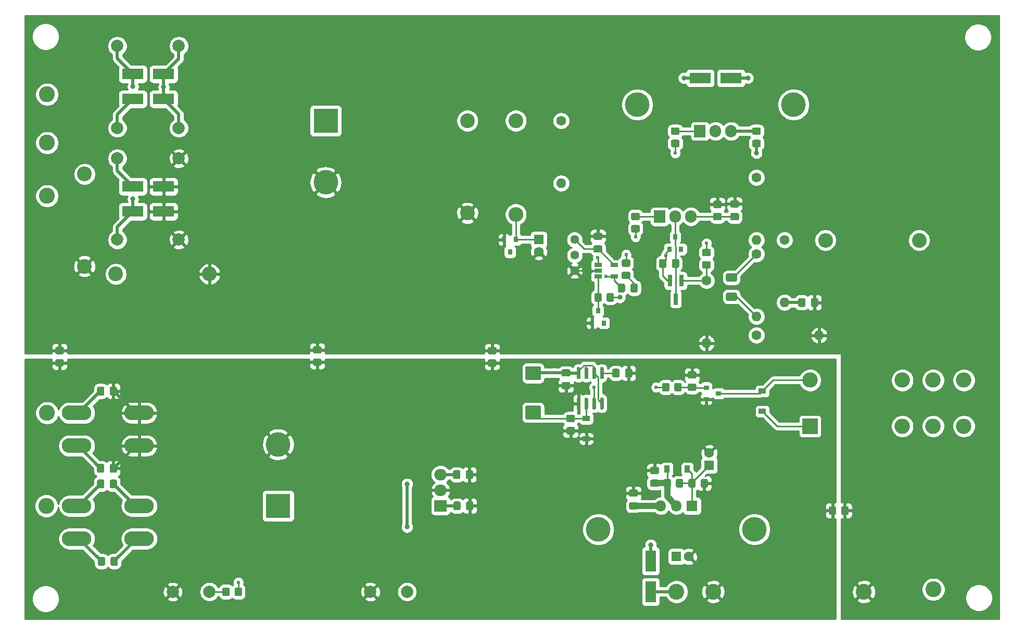
<source format=gbr>
G04 #@! TF.GenerationSoftware,KiCad,Pcbnew,(5.1.10-1-10_14)*
G04 #@! TF.CreationDate,2021-07-07T13:24:20+02:00*
G04 #@! TF.ProjectId,hv-power-supply-v1,68762d70-6f77-4657-922d-737570706c79,rev?*
G04 #@! TF.SameCoordinates,Original*
G04 #@! TF.FileFunction,Copper,L1,Top*
G04 #@! TF.FilePolarity,Positive*
%FSLAX46Y46*%
G04 Gerber Fmt 4.6, Leading zero omitted, Abs format (unit mm)*
G04 Created by KiCad (PCBNEW (5.1.10-1-10_14)) date 2021-07-07 13:24:20*
%MOMM*%
%LPD*%
G01*
G04 APERTURE LIST*
G04 #@! TA.AperFunction,SMDPad,CuDef*
%ADD10R,1.220000X0.650000*%
G04 #@! TD*
G04 #@! TA.AperFunction,ComponentPad*
%ADD11C,4.000000*%
G04 #@! TD*
G04 #@! TA.AperFunction,ComponentPad*
%ADD12R,4.000000X4.000000*%
G04 #@! TD*
G04 #@! TA.AperFunction,ComponentPad*
%ADD13R,2.000000X1.905000*%
G04 #@! TD*
G04 #@! TA.AperFunction,ComponentPad*
%ADD14O,2.000000X1.905000*%
G04 #@! TD*
G04 #@! TA.AperFunction,SMDPad,CuDef*
%ADD15R,3.500000X1.800000*%
G04 #@! TD*
G04 #@! TA.AperFunction,SMDPad,CuDef*
%ADD16R,1.800000X3.500000*%
G04 #@! TD*
G04 #@! TA.AperFunction,ComponentPad*
%ADD17O,2.400000X2.400000*%
G04 #@! TD*
G04 #@! TA.AperFunction,ComponentPad*
%ADD18C,2.400000*%
G04 #@! TD*
G04 #@! TA.AperFunction,ComponentPad*
%ADD19O,4.800600X2.400300*%
G04 #@! TD*
G04 #@! TA.AperFunction,SMDPad,CuDef*
%ADD20R,0.900000X1.200000*%
G04 #@! TD*
G04 #@! TA.AperFunction,ComponentPad*
%ADD21C,1.600000*%
G04 #@! TD*
G04 #@! TA.AperFunction,ComponentPad*
%ADD22R,1.600000X1.600000*%
G04 #@! TD*
G04 #@! TA.AperFunction,ComponentPad*
%ADD23C,2.000000*%
G04 #@! TD*
G04 #@! TA.AperFunction,ComponentPad*
%ADD24O,1.600000X1.600000*%
G04 #@! TD*
G04 #@! TA.AperFunction,ComponentPad*
%ADD25O,1.905000X2.000000*%
G04 #@! TD*
G04 #@! TA.AperFunction,ComponentPad*
%ADD26R,1.905000X2.000000*%
G04 #@! TD*
G04 #@! TA.AperFunction,SMDPad,CuDef*
%ADD27R,0.800000X1.900000*%
G04 #@! TD*
G04 #@! TA.AperFunction,ComponentPad*
%ADD28C,2.600000*%
G04 #@! TD*
G04 #@! TA.AperFunction,SMDPad,CuDef*
%ADD29R,0.800000X0.900000*%
G04 #@! TD*
G04 #@! TA.AperFunction,ComponentPad*
%ADD30C,1.440000*%
G04 #@! TD*
G04 #@! TA.AperFunction,ComponentPad*
%ADD31O,2.500000X2.500000*%
G04 #@! TD*
G04 #@! TA.AperFunction,ComponentPad*
%ADD32R,2.500000X2.500000*%
G04 #@! TD*
G04 #@! TA.AperFunction,SMDPad,CuDef*
%ADD33R,1.200000X0.900000*%
G04 #@! TD*
G04 #@! TA.AperFunction,ComponentPad*
%ADD34R,1.800000X1.800000*%
G04 #@! TD*
G04 #@! TA.AperFunction,ComponentPad*
%ADD35O,1.800000X1.800000*%
G04 #@! TD*
G04 #@! TA.AperFunction,SMDPad,CuDef*
%ADD36R,0.900000X0.800000*%
G04 #@! TD*
G04 #@! TA.AperFunction,ViaPad*
%ADD37C,0.800000*%
G04 #@! TD*
G04 #@! TA.AperFunction,ViaPad*
%ADD38C,0.600000*%
G04 #@! TD*
G04 #@! TA.AperFunction,Conductor*
%ADD39C,0.250000*%
G04 #@! TD*
G04 #@! TA.AperFunction,Conductor*
%ADD40C,0.500000*%
G04 #@! TD*
G04 #@! TA.AperFunction,Conductor*
%ADD41C,1.000000*%
G04 #@! TD*
G04 #@! TA.AperFunction,Conductor*
%ADD42C,0.254000*%
G04 #@! TD*
G04 #@! TA.AperFunction,Conductor*
%ADD43C,0.100000*%
G04 #@! TD*
G04 APERTURE END LIST*
D10*
X151616400Y-86550500D03*
X151616400Y-88450500D03*
X148996400Y-88450500D03*
X148996400Y-87500500D03*
X148996400Y-86550500D03*
D11*
X96990000Y-115753000D03*
D12*
X96990000Y-125753000D03*
D13*
X123406000Y-125753000D03*
D14*
X123406000Y-123213000D03*
X123406000Y-120673000D03*
D11*
X155410000Y-60475000D03*
X180810000Y-60475000D03*
X149060000Y-129563000D03*
X174460000Y-129563000D03*
D15*
X170650000Y-56157000D03*
X165650000Y-56157000D03*
D16*
X157569000Y-139723000D03*
X157569000Y-134723000D03*
D17*
X185991500Y-82550000D03*
D18*
X201231500Y-82550000D03*
D19*
X64224000Y-110640000D03*
X74384000Y-110640000D03*
X74384000Y-131087000D03*
X64224000Y-131087000D03*
X74384000Y-125753000D03*
X64224000Y-125753000D03*
X64224000Y-115974000D03*
X74384000Y-115974000D03*
D20*
X163536000Y-119784000D03*
X160236000Y-119784000D03*
D21*
X167094000Y-117149000D03*
D22*
X167094000Y-119149000D03*
G04 #@! TA.AperFunction,SMDPad,CuDef*
G36*
G01*
X61880001Y-101080000D02*
X60979999Y-101080000D01*
G75*
G02*
X60730000Y-100830001I0J249999D01*
G01*
X60730000Y-100129999D01*
G75*
G02*
X60979999Y-99880000I249999J0D01*
G01*
X61880001Y-99880000D01*
G75*
G02*
X62130000Y-100129999I0J-249999D01*
G01*
X62130000Y-100830001D01*
G75*
G02*
X61880001Y-101080000I-249999J0D01*
G01*
G37*
G04 #@! TD.AperFunction*
G04 #@! TA.AperFunction,SMDPad,CuDef*
G36*
G01*
X61880001Y-103080000D02*
X60979999Y-103080000D01*
G75*
G02*
X60730000Y-102830001I0J249999D01*
G01*
X60730000Y-102129999D01*
G75*
G02*
X60979999Y-101880000I249999J0D01*
G01*
X61880001Y-101880000D01*
G75*
G02*
X62130000Y-102129999I0J-249999D01*
G01*
X62130000Y-102830001D01*
G75*
G02*
X61880001Y-103080000I-249999J0D01*
G01*
G37*
G04 #@! TD.AperFunction*
D17*
X85814000Y-88034000D03*
D18*
X70574000Y-88034000D03*
D15*
X73368000Y-59586000D03*
X78368000Y-59586000D03*
X78368000Y-73810000D03*
X73368000Y-73810000D03*
X78368000Y-77874000D03*
X73368000Y-77874000D03*
X73368000Y-55522000D03*
X78368000Y-55522000D03*
D23*
X70828000Y-69238000D03*
X80828000Y-69238000D03*
X70828000Y-82446000D03*
X80828000Y-82446000D03*
X70828000Y-64285000D03*
X80828000Y-64285000D03*
X70828000Y-50950000D03*
X80828000Y-50950000D03*
G04 #@! TA.AperFunction,SMDPad,CuDef*
G36*
G01*
X145971500Y-105138000D02*
X145671500Y-105138000D01*
G75*
G02*
X145521500Y-104988000I0J150000D01*
G01*
X145521500Y-103338000D01*
G75*
G02*
X145671500Y-103188000I150000J0D01*
G01*
X145971500Y-103188000D01*
G75*
G02*
X146121500Y-103338000I0J-150000D01*
G01*
X146121500Y-104988000D01*
G75*
G02*
X145971500Y-105138000I-150000J0D01*
G01*
G37*
G04 #@! TD.AperFunction*
G04 #@! TA.AperFunction,SMDPad,CuDef*
G36*
G01*
X147241500Y-105138000D02*
X146941500Y-105138000D01*
G75*
G02*
X146791500Y-104988000I0J150000D01*
G01*
X146791500Y-103338000D01*
G75*
G02*
X146941500Y-103188000I150000J0D01*
G01*
X147241500Y-103188000D01*
G75*
G02*
X147391500Y-103338000I0J-150000D01*
G01*
X147391500Y-104988000D01*
G75*
G02*
X147241500Y-105138000I-150000J0D01*
G01*
G37*
G04 #@! TD.AperFunction*
G04 #@! TA.AperFunction,SMDPad,CuDef*
G36*
G01*
X148511500Y-105138000D02*
X148211500Y-105138000D01*
G75*
G02*
X148061500Y-104988000I0J150000D01*
G01*
X148061500Y-103338000D01*
G75*
G02*
X148211500Y-103188000I150000J0D01*
G01*
X148511500Y-103188000D01*
G75*
G02*
X148661500Y-103338000I0J-150000D01*
G01*
X148661500Y-104988000D01*
G75*
G02*
X148511500Y-105138000I-150000J0D01*
G01*
G37*
G04 #@! TD.AperFunction*
G04 #@! TA.AperFunction,SMDPad,CuDef*
G36*
G01*
X149781500Y-105138000D02*
X149481500Y-105138000D01*
G75*
G02*
X149331500Y-104988000I0J150000D01*
G01*
X149331500Y-103338000D01*
G75*
G02*
X149481500Y-103188000I150000J0D01*
G01*
X149781500Y-103188000D01*
G75*
G02*
X149931500Y-103338000I0J-150000D01*
G01*
X149931500Y-104988000D01*
G75*
G02*
X149781500Y-105138000I-150000J0D01*
G01*
G37*
G04 #@! TD.AperFunction*
G04 #@! TA.AperFunction,SMDPad,CuDef*
G36*
G01*
X149781500Y-110088000D02*
X149481500Y-110088000D01*
G75*
G02*
X149331500Y-109938000I0J150000D01*
G01*
X149331500Y-108288000D01*
G75*
G02*
X149481500Y-108138000I150000J0D01*
G01*
X149781500Y-108138000D01*
G75*
G02*
X149931500Y-108288000I0J-150000D01*
G01*
X149931500Y-109938000D01*
G75*
G02*
X149781500Y-110088000I-150000J0D01*
G01*
G37*
G04 #@! TD.AperFunction*
G04 #@! TA.AperFunction,SMDPad,CuDef*
G36*
G01*
X148511500Y-110088000D02*
X148211500Y-110088000D01*
G75*
G02*
X148061500Y-109938000I0J150000D01*
G01*
X148061500Y-108288000D01*
G75*
G02*
X148211500Y-108138000I150000J0D01*
G01*
X148511500Y-108138000D01*
G75*
G02*
X148661500Y-108288000I0J-150000D01*
G01*
X148661500Y-109938000D01*
G75*
G02*
X148511500Y-110088000I-150000J0D01*
G01*
G37*
G04 #@! TD.AperFunction*
G04 #@! TA.AperFunction,SMDPad,CuDef*
G36*
G01*
X147241500Y-110088000D02*
X146941500Y-110088000D01*
G75*
G02*
X146791500Y-109938000I0J150000D01*
G01*
X146791500Y-108288000D01*
G75*
G02*
X146941500Y-108138000I150000J0D01*
G01*
X147241500Y-108138000D01*
G75*
G02*
X147391500Y-108288000I0J-150000D01*
G01*
X147391500Y-109938000D01*
G75*
G02*
X147241500Y-110088000I-150000J0D01*
G01*
G37*
G04 #@! TD.AperFunction*
G04 #@! TA.AperFunction,SMDPad,CuDef*
G36*
G01*
X145971500Y-110088000D02*
X145671500Y-110088000D01*
G75*
G02*
X145521500Y-109938000I0J150000D01*
G01*
X145521500Y-108288000D01*
G75*
G02*
X145671500Y-108138000I150000J0D01*
G01*
X145971500Y-108138000D01*
G75*
G02*
X146121500Y-108288000I0J-150000D01*
G01*
X146121500Y-109938000D01*
G75*
G02*
X145971500Y-110088000I-150000J0D01*
G01*
G37*
G04 #@! TD.AperFunction*
G04 #@! TA.AperFunction,SMDPad,CuDef*
G36*
G01*
X162019501Y-65393000D02*
X161119499Y-65393000D01*
G75*
G02*
X160869500Y-65143001I0J249999D01*
G01*
X160869500Y-64442999D01*
G75*
G02*
X161119499Y-64193000I249999J0D01*
G01*
X162019501Y-64193000D01*
G75*
G02*
X162269500Y-64442999I0J-249999D01*
G01*
X162269500Y-65143001D01*
G75*
G02*
X162019501Y-65393000I-249999J0D01*
G01*
G37*
G04 #@! TD.AperFunction*
G04 #@! TA.AperFunction,SMDPad,CuDef*
G36*
G01*
X162019501Y-67393000D02*
X161119499Y-67393000D01*
G75*
G02*
X160869500Y-67143001I0J249999D01*
G01*
X160869500Y-66442999D01*
G75*
G02*
X161119499Y-66193000I249999J0D01*
G01*
X162019501Y-66193000D01*
G75*
G02*
X162269500Y-66442999I0J-249999D01*
G01*
X162269500Y-67143001D01*
G75*
G02*
X162019501Y-67393000I-249999J0D01*
G01*
G37*
G04 #@! TD.AperFunction*
D24*
X166649500Y-99273500D03*
D21*
X166649500Y-89113500D03*
D24*
X143002000Y-73279000D03*
D21*
X143002000Y-63119000D03*
D24*
X174777500Y-82509500D03*
D21*
X174777500Y-72349500D03*
G04 #@! TA.AperFunction,SMDPad,CuDef*
G36*
G01*
X174327499Y-66193000D02*
X175227501Y-66193000D01*
G75*
G02*
X175477500Y-66442999I0J-249999D01*
G01*
X175477500Y-67143001D01*
G75*
G02*
X175227501Y-67393000I-249999J0D01*
G01*
X174327499Y-67393000D01*
G75*
G02*
X174077500Y-67143001I0J249999D01*
G01*
X174077500Y-66442999D01*
G75*
G02*
X174327499Y-66193000I249999J0D01*
G01*
G37*
G04 #@! TD.AperFunction*
G04 #@! TA.AperFunction,SMDPad,CuDef*
G36*
G01*
X174327499Y-64193000D02*
X175227501Y-64193000D01*
G75*
G02*
X175477500Y-64442999I0J-249999D01*
G01*
X175477500Y-65143001D01*
G75*
G02*
X175227501Y-65393000I-249999J0D01*
G01*
X174327499Y-65393000D01*
G75*
G02*
X174077500Y-65143001I0J249999D01*
G01*
X174077500Y-64442999D01*
G75*
G02*
X174327499Y-64193000I249999J0D01*
G01*
G37*
G04 #@! TD.AperFunction*
G04 #@! TA.AperFunction,SMDPad,CuDef*
G36*
G01*
X170063497Y-91068000D02*
X171363503Y-91068000D01*
G75*
G02*
X171613500Y-91317997I0J-249997D01*
G01*
X171613500Y-92143003D01*
G75*
G02*
X171363503Y-92393000I-249997J0D01*
G01*
X170063497Y-92393000D01*
G75*
G02*
X169813500Y-92143003I0J249997D01*
G01*
X169813500Y-91317997D01*
G75*
G02*
X170063497Y-91068000I249997J0D01*
G01*
G37*
G04 #@! TD.AperFunction*
G04 #@! TA.AperFunction,SMDPad,CuDef*
G36*
G01*
X170063497Y-87943000D02*
X171363503Y-87943000D01*
G75*
G02*
X171613500Y-88192997I0J-249997D01*
G01*
X171613500Y-89018003D01*
G75*
G02*
X171363503Y-89268000I-249997J0D01*
G01*
X170063497Y-89268000D01*
G75*
G02*
X169813500Y-89018003I0J249997D01*
G01*
X169813500Y-88192997D01*
G75*
G02*
X170063497Y-87943000I249997J0D01*
G01*
G37*
G04 #@! TD.AperFunction*
G04 #@! TA.AperFunction,SMDPad,CuDef*
G36*
G01*
X183631000Y-93144500D02*
X183631000Y-92194500D01*
G75*
G02*
X183881000Y-91944500I250000J0D01*
G01*
X184556000Y-91944500D01*
G75*
G02*
X184806000Y-92194500I0J-250000D01*
G01*
X184806000Y-93144500D01*
G75*
G02*
X184556000Y-93394500I-250000J0D01*
G01*
X183881000Y-93394500D01*
G75*
G02*
X183631000Y-93144500I0J250000D01*
G01*
G37*
G04 #@! TD.AperFunction*
G04 #@! TA.AperFunction,SMDPad,CuDef*
G36*
G01*
X181556000Y-93144500D02*
X181556000Y-92194500D01*
G75*
G02*
X181806000Y-91944500I250000J0D01*
G01*
X182481000Y-91944500D01*
G75*
G02*
X182731000Y-92194500I0J-250000D01*
G01*
X182731000Y-93144500D01*
G75*
G02*
X182481000Y-93394500I-250000J0D01*
G01*
X181806000Y-93394500D01*
G75*
G02*
X181556000Y-93144500I0J250000D01*
G01*
G37*
G04 #@! TD.AperFunction*
D25*
X170650000Y-64793000D03*
X168110000Y-64793000D03*
D26*
X165570000Y-64793000D03*
D27*
X161635500Y-92113500D03*
X160685500Y-89113500D03*
X162585500Y-89113500D03*
D25*
X164109500Y-78699500D03*
X161569500Y-78699500D03*
D26*
X159029500Y-78699500D03*
G04 #@! TA.AperFunction,SMDPad,CuDef*
G36*
G01*
X188560000Y-126965001D02*
X188560000Y-126064999D01*
G75*
G02*
X188809999Y-125815000I249999J0D01*
G01*
X189510001Y-125815000D01*
G75*
G02*
X189760000Y-126064999I0J-249999D01*
G01*
X189760000Y-126965001D01*
G75*
G02*
X189510001Y-127215000I-249999J0D01*
G01*
X188809999Y-127215000D01*
G75*
G02*
X188560000Y-126965001I0J249999D01*
G01*
G37*
G04 #@! TD.AperFunction*
G04 #@! TA.AperFunction,SMDPad,CuDef*
G36*
G01*
X186560000Y-126965001D02*
X186560000Y-126064999D01*
G75*
G02*
X186809999Y-125815000I249999J0D01*
G01*
X187510001Y-125815000D01*
G75*
G02*
X187760000Y-126064999I0J-249999D01*
G01*
X187760000Y-126965001D01*
G75*
G02*
X187510001Y-127215000I-249999J0D01*
G01*
X186809999Y-127215000D01*
G75*
G02*
X186560000Y-126965001I0J249999D01*
G01*
G37*
G04 #@! TD.AperFunction*
G04 #@! TA.AperFunction,SMDPad,CuDef*
G36*
G01*
X132238001Y-101112000D02*
X131337999Y-101112000D01*
G75*
G02*
X131088000Y-100862001I0J249999D01*
G01*
X131088000Y-100161999D01*
G75*
G02*
X131337999Y-99912000I249999J0D01*
G01*
X132238001Y-99912000D01*
G75*
G02*
X132488000Y-100161999I0J-249999D01*
G01*
X132488000Y-100862001D01*
G75*
G02*
X132238001Y-101112000I-249999J0D01*
G01*
G37*
G04 #@! TD.AperFunction*
G04 #@! TA.AperFunction,SMDPad,CuDef*
G36*
G01*
X132238001Y-103112000D02*
X131337999Y-103112000D01*
G75*
G02*
X131088000Y-102862001I0J249999D01*
G01*
X131088000Y-102161999D01*
G75*
G02*
X131337999Y-101912000I249999J0D01*
G01*
X132238001Y-101912000D01*
G75*
G02*
X132488000Y-102161999I0J-249999D01*
G01*
X132488000Y-102862001D01*
G75*
G02*
X132238001Y-103112000I-249999J0D01*
G01*
G37*
G04 #@! TD.AperFunction*
G04 #@! TA.AperFunction,SMDPad,CuDef*
G36*
G01*
X103790001Y-100985000D02*
X102889999Y-100985000D01*
G75*
G02*
X102640000Y-100735001I0J249999D01*
G01*
X102640000Y-100034999D01*
G75*
G02*
X102889999Y-99785000I249999J0D01*
G01*
X103790001Y-99785000D01*
G75*
G02*
X104040000Y-100034999I0J-249999D01*
G01*
X104040000Y-100735001D01*
G75*
G02*
X103790001Y-100985000I-249999J0D01*
G01*
G37*
G04 #@! TD.AperFunction*
G04 #@! TA.AperFunction,SMDPad,CuDef*
G36*
G01*
X103790001Y-102985000D02*
X102889999Y-102985000D01*
G75*
G02*
X102640000Y-102735001I0J249999D01*
G01*
X102640000Y-102034999D01*
G75*
G02*
X102889999Y-101785000I249999J0D01*
G01*
X103790001Y-101785000D01*
G75*
G02*
X104040000Y-102034999I0J-249999D01*
G01*
X104040000Y-102735001D01*
G75*
G02*
X103790001Y-102985000I-249999J0D01*
G01*
G37*
G04 #@! TD.AperFunction*
G04 #@! TA.AperFunction,SMDPad,CuDef*
G36*
G01*
X166199499Y-85941500D02*
X167099501Y-85941500D01*
G75*
G02*
X167349500Y-86191499I0J-249999D01*
G01*
X167349500Y-86891501D01*
G75*
G02*
X167099501Y-87141500I-249999J0D01*
G01*
X166199499Y-87141500D01*
G75*
G02*
X165949500Y-86891501I0J249999D01*
G01*
X165949500Y-86191499D01*
G75*
G02*
X166199499Y-85941500I249999J0D01*
G01*
G37*
G04 #@! TD.AperFunction*
G04 #@! TA.AperFunction,SMDPad,CuDef*
G36*
G01*
X166199499Y-83941500D02*
X167099501Y-83941500D01*
G75*
G02*
X167349500Y-84191499I0J-249999D01*
G01*
X167349500Y-84891501D01*
G75*
G02*
X167099501Y-85141500I-249999J0D01*
G01*
X166199499Y-85141500D01*
G75*
G02*
X165949500Y-84891501I0J249999D01*
G01*
X165949500Y-84191499D01*
G75*
G02*
X166199499Y-83941500I249999J0D01*
G01*
G37*
G04 #@! TD.AperFunction*
G04 #@! TA.AperFunction,SMDPad,CuDef*
G36*
G01*
X161668000Y-122520001D02*
X161668000Y-121619999D01*
G75*
G02*
X161917999Y-121370000I249999J0D01*
G01*
X162618001Y-121370000D01*
G75*
G02*
X162868000Y-121619999I0J-249999D01*
G01*
X162868000Y-122520001D01*
G75*
G02*
X162618001Y-122770000I-249999J0D01*
G01*
X161917999Y-122770000D01*
G75*
G02*
X161668000Y-122520001I0J249999D01*
G01*
G37*
G04 #@! TD.AperFunction*
G04 #@! TA.AperFunction,SMDPad,CuDef*
G36*
G01*
X159668000Y-122520001D02*
X159668000Y-121619999D01*
G75*
G02*
X159917999Y-121370000I249999J0D01*
G01*
X160618001Y-121370000D01*
G75*
G02*
X160868000Y-121619999I0J-249999D01*
G01*
X160868000Y-122520001D01*
G75*
G02*
X160618001Y-122770000I-249999J0D01*
G01*
X159917999Y-122770000D01*
G75*
G02*
X159668000Y-122520001I0J249999D01*
G01*
G37*
G04 #@! TD.AperFunction*
G04 #@! TA.AperFunction,SMDPad,CuDef*
G36*
G01*
X165700000Y-122520001D02*
X165700000Y-121619999D01*
G75*
G02*
X165949999Y-121370000I249999J0D01*
G01*
X166650001Y-121370000D01*
G75*
G02*
X166900000Y-121619999I0J-249999D01*
G01*
X166900000Y-122520001D01*
G75*
G02*
X166650001Y-122770000I-249999J0D01*
G01*
X165949999Y-122770000D01*
G75*
G02*
X165700000Y-122520001I0J249999D01*
G01*
G37*
G04 #@! TD.AperFunction*
G04 #@! TA.AperFunction,SMDPad,CuDef*
G36*
G01*
X163700000Y-122520001D02*
X163700000Y-121619999D01*
G75*
G02*
X163949999Y-121370000I249999J0D01*
G01*
X164650001Y-121370000D01*
G75*
G02*
X164900000Y-121619999I0J-249999D01*
G01*
X164900000Y-122520001D01*
G75*
G02*
X164650001Y-122770000I-249999J0D01*
G01*
X163949999Y-122770000D01*
G75*
G02*
X163700000Y-122520001I0J249999D01*
G01*
G37*
G04 #@! TD.AperFunction*
G04 #@! TA.AperFunction,SMDPad,CuDef*
G36*
G01*
X89113000Y-139272999D02*
X89113000Y-140173001D01*
G75*
G02*
X88863001Y-140423000I-249999J0D01*
G01*
X88162999Y-140423000D01*
G75*
G02*
X87913000Y-140173001I0J249999D01*
G01*
X87913000Y-139272999D01*
G75*
G02*
X88162999Y-139023000I249999J0D01*
G01*
X88863001Y-139023000D01*
G75*
G02*
X89113000Y-139272999I0J-249999D01*
G01*
G37*
G04 #@! TD.AperFunction*
G04 #@! TA.AperFunction,SMDPad,CuDef*
G36*
G01*
X91113000Y-139272999D02*
X91113000Y-140173001D01*
G75*
G02*
X90863001Y-140423000I-249999J0D01*
G01*
X90162999Y-140423000D01*
G75*
G02*
X89913000Y-140173001I0J249999D01*
G01*
X89913000Y-139272999D01*
G75*
G02*
X90162999Y-139023000I249999J0D01*
G01*
X90863001Y-139023000D01*
G75*
G02*
X91113000Y-139272999I0J-249999D01*
G01*
G37*
G04 #@! TD.AperFunction*
G04 #@! TA.AperFunction,SMDPad,CuDef*
G36*
G01*
X163849999Y-105849000D02*
X164750001Y-105849000D01*
G75*
G02*
X165000000Y-106098999I0J-249999D01*
G01*
X165000000Y-106799001D01*
G75*
G02*
X164750001Y-107049000I-249999J0D01*
G01*
X163849999Y-107049000D01*
G75*
G02*
X163600000Y-106799001I0J249999D01*
G01*
X163600000Y-106098999D01*
G75*
G02*
X163849999Y-105849000I249999J0D01*
G01*
G37*
G04 #@! TD.AperFunction*
G04 #@! TA.AperFunction,SMDPad,CuDef*
G36*
G01*
X163849999Y-103849000D02*
X164750001Y-103849000D01*
G75*
G02*
X165000000Y-104098999I0J-249999D01*
G01*
X165000000Y-104799001D01*
G75*
G02*
X164750001Y-105049000I-249999J0D01*
G01*
X163849999Y-105049000D01*
G75*
G02*
X163600000Y-104799001I0J249999D01*
G01*
X163600000Y-104098999D01*
G75*
G02*
X163849999Y-103849000I249999J0D01*
G01*
G37*
G04 #@! TD.AperFunction*
G04 #@! TA.AperFunction,SMDPad,CuDef*
G36*
G01*
X161414000Y-106899001D02*
X161414000Y-105998999D01*
G75*
G02*
X161663999Y-105749000I249999J0D01*
G01*
X162364001Y-105749000D01*
G75*
G02*
X162614000Y-105998999I0J-249999D01*
G01*
X162614000Y-106899001D01*
G75*
G02*
X162364001Y-107149000I-249999J0D01*
G01*
X161663999Y-107149000D01*
G75*
G02*
X161414000Y-106899001I0J249999D01*
G01*
G37*
G04 #@! TD.AperFunction*
G04 #@! TA.AperFunction,SMDPad,CuDef*
G36*
G01*
X159414000Y-106899001D02*
X159414000Y-105998999D01*
G75*
G02*
X159663999Y-105749000I249999J0D01*
G01*
X160364001Y-105749000D01*
G75*
G02*
X160614000Y-105998999I0J-249999D01*
G01*
X160614000Y-106899001D01*
G75*
G02*
X160364001Y-107149000I-249999J0D01*
G01*
X159663999Y-107149000D01*
G75*
G02*
X159414000Y-106899001I0J249999D01*
G01*
G37*
G04 #@! TD.AperFunction*
G04 #@! TA.AperFunction,SMDPad,CuDef*
G36*
G01*
X144101499Y-112929000D02*
X145001501Y-112929000D01*
G75*
G02*
X145251500Y-113178999I0J-249999D01*
G01*
X145251500Y-113879001D01*
G75*
G02*
X145001501Y-114129000I-249999J0D01*
G01*
X144101499Y-114129000D01*
G75*
G02*
X143851500Y-113879001I0J249999D01*
G01*
X143851500Y-113178999D01*
G75*
G02*
X144101499Y-112929000I249999J0D01*
G01*
G37*
G04 #@! TD.AperFunction*
G04 #@! TA.AperFunction,SMDPad,CuDef*
G36*
G01*
X144101499Y-110929000D02*
X145001501Y-110929000D01*
G75*
G02*
X145251500Y-111178999I0J-249999D01*
G01*
X145251500Y-111879001D01*
G75*
G02*
X145001501Y-112129000I-249999J0D01*
G01*
X144101499Y-112129000D01*
G75*
G02*
X143851500Y-111879001I0J249999D01*
G01*
X143851500Y-111178999D01*
G75*
G02*
X144101499Y-110929000I249999J0D01*
G01*
G37*
G04 #@! TD.AperFunction*
G04 #@! TA.AperFunction,SMDPad,CuDef*
G36*
G01*
X158679000Y-120582500D02*
X157729000Y-120582500D01*
G75*
G02*
X157479000Y-120332500I0J250000D01*
G01*
X157479000Y-119657500D01*
G75*
G02*
X157729000Y-119407500I250000J0D01*
G01*
X158679000Y-119407500D01*
G75*
G02*
X158929000Y-119657500I0J-250000D01*
G01*
X158929000Y-120332500D01*
G75*
G02*
X158679000Y-120582500I-250000J0D01*
G01*
G37*
G04 #@! TD.AperFunction*
G04 #@! TA.AperFunction,SMDPad,CuDef*
G36*
G01*
X158679000Y-122657500D02*
X157729000Y-122657500D01*
G75*
G02*
X157479000Y-122407500I0J250000D01*
G01*
X157479000Y-121732500D01*
G75*
G02*
X157729000Y-121482500I250000J0D01*
G01*
X158679000Y-121482500D01*
G75*
G02*
X158929000Y-121732500I0J-250000D01*
G01*
X158929000Y-122407500D01*
G75*
G02*
X158679000Y-122657500I-250000J0D01*
G01*
G37*
G04 #@! TD.AperFunction*
G04 #@! TA.AperFunction,SMDPad,CuDef*
G36*
G01*
X155250000Y-124265500D02*
X154300000Y-124265500D01*
G75*
G02*
X154050000Y-124015500I0J250000D01*
G01*
X154050000Y-123340500D01*
G75*
G02*
X154300000Y-123090500I250000J0D01*
G01*
X155250000Y-123090500D01*
G75*
G02*
X155500000Y-123340500I0J-250000D01*
G01*
X155500000Y-124015500D01*
G75*
G02*
X155250000Y-124265500I-250000J0D01*
G01*
G37*
G04 #@! TD.AperFunction*
G04 #@! TA.AperFunction,SMDPad,CuDef*
G36*
G01*
X155250000Y-126340500D02*
X154300000Y-126340500D01*
G75*
G02*
X154050000Y-126090500I0J250000D01*
G01*
X154050000Y-125415500D01*
G75*
G02*
X154300000Y-125165500I250000J0D01*
G01*
X155250000Y-125165500D01*
G75*
G02*
X155500000Y-125415500I0J-250000D01*
G01*
X155500000Y-126090500D01*
G75*
G02*
X155250000Y-126340500I-250000J0D01*
G01*
G37*
G04 #@! TD.AperFunction*
G04 #@! TA.AperFunction,SMDPad,CuDef*
G36*
G01*
X143314500Y-105607500D02*
X144264500Y-105607500D01*
G75*
G02*
X144514500Y-105857500I0J-250000D01*
G01*
X144514500Y-106532500D01*
G75*
G02*
X144264500Y-106782500I-250000J0D01*
G01*
X143314500Y-106782500D01*
G75*
G02*
X143064500Y-106532500I0J250000D01*
G01*
X143064500Y-105857500D01*
G75*
G02*
X143314500Y-105607500I250000J0D01*
G01*
G37*
G04 #@! TD.AperFunction*
G04 #@! TA.AperFunction,SMDPad,CuDef*
G36*
G01*
X143314500Y-103532500D02*
X144264500Y-103532500D01*
G75*
G02*
X144514500Y-103782500I0J-250000D01*
G01*
X144514500Y-104457500D01*
G75*
G02*
X144264500Y-104707500I-250000J0D01*
G01*
X143314500Y-104707500D01*
G75*
G02*
X143064500Y-104457500I0J250000D01*
G01*
X143064500Y-103782500D01*
G75*
G02*
X143314500Y-103532500I250000J0D01*
G01*
G37*
G04 #@! TD.AperFunction*
G04 #@! TA.AperFunction,SMDPad,CuDef*
G36*
G01*
X153405000Y-104638000D02*
X153405000Y-103688000D01*
G75*
G02*
X153655000Y-103438000I250000J0D01*
G01*
X154330000Y-103438000D01*
G75*
G02*
X154580000Y-103688000I0J-250000D01*
G01*
X154580000Y-104638000D01*
G75*
G02*
X154330000Y-104888000I-250000J0D01*
G01*
X153655000Y-104888000D01*
G75*
G02*
X153405000Y-104638000I0J250000D01*
G01*
G37*
G04 #@! TD.AperFunction*
G04 #@! TA.AperFunction,SMDPad,CuDef*
G36*
G01*
X151330000Y-104638000D02*
X151330000Y-103688000D01*
G75*
G02*
X151580000Y-103438000I250000J0D01*
G01*
X152255000Y-103438000D01*
G75*
G02*
X152505000Y-103688000I0J-250000D01*
G01*
X152505000Y-104638000D01*
G75*
G02*
X152255000Y-104888000I-250000J0D01*
G01*
X151580000Y-104888000D01*
G75*
G02*
X151330000Y-104638000I0J250000D01*
G01*
G37*
G04 #@! TD.AperFunction*
G04 #@! TA.AperFunction,SMDPad,CuDef*
G36*
G01*
X125442500Y-121148000D02*
X125442500Y-120198000D01*
G75*
G02*
X125692500Y-119948000I250000J0D01*
G01*
X126367500Y-119948000D01*
G75*
G02*
X126617500Y-120198000I0J-250000D01*
G01*
X126617500Y-121148000D01*
G75*
G02*
X126367500Y-121398000I-250000J0D01*
G01*
X125692500Y-121398000D01*
G75*
G02*
X125442500Y-121148000I0J250000D01*
G01*
G37*
G04 #@! TD.AperFunction*
G04 #@! TA.AperFunction,SMDPad,CuDef*
G36*
G01*
X127517500Y-121148000D02*
X127517500Y-120198000D01*
G75*
G02*
X127767500Y-119948000I250000J0D01*
G01*
X128442500Y-119948000D01*
G75*
G02*
X128692500Y-120198000I0J-250000D01*
G01*
X128692500Y-121148000D01*
G75*
G02*
X128442500Y-121398000I-250000J0D01*
G01*
X127767500Y-121398000D01*
G75*
G02*
X127517500Y-121148000I0J250000D01*
G01*
G37*
G04 #@! TD.AperFunction*
G04 #@! TA.AperFunction,SMDPad,CuDef*
G36*
G01*
X125485500Y-126228000D02*
X125485500Y-125278000D01*
G75*
G02*
X125735500Y-125028000I250000J0D01*
G01*
X126410500Y-125028000D01*
G75*
G02*
X126660500Y-125278000I0J-250000D01*
G01*
X126660500Y-126228000D01*
G75*
G02*
X126410500Y-126478000I-250000J0D01*
G01*
X125735500Y-126478000D01*
G75*
G02*
X125485500Y-126228000I0J250000D01*
G01*
G37*
G04 #@! TD.AperFunction*
G04 #@! TA.AperFunction,SMDPad,CuDef*
G36*
G01*
X127560500Y-126228000D02*
X127560500Y-125278000D01*
G75*
G02*
X127810500Y-125028000I250000J0D01*
G01*
X128485500Y-125028000D01*
G75*
G02*
X128735500Y-125278000I0J-250000D01*
G01*
X128735500Y-126228000D01*
G75*
G02*
X128485500Y-126478000I-250000J0D01*
G01*
X127810500Y-126478000D01*
G75*
G02*
X127560500Y-126228000I0J250000D01*
G01*
G37*
G04 #@! TD.AperFunction*
D28*
X167729000Y-139723000D03*
X161760000Y-139723000D03*
X59398000Y-110640000D03*
X59271000Y-125753000D03*
X59398000Y-75334000D03*
X59398000Y-66698000D03*
X59398000Y-58824000D03*
D21*
X163760000Y-134008000D03*
D22*
X161760000Y-134008000D03*
G04 #@! TA.AperFunction,SMDPad,CuDef*
G36*
G01*
X137430499Y-109438000D02*
X139480501Y-109438000D01*
G75*
G02*
X139730500Y-109687999I0J-249999D01*
G01*
X139730500Y-111438001D01*
G75*
G02*
X139480501Y-111688000I-249999J0D01*
G01*
X137430499Y-111688000D01*
G75*
G02*
X137180500Y-111438001I0J249999D01*
G01*
X137180500Y-109687999D01*
G75*
G02*
X137430499Y-109438000I249999J0D01*
G01*
G37*
G04 #@! TD.AperFunction*
G04 #@! TA.AperFunction,SMDPad,CuDef*
G36*
G01*
X137430499Y-103038000D02*
X139480501Y-103038000D01*
G75*
G02*
X139730500Y-103287999I0J-249999D01*
G01*
X139730500Y-105038001D01*
G75*
G02*
X139480501Y-105288000I-249999J0D01*
G01*
X137430499Y-105288000D01*
G75*
G02*
X137180500Y-105038001I0J249999D01*
G01*
X137180500Y-103287999D01*
G75*
G02*
X137430499Y-103038000I249999J0D01*
G01*
G37*
G04 #@! TD.AperFunction*
D29*
X134683500Y-84439000D03*
X133733500Y-82439000D03*
X135633500Y-82439000D03*
D30*
X145186500Y-87526000D03*
X145186500Y-84986000D03*
X145186500Y-82446000D03*
D31*
X183496000Y-105299000D03*
X198496000Y-105299000D03*
X203496000Y-105299000D03*
X208496000Y-105299000D03*
X208496000Y-112799000D03*
X203496000Y-112799000D03*
X198496000Y-112799000D03*
D32*
X183496000Y-112799000D03*
D24*
X179349500Y-92669500D03*
D21*
X179349500Y-82509500D03*
G04 #@! TA.AperFunction,SMDPad,CuDef*
G36*
G01*
X167977499Y-78099500D02*
X168877501Y-78099500D01*
G75*
G02*
X169127500Y-78349499I0J-249999D01*
G01*
X169127500Y-79049501D01*
G75*
G02*
X168877501Y-79299500I-249999J0D01*
G01*
X167977499Y-79299500D01*
G75*
G02*
X167727500Y-79049501I0J249999D01*
G01*
X167727500Y-78349499D01*
G75*
G02*
X167977499Y-78099500I249999J0D01*
G01*
G37*
G04 #@! TD.AperFunction*
G04 #@! TA.AperFunction,SMDPad,CuDef*
G36*
G01*
X167977499Y-76099500D02*
X168877501Y-76099500D01*
G75*
G02*
X169127500Y-76349499I0J-249999D01*
G01*
X169127500Y-77049501D01*
G75*
G02*
X168877501Y-77299500I-249999J0D01*
G01*
X167977499Y-77299500D01*
G75*
G02*
X167727500Y-77049501I0J249999D01*
G01*
X167727500Y-76349499D01*
G75*
G02*
X167977499Y-76099500I249999J0D01*
G01*
G37*
G04 #@! TD.AperFunction*
G04 #@! TA.AperFunction,SMDPad,CuDef*
G36*
G01*
X149596500Y-91393999D02*
X149596500Y-92294001D01*
G75*
G02*
X149346501Y-92544000I-249999J0D01*
G01*
X148646499Y-92544000D01*
G75*
G02*
X148396500Y-92294001I0J249999D01*
G01*
X148396500Y-91393999D01*
G75*
G02*
X148646499Y-91144000I249999J0D01*
G01*
X149346501Y-91144000D01*
G75*
G02*
X149596500Y-91393999I0J-249999D01*
G01*
G37*
G04 #@! TD.AperFunction*
G04 #@! TA.AperFunction,SMDPad,CuDef*
G36*
G01*
X151596500Y-91393999D02*
X151596500Y-92294001D01*
G75*
G02*
X151346501Y-92544000I-249999J0D01*
G01*
X150646499Y-92544000D01*
G75*
G02*
X150396500Y-92294001I0J249999D01*
G01*
X150396500Y-91393999D01*
G75*
G02*
X150646499Y-91144000I249999J0D01*
G01*
X151346501Y-91144000D01*
G75*
G02*
X151596500Y-91393999I0J-249999D01*
G01*
G37*
G04 #@! TD.AperFunction*
G04 #@! TA.AperFunction,SMDPad,CuDef*
G36*
G01*
X154642499Y-80068000D02*
X155542501Y-80068000D01*
G75*
G02*
X155792500Y-80317999I0J-249999D01*
G01*
X155792500Y-81018001D01*
G75*
G02*
X155542501Y-81268000I-249999J0D01*
G01*
X154642499Y-81268000D01*
G75*
G02*
X154392500Y-81018001I0J249999D01*
G01*
X154392500Y-80317999D01*
G75*
G02*
X154642499Y-80068000I249999J0D01*
G01*
G37*
G04 #@! TD.AperFunction*
G04 #@! TA.AperFunction,SMDPad,CuDef*
G36*
G01*
X154642499Y-78068000D02*
X155542501Y-78068000D01*
G75*
G02*
X155792500Y-78317999I0J-249999D01*
G01*
X155792500Y-79018001D01*
G75*
G02*
X155542501Y-79268000I-249999J0D01*
G01*
X154642499Y-79268000D01*
G75*
G02*
X154392500Y-79018001I0J249999D01*
G01*
X154392500Y-78317999D01*
G75*
G02*
X154642499Y-78068000I249999J0D01*
G01*
G37*
G04 #@! TD.AperFunction*
G04 #@! TA.AperFunction,SMDPad,CuDef*
G36*
G01*
X154018501Y-86856000D02*
X153118499Y-86856000D01*
G75*
G02*
X152868500Y-86606001I0J249999D01*
G01*
X152868500Y-85905999D01*
G75*
G02*
X153118499Y-85656000I249999J0D01*
G01*
X154018501Y-85656000D01*
G75*
G02*
X154268500Y-85905999I0J-249999D01*
G01*
X154268500Y-86606001D01*
G75*
G02*
X154018501Y-86856000I-249999J0D01*
G01*
G37*
G04 #@! TD.AperFunction*
G04 #@! TA.AperFunction,SMDPad,CuDef*
G36*
G01*
X154018501Y-88856000D02*
X153118499Y-88856000D01*
G75*
G02*
X152868500Y-88606001I0J249999D01*
G01*
X152868500Y-87905999D01*
G75*
G02*
X153118499Y-87656000I249999J0D01*
G01*
X154018501Y-87656000D01*
G75*
G02*
X154268500Y-87905999I0J-249999D01*
G01*
X154268500Y-88606001D01*
G75*
G02*
X154018501Y-88856000I-249999J0D01*
G01*
G37*
G04 #@! TD.AperFunction*
D17*
X135636000Y-78359000D03*
D18*
X135636000Y-63119000D03*
D24*
X184937500Y-98003500D03*
D21*
X174777500Y-98003500D03*
D24*
X174777500Y-94955500D03*
D21*
X174777500Y-84795500D03*
D23*
X111976000Y-139723000D03*
X117945000Y-139723000D03*
X79845000Y-139723000D03*
X85814000Y-139723000D03*
D28*
X192240000Y-139723000D03*
X203543000Y-139342000D03*
D33*
X175730000Y-107085000D03*
X175730000Y-110385000D03*
D29*
X161569500Y-82001500D03*
X162519500Y-84001500D03*
X160619500Y-84001500D03*
X148996500Y-94003000D03*
X149946500Y-96003000D03*
X148046500Y-96003000D03*
D33*
X147091500Y-114829000D03*
X147091500Y-111529000D03*
G04 #@! TA.AperFunction,SMDPad,CuDef*
G36*
G01*
X68832500Y-134295000D02*
X68832500Y-135245000D01*
G75*
G02*
X68582500Y-135495000I-250000J0D01*
G01*
X67907500Y-135495000D01*
G75*
G02*
X67657500Y-135245000I0J250000D01*
G01*
X67657500Y-134295000D01*
G75*
G02*
X67907500Y-134045000I250000J0D01*
G01*
X68582500Y-134045000D01*
G75*
G02*
X68832500Y-134295000I0J-250000D01*
G01*
G37*
G04 #@! TD.AperFunction*
G04 #@! TA.AperFunction,SMDPad,CuDef*
G36*
G01*
X70907500Y-134295000D02*
X70907500Y-135245000D01*
G75*
G02*
X70657500Y-135495000I-250000J0D01*
G01*
X69982500Y-135495000D01*
G75*
G02*
X69732500Y-135245000I0J250000D01*
G01*
X69732500Y-134295000D01*
G75*
G02*
X69982500Y-134045000I250000J0D01*
G01*
X70657500Y-134045000D01*
G75*
G02*
X70907500Y-134295000I0J-250000D01*
G01*
G37*
G04 #@! TD.AperFunction*
G04 #@! TA.AperFunction,SMDPad,CuDef*
G36*
G01*
X69605500Y-122672000D02*
X69605500Y-121722000D01*
G75*
G02*
X69855500Y-121472000I250000J0D01*
G01*
X70530500Y-121472000D01*
G75*
G02*
X70780500Y-121722000I0J-250000D01*
G01*
X70780500Y-122672000D01*
G75*
G02*
X70530500Y-122922000I-250000J0D01*
G01*
X69855500Y-122922000D01*
G75*
G02*
X69605500Y-122672000I0J250000D01*
G01*
G37*
G04 #@! TD.AperFunction*
G04 #@! TA.AperFunction,SMDPad,CuDef*
G36*
G01*
X67530500Y-122672000D02*
X67530500Y-121722000D01*
G75*
G02*
X67780500Y-121472000I250000J0D01*
G01*
X68455500Y-121472000D01*
G75*
G02*
X68705500Y-121722000I0J-250000D01*
G01*
X68705500Y-122672000D01*
G75*
G02*
X68455500Y-122922000I-250000J0D01*
G01*
X67780500Y-122922000D01*
G75*
G02*
X67530500Y-122672000I0J250000D01*
G01*
G37*
G04 #@! TD.AperFunction*
G04 #@! TA.AperFunction,SMDPad,CuDef*
G36*
G01*
X68705500Y-106609000D02*
X68705500Y-107559000D01*
G75*
G02*
X68455500Y-107809000I-250000J0D01*
G01*
X67780500Y-107809000D01*
G75*
G02*
X67530500Y-107559000I0J250000D01*
G01*
X67530500Y-106609000D01*
G75*
G02*
X67780500Y-106359000I250000J0D01*
G01*
X68455500Y-106359000D01*
G75*
G02*
X68705500Y-106609000I0J-250000D01*
G01*
G37*
G04 #@! TD.AperFunction*
G04 #@! TA.AperFunction,SMDPad,CuDef*
G36*
G01*
X70780500Y-106609000D02*
X70780500Y-107559000D01*
G75*
G02*
X70530500Y-107809000I-250000J0D01*
G01*
X69855500Y-107809000D01*
G75*
G02*
X69605500Y-107559000I0J250000D01*
G01*
X69605500Y-106609000D01*
G75*
G02*
X69855500Y-106359000I250000J0D01*
G01*
X70530500Y-106359000D01*
G75*
G02*
X70780500Y-106609000I0J-250000D01*
G01*
G37*
G04 #@! TD.AperFunction*
G04 #@! TA.AperFunction,SMDPad,CuDef*
G36*
G01*
X160125000Y-85844500D02*
X160125000Y-86794500D01*
G75*
G02*
X159875000Y-87044500I-250000J0D01*
G01*
X159200000Y-87044500D01*
G75*
G02*
X158950000Y-86794500I0J250000D01*
G01*
X158950000Y-85844500D01*
G75*
G02*
X159200000Y-85594500I250000J0D01*
G01*
X159875000Y-85594500D01*
G75*
G02*
X160125000Y-85844500I0J-250000D01*
G01*
G37*
G04 #@! TD.AperFunction*
G04 #@! TA.AperFunction,SMDPad,CuDef*
G36*
G01*
X162200000Y-85844500D02*
X162200000Y-86794500D01*
G75*
G02*
X161950000Y-87044500I-250000J0D01*
G01*
X161275000Y-87044500D01*
G75*
G02*
X161025000Y-86794500I0J250000D01*
G01*
X161025000Y-85844500D01*
G75*
G02*
X161275000Y-85594500I250000J0D01*
G01*
X161950000Y-85594500D01*
G75*
G02*
X162200000Y-85844500I0J-250000D01*
G01*
G37*
G04 #@! TD.AperFunction*
D21*
X139382500Y-84423000D03*
D22*
X139382500Y-82423000D03*
G04 #@! TA.AperFunction,SMDPad,CuDef*
G36*
G01*
X171696500Y-77233500D02*
X170746500Y-77233500D01*
G75*
G02*
X170496500Y-76983500I0J250000D01*
G01*
X170496500Y-76308500D01*
G75*
G02*
X170746500Y-76058500I250000J0D01*
G01*
X171696500Y-76058500D01*
G75*
G02*
X171946500Y-76308500I0J-250000D01*
G01*
X171946500Y-76983500D01*
G75*
G02*
X171696500Y-77233500I-250000J0D01*
G01*
G37*
G04 #@! TD.AperFunction*
G04 #@! TA.AperFunction,SMDPad,CuDef*
G36*
G01*
X171696500Y-79308500D02*
X170746500Y-79308500D01*
G75*
G02*
X170496500Y-79058500I0J250000D01*
G01*
X170496500Y-78383500D01*
G75*
G02*
X170746500Y-78133500I250000J0D01*
G01*
X171696500Y-78133500D01*
G75*
G02*
X171946500Y-78383500I0J-250000D01*
G01*
X171946500Y-79058500D01*
G75*
G02*
X171696500Y-79308500I-250000J0D01*
G01*
G37*
G04 #@! TD.AperFunction*
G04 #@! TA.AperFunction,SMDPad,CuDef*
G36*
G01*
X149471500Y-82482500D02*
X148521500Y-82482500D01*
G75*
G02*
X148271500Y-82232500I0J250000D01*
G01*
X148271500Y-81557500D01*
G75*
G02*
X148521500Y-81307500I250000J0D01*
G01*
X149471500Y-81307500D01*
G75*
G02*
X149721500Y-81557500I0J-250000D01*
G01*
X149721500Y-82232500D01*
G75*
G02*
X149471500Y-82482500I-250000J0D01*
G01*
G37*
G04 #@! TD.AperFunction*
G04 #@! TA.AperFunction,SMDPad,CuDef*
G36*
G01*
X149471500Y-84557500D02*
X148521500Y-84557500D01*
G75*
G02*
X148271500Y-84307500I0J250000D01*
G01*
X148271500Y-83632500D01*
G75*
G02*
X148521500Y-83382500I250000J0D01*
G01*
X149471500Y-83382500D01*
G75*
G02*
X149721500Y-83632500I0J-250000D01*
G01*
X149721500Y-84307500D01*
G75*
G02*
X149471500Y-84557500I-250000J0D01*
G01*
G37*
G04 #@! TD.AperFunction*
G04 #@! TA.AperFunction,SMDPad,CuDef*
G36*
G01*
X154294000Y-90795000D02*
X154294000Y-89845000D01*
G75*
G02*
X154544000Y-89595000I250000J0D01*
G01*
X155219000Y-89595000D01*
G75*
G02*
X155469000Y-89845000I0J-250000D01*
G01*
X155469000Y-90795000D01*
G75*
G02*
X155219000Y-91045000I-250000J0D01*
G01*
X154544000Y-91045000D01*
G75*
G02*
X154294000Y-90795000I0J250000D01*
G01*
G37*
G04 #@! TD.AperFunction*
G04 #@! TA.AperFunction,SMDPad,CuDef*
G36*
G01*
X152219000Y-90795000D02*
X152219000Y-89845000D01*
G75*
G02*
X152469000Y-89595000I250000J0D01*
G01*
X153144000Y-89595000D01*
G75*
G02*
X153394000Y-89845000I0J-250000D01*
G01*
X153394000Y-90795000D01*
G75*
G02*
X153144000Y-91045000I-250000J0D01*
G01*
X152469000Y-91045000D01*
G75*
G02*
X152219000Y-90795000I0J250000D01*
G01*
G37*
G04 #@! TD.AperFunction*
D18*
X127762000Y-63119000D03*
X127762000Y-78119000D03*
D11*
X104711500Y-73119000D03*
D12*
X104711500Y-63119000D03*
D18*
X65494000Y-86778000D03*
X65494000Y-71778000D03*
G04 #@! TA.AperFunction,SMDPad,CuDef*
G36*
G01*
X69605500Y-120132000D02*
X69605500Y-119182000D01*
G75*
G02*
X69855500Y-118932000I250000J0D01*
G01*
X70530500Y-118932000D01*
G75*
G02*
X70780500Y-119182000I0J-250000D01*
G01*
X70780500Y-120132000D01*
G75*
G02*
X70530500Y-120382000I-250000J0D01*
G01*
X69855500Y-120382000D01*
G75*
G02*
X69605500Y-120132000I0J250000D01*
G01*
G37*
G04 #@! TD.AperFunction*
G04 #@! TA.AperFunction,SMDPad,CuDef*
G36*
G01*
X67530500Y-120132000D02*
X67530500Y-119182000D01*
G75*
G02*
X67780500Y-118932000I250000J0D01*
G01*
X68455500Y-118932000D01*
G75*
G02*
X68705500Y-119182000I0J-250000D01*
G01*
X68705500Y-120132000D01*
G75*
G02*
X68455500Y-120382000I-250000J0D01*
G01*
X67780500Y-120382000D01*
G75*
G02*
X67530500Y-120132000I0J250000D01*
G01*
G37*
G04 #@! TD.AperFunction*
D34*
X164300000Y-125753000D03*
D35*
X161760000Y-125753000D03*
X159220000Y-125753000D03*
D36*
X166602000Y-106515000D03*
X166602000Y-108415000D03*
X168602000Y-107465000D03*
D37*
X157569000Y-132103000D03*
D38*
X141800500Y-104120000D03*
D37*
X117945000Y-122197000D03*
X117945000Y-129182000D03*
D38*
X90513000Y-138199000D03*
X166649500Y-83017500D03*
D37*
X174777500Y-68349000D03*
X73368000Y-57554000D03*
X73368000Y-75842000D03*
X78368000Y-57634000D03*
X162966500Y-56157000D03*
D38*
X150304500Y-88455500D03*
X160045500Y-85049500D03*
D37*
X173380500Y-56157000D03*
D38*
X155092500Y-82001500D03*
X153568500Y-84859000D03*
X148971000Y-85344000D03*
X148361500Y-106449000D03*
X158458000Y-106449000D03*
X161569500Y-68349000D03*
D37*
X152552500Y-91844000D03*
D39*
X155124000Y-78699500D02*
X155092500Y-78668000D01*
X159029500Y-78699500D02*
X155124000Y-78699500D01*
D40*
X70828000Y-62126000D02*
X73368000Y-59586000D01*
X70828000Y-64285000D02*
X70828000Y-62126000D01*
X70828000Y-71270000D02*
X73368000Y-73810000D01*
X70828000Y-69238000D02*
X70828000Y-71270000D01*
X74003000Y-131087000D02*
X70320000Y-134770000D01*
X74384000Y-131087000D02*
X74003000Y-131087000D01*
X73749000Y-125753000D02*
X70193000Y-122197000D01*
X74384000Y-125753000D02*
X73749000Y-125753000D01*
D41*
X159220000Y-125753000D02*
X154775000Y-125753000D01*
D40*
X157569000Y-134723000D02*
X157569000Y-132103000D01*
X123406000Y-125753000D02*
X126073000Y-125753000D01*
X73749000Y-110640000D02*
X70193000Y-107084000D01*
X74384000Y-110640000D02*
X73749000Y-110640000D01*
X73876000Y-115974000D02*
X70193000Y-119657000D01*
X74384000Y-115974000D02*
X73876000Y-115974000D01*
X143832500Y-104163000D02*
X143789500Y-104120000D01*
X145821500Y-104163000D02*
X143832500Y-104163000D01*
X138498500Y-104120000D02*
X138455500Y-104163000D01*
X143789500Y-104120000D02*
X141800500Y-104120000D01*
X141800500Y-104120000D02*
X138498500Y-104120000D01*
D39*
X149631500Y-109113000D02*
X149631500Y-108138000D01*
X145821500Y-103786232D02*
X145821500Y-104163000D01*
X148036490Y-102862990D02*
X146744742Y-102862990D01*
X148361500Y-103188000D02*
X148036490Y-102862990D01*
X146744742Y-102862990D02*
X145821500Y-103786232D01*
X148361500Y-104163000D02*
X148361500Y-103188000D01*
X149006490Y-108487990D02*
X149006490Y-104807990D01*
X149006490Y-104807990D02*
X148361500Y-104163000D01*
X149631500Y-109113000D02*
X149006490Y-108487990D01*
X178144000Y-112799000D02*
X175730000Y-110385000D01*
X183496000Y-112799000D02*
X178144000Y-112799000D01*
D40*
X117945000Y-122197000D02*
X117945000Y-129182000D01*
X123406000Y-120673000D02*
X126030000Y-120673000D01*
D39*
X90513000Y-139723000D02*
X90513000Y-138199000D01*
X166649500Y-89113500D02*
X162585500Y-89113500D01*
X166649500Y-89113500D02*
X166649500Y-86541500D01*
X145212000Y-87500500D02*
X145186500Y-87526000D01*
X148996400Y-87500500D02*
X145212000Y-87500500D01*
X164366000Y-106515000D02*
X164300000Y-106449000D01*
X166602000Y-106515000D02*
X164366000Y-106515000D01*
X164300000Y-106449000D02*
X162014000Y-106449000D01*
X151917500Y-104163000D02*
X149631500Y-104163000D01*
X164109500Y-78699500D02*
X168427500Y-78699500D01*
X171200000Y-78699500D02*
X171221500Y-78721000D01*
X168427500Y-78699500D02*
X171200000Y-78699500D01*
X166649500Y-83017500D02*
X166649500Y-84541500D01*
D40*
X174777500Y-66856500D02*
X174714000Y-66793000D01*
X174777500Y-68349000D02*
X174777500Y-66793000D01*
X170650000Y-64793000D02*
X174777500Y-64793000D01*
D39*
X165570000Y-64793000D02*
X161569500Y-64793000D01*
D40*
X64562000Y-125753000D02*
X68118000Y-122197000D01*
X64224000Y-125753000D02*
X64562000Y-125753000D01*
X64435000Y-115974000D02*
X68118000Y-119657000D01*
X64224000Y-115974000D02*
X64435000Y-115974000D01*
X64562000Y-131087000D02*
X68245000Y-134770000D01*
X64224000Y-131087000D02*
X64562000Y-131087000D01*
X64562000Y-110640000D02*
X68118000Y-107084000D01*
X64224000Y-110640000D02*
X64562000Y-110640000D01*
X70828000Y-52982000D02*
X73368000Y-55522000D01*
X70828000Y-50950000D02*
X70828000Y-52982000D01*
X73368000Y-55522000D02*
X73368000Y-57554000D01*
X73368000Y-75842000D02*
X73368000Y-77874000D01*
X70828000Y-80414000D02*
X73368000Y-77874000D01*
X70828000Y-82446000D02*
X70828000Y-80414000D01*
X78368000Y-59586000D02*
X78368000Y-57634000D01*
X78368000Y-57634000D02*
X78368000Y-55522000D01*
X80828000Y-53062000D02*
X78368000Y-55522000D01*
X80828000Y-50950000D02*
X80828000Y-53062000D01*
X80828000Y-62046000D02*
X78368000Y-59586000D01*
X80828000Y-64285000D02*
X80828000Y-62046000D01*
X165650000Y-56157000D02*
X162966500Y-56157000D01*
D39*
X149062500Y-84036000D02*
X148996500Y-83970000D01*
X146710500Y-83970000D02*
X145186500Y-82446000D01*
X148996500Y-83970000D02*
X146710500Y-83970000D01*
X135649500Y-82423000D02*
X135633500Y-82439000D01*
X139382500Y-82423000D02*
X135649500Y-82423000D01*
X135633500Y-78361500D02*
X135636000Y-78359000D01*
X135633500Y-82439000D02*
X135633500Y-78361500D01*
X151577000Y-86550500D02*
X148996500Y-83970000D01*
X151616400Y-86550500D02*
X151577000Y-86550500D01*
X154881500Y-89569000D02*
X153568500Y-88256000D01*
X154881500Y-90320000D02*
X154881500Y-89569000D01*
X151616400Y-89129900D02*
X152806500Y-90320000D01*
X151616400Y-88450500D02*
X151616400Y-89129900D01*
X150309500Y-88450500D02*
X150304500Y-88455500D01*
X151616400Y-88450500D02*
X150309500Y-88450500D01*
X147091500Y-109113000D02*
X147091500Y-111529000D01*
X147091500Y-111529000D02*
X144551500Y-111529000D01*
X139421500Y-111529000D02*
X138455500Y-110563000D01*
X144551500Y-111529000D02*
X139421500Y-111529000D01*
X164300000Y-125753000D02*
X164300000Y-122070000D01*
X164300000Y-122070000D02*
X162268000Y-122070000D01*
X164300000Y-120548000D02*
X163536000Y-119784000D01*
X164300000Y-122070000D02*
X164300000Y-120548000D01*
X164300000Y-121943000D02*
X167094000Y-119149000D01*
X164300000Y-122070000D02*
X164300000Y-121943000D01*
X160268000Y-119816000D02*
X160236000Y-119784000D01*
X160268000Y-122070000D02*
X160268000Y-119816000D01*
D41*
X160268000Y-124261000D02*
X160268000Y-122070000D01*
X161760000Y-125753000D02*
X160268000Y-124261000D01*
X160268000Y-122070000D02*
X158204000Y-122070000D01*
D40*
X161760000Y-139723000D02*
X157569000Y-139723000D01*
D39*
X160045500Y-84575500D02*
X160619500Y-84001500D01*
X160045500Y-85049500D02*
X160045500Y-84575500D01*
X160045500Y-85811500D02*
X159537500Y-86319500D01*
X160045500Y-85049500D02*
X160045500Y-85811500D01*
X170967500Y-88605500D02*
X174777500Y-84795500D01*
X170713500Y-88605500D02*
X170967500Y-88605500D01*
X160685500Y-89113500D02*
X160299500Y-89113500D01*
X159537500Y-88351500D02*
X159537500Y-86319500D01*
X160299500Y-89113500D02*
X159537500Y-88351500D01*
D40*
X173380500Y-56157000D02*
X170650000Y-56157000D01*
D39*
X85814000Y-139723000D02*
X88513000Y-139723000D01*
X153488500Y-86176000D02*
X153568500Y-86256000D01*
X155092500Y-80668000D02*
X155092500Y-82001500D01*
X153568500Y-86256000D02*
X153568500Y-84859000D01*
X148996400Y-85369400D02*
X148971000Y-85344000D01*
X148996400Y-86550500D02*
X148996400Y-85369400D01*
X148361500Y-109113000D02*
X148361500Y-106449000D01*
X158458000Y-106449000D02*
X160014000Y-106449000D01*
X161635500Y-86342500D02*
X161612500Y-86319500D01*
X161635500Y-92113500D02*
X161635500Y-86342500D01*
X161612500Y-83473498D02*
X161569500Y-83430498D01*
X161569500Y-83430498D02*
X161569500Y-82001500D01*
X161612500Y-86319500D02*
X161612500Y-83473498D01*
X161569500Y-82001500D02*
X161569500Y-78699500D01*
X161569500Y-68349000D02*
X161569500Y-66793000D01*
X171552500Y-91730500D02*
X170713500Y-91730500D01*
X174777500Y-94955500D02*
X171552500Y-91730500D01*
X152552500Y-91844000D02*
X150996500Y-91844000D01*
D40*
X182143500Y-92669500D02*
X179349500Y-92669500D01*
D39*
X177516000Y-105299000D02*
X175730000Y-107085000D01*
X183496000Y-105299000D02*
X177516000Y-105299000D01*
X175350000Y-107465000D02*
X175730000Y-107085000D01*
X168602000Y-107465000D02*
X175350000Y-107465000D01*
X148996500Y-94003000D02*
X148996500Y-91844000D01*
X148996500Y-88450600D02*
X148996400Y-88450500D01*
X148996500Y-91844000D02*
X148996500Y-88450600D01*
D42*
X60091928Y-101880000D02*
X60095000Y-102194250D01*
X60253750Y-102353000D01*
X61303000Y-102353000D01*
X61303000Y-102333000D01*
X61557000Y-102333000D01*
X61557000Y-102353000D01*
X62606250Y-102353000D01*
X62765000Y-102194250D01*
X62768072Y-101880000D01*
X62767777Y-101877000D01*
X102002827Y-101877000D01*
X102005000Y-102099250D01*
X102163750Y-102258000D01*
X103213000Y-102258000D01*
X103213000Y-102238000D01*
X103467000Y-102238000D01*
X103467000Y-102258000D01*
X104516250Y-102258000D01*
X104675000Y-102099250D01*
X104677173Y-101877000D01*
X130453375Y-101877000D01*
X130449928Y-101912000D01*
X130453000Y-102226250D01*
X130611750Y-102385000D01*
X131661000Y-102385000D01*
X131661000Y-102365000D01*
X131915000Y-102365000D01*
X131915000Y-102385000D01*
X132964250Y-102385000D01*
X133123000Y-102226250D01*
X133126072Y-101912000D01*
X133122625Y-101877000D01*
X187668000Y-101877000D01*
X187668000Y-125177827D01*
X187445750Y-125180000D01*
X187287000Y-125338750D01*
X187287000Y-126388000D01*
X187307000Y-126388000D01*
X187307000Y-126642000D01*
X187287000Y-126642000D01*
X187287000Y-127691250D01*
X187445750Y-127850000D01*
X187668000Y-127852173D01*
X187668000Y-144168000D01*
X55842000Y-144168000D01*
X55842000Y-140622872D01*
X56947000Y-140622872D01*
X56947000Y-141063128D01*
X57032890Y-141494925D01*
X57201369Y-141901669D01*
X57445962Y-142267729D01*
X57757271Y-142579038D01*
X58123331Y-142823631D01*
X58530075Y-142992110D01*
X58961872Y-143078000D01*
X59402128Y-143078000D01*
X59833925Y-142992110D01*
X60240669Y-142823631D01*
X60606729Y-142579038D01*
X60918038Y-142267729D01*
X61162631Y-141901669D01*
X61331110Y-141494925D01*
X61417000Y-141063128D01*
X61417000Y-140858413D01*
X78889192Y-140858413D01*
X78984956Y-141122814D01*
X79274571Y-141263704D01*
X79586108Y-141345384D01*
X79907595Y-141364718D01*
X80226675Y-141320961D01*
X80531088Y-141215795D01*
X80705044Y-141122814D01*
X80800808Y-140858413D01*
X79845000Y-139902605D01*
X78889192Y-140858413D01*
X61417000Y-140858413D01*
X61417000Y-140622872D01*
X61331110Y-140191075D01*
X61163155Y-139785595D01*
X78203282Y-139785595D01*
X78247039Y-140104675D01*
X78352205Y-140409088D01*
X78445186Y-140583044D01*
X78709587Y-140678808D01*
X79665395Y-139723000D01*
X80024605Y-139723000D01*
X80980413Y-140678808D01*
X81244814Y-140583044D01*
X81385704Y-140293429D01*
X81467384Y-139981892D01*
X81486718Y-139660405D01*
X81473219Y-139561967D01*
X84179000Y-139561967D01*
X84179000Y-139884033D01*
X84241832Y-140199912D01*
X84365082Y-140497463D01*
X84544013Y-140765252D01*
X84771748Y-140992987D01*
X85039537Y-141171918D01*
X85337088Y-141295168D01*
X85652967Y-141358000D01*
X85975033Y-141358000D01*
X86290912Y-141295168D01*
X86588463Y-141171918D01*
X86856252Y-140992987D01*
X87083987Y-140765252D01*
X87262918Y-140497463D01*
X87268909Y-140483000D01*
X87333473Y-140483000D01*
X87342528Y-140512851D01*
X87424595Y-140666387D01*
X87535038Y-140800962D01*
X87669613Y-140911405D01*
X87823149Y-140993472D01*
X87989745Y-141044008D01*
X88162999Y-141061072D01*
X88863001Y-141061072D01*
X89036255Y-141044008D01*
X89202851Y-140993472D01*
X89356387Y-140911405D01*
X89490962Y-140800962D01*
X89513000Y-140774109D01*
X89535038Y-140800962D01*
X89669613Y-140911405D01*
X89823149Y-140993472D01*
X89989745Y-141044008D01*
X90162999Y-141061072D01*
X90863001Y-141061072D01*
X91036255Y-141044008D01*
X91202851Y-140993472D01*
X91356387Y-140911405D01*
X91420957Y-140858413D01*
X111020192Y-140858413D01*
X111115956Y-141122814D01*
X111405571Y-141263704D01*
X111717108Y-141345384D01*
X112038595Y-141364718D01*
X112357675Y-141320961D01*
X112662088Y-141215795D01*
X112836044Y-141122814D01*
X112931808Y-140858413D01*
X111976000Y-139902605D01*
X111020192Y-140858413D01*
X91420957Y-140858413D01*
X91490962Y-140800962D01*
X91601405Y-140666387D01*
X91683472Y-140512851D01*
X91734008Y-140346255D01*
X91751072Y-140173001D01*
X91751072Y-139785595D01*
X110334282Y-139785595D01*
X110378039Y-140104675D01*
X110483205Y-140409088D01*
X110576186Y-140583044D01*
X110840587Y-140678808D01*
X111796395Y-139723000D01*
X112155605Y-139723000D01*
X113111413Y-140678808D01*
X113375814Y-140583044D01*
X113516704Y-140293429D01*
X113598384Y-139981892D01*
X113617718Y-139660405D01*
X113604219Y-139561967D01*
X116310000Y-139561967D01*
X116310000Y-139884033D01*
X116372832Y-140199912D01*
X116496082Y-140497463D01*
X116675013Y-140765252D01*
X116902748Y-140992987D01*
X117170537Y-141171918D01*
X117468088Y-141295168D01*
X117783967Y-141358000D01*
X118106033Y-141358000D01*
X118421912Y-141295168D01*
X118719463Y-141171918D01*
X118987252Y-140992987D01*
X119214987Y-140765252D01*
X119393918Y-140497463D01*
X119517168Y-140199912D01*
X119580000Y-139884033D01*
X119580000Y-139561967D01*
X119517168Y-139246088D01*
X119393918Y-138948537D01*
X119214987Y-138680748D01*
X118987252Y-138453013D01*
X118719463Y-138274082D01*
X118421912Y-138150832D01*
X118106033Y-138088000D01*
X117783967Y-138088000D01*
X117468088Y-138150832D01*
X117170537Y-138274082D01*
X116902748Y-138453013D01*
X116675013Y-138680748D01*
X116496082Y-138948537D01*
X116372832Y-139246088D01*
X116310000Y-139561967D01*
X113604219Y-139561967D01*
X113573961Y-139341325D01*
X113468795Y-139036912D01*
X113375814Y-138862956D01*
X113111413Y-138767192D01*
X112155605Y-139723000D01*
X111796395Y-139723000D01*
X110840587Y-138767192D01*
X110576186Y-138862956D01*
X110435296Y-139152571D01*
X110353616Y-139464108D01*
X110334282Y-139785595D01*
X91751072Y-139785595D01*
X91751072Y-139272999D01*
X91734008Y-139099745D01*
X91683472Y-138933149D01*
X91601405Y-138779613D01*
X91490962Y-138645038D01*
X91420958Y-138587587D01*
X111020192Y-138587587D01*
X111976000Y-139543395D01*
X112931808Y-138587587D01*
X112836044Y-138323186D01*
X112546429Y-138182296D01*
X112234892Y-138100616D01*
X111913405Y-138081282D01*
X111594325Y-138125039D01*
X111289912Y-138230205D01*
X111115956Y-138323186D01*
X111020192Y-138587587D01*
X91420958Y-138587587D01*
X91378508Y-138552750D01*
X91412068Y-138471729D01*
X91448000Y-138291089D01*
X91448000Y-138106911D01*
X91421364Y-137973000D01*
X156030928Y-137973000D01*
X156030928Y-141473000D01*
X156043188Y-141597482D01*
X156079498Y-141717180D01*
X156138463Y-141827494D01*
X156217815Y-141924185D01*
X156314506Y-142003537D01*
X156424820Y-142062502D01*
X156544518Y-142098812D01*
X156669000Y-142111072D01*
X158469000Y-142111072D01*
X158593482Y-142098812D01*
X158713180Y-142062502D01*
X158823494Y-142003537D01*
X158920185Y-141924185D01*
X158999537Y-141827494D01*
X159058502Y-141717180D01*
X159094812Y-141597482D01*
X159107072Y-141473000D01*
X159107072Y-140608000D01*
X160032150Y-140608000D01*
X160045225Y-140639566D01*
X160256987Y-140956491D01*
X160526509Y-141226013D01*
X160843434Y-141437775D01*
X161195581Y-141583639D01*
X161569419Y-141658000D01*
X161950581Y-141658000D01*
X162324419Y-141583639D01*
X162676566Y-141437775D01*
X162993491Y-141226013D01*
X163147280Y-141072224D01*
X166559381Y-141072224D01*
X166691317Y-141367312D01*
X167032045Y-141538159D01*
X167399557Y-141639250D01*
X167779729Y-141666701D01*
X168157951Y-141619457D01*
X168519690Y-141499333D01*
X168766683Y-141367312D01*
X168898619Y-141072224D01*
X167729000Y-139902605D01*
X166559381Y-141072224D01*
X163147280Y-141072224D01*
X163263013Y-140956491D01*
X163474775Y-140639566D01*
X163620639Y-140287419D01*
X163695000Y-139913581D01*
X163695000Y-139773729D01*
X165785299Y-139773729D01*
X165832543Y-140151951D01*
X165952667Y-140513690D01*
X166084688Y-140760683D01*
X166379776Y-140892619D01*
X167549395Y-139723000D01*
X167908605Y-139723000D01*
X169078224Y-140892619D01*
X169373312Y-140760683D01*
X169544159Y-140419955D01*
X169645250Y-140052443D01*
X169672701Y-139672271D01*
X169625457Y-139294049D01*
X169505333Y-138932310D01*
X169373312Y-138685317D01*
X169078224Y-138553381D01*
X167908605Y-139723000D01*
X167549395Y-139723000D01*
X166379776Y-138553381D01*
X166084688Y-138685317D01*
X165913841Y-139026045D01*
X165812750Y-139393557D01*
X165785299Y-139773729D01*
X163695000Y-139773729D01*
X163695000Y-139532419D01*
X163620639Y-139158581D01*
X163474775Y-138806434D01*
X163263013Y-138489509D01*
X163147280Y-138373776D01*
X166559381Y-138373776D01*
X167729000Y-139543395D01*
X168898619Y-138373776D01*
X168766683Y-138078688D01*
X168425955Y-137907841D01*
X168058443Y-137806750D01*
X167678271Y-137779299D01*
X167300049Y-137826543D01*
X166938310Y-137946667D01*
X166691317Y-138078688D01*
X166559381Y-138373776D01*
X163147280Y-138373776D01*
X162993491Y-138219987D01*
X162676566Y-138008225D01*
X162324419Y-137862361D01*
X161950581Y-137788000D01*
X161569419Y-137788000D01*
X161195581Y-137862361D01*
X160843434Y-138008225D01*
X160526509Y-138219987D01*
X160256987Y-138489509D01*
X160045225Y-138806434D01*
X160032150Y-138838000D01*
X159107072Y-138838000D01*
X159107072Y-137973000D01*
X159094812Y-137848518D01*
X159058502Y-137728820D01*
X158999537Y-137618506D01*
X158920185Y-137521815D01*
X158823494Y-137442463D01*
X158713180Y-137383498D01*
X158593482Y-137347188D01*
X158469000Y-137334928D01*
X156669000Y-137334928D01*
X156544518Y-137347188D01*
X156424820Y-137383498D01*
X156314506Y-137442463D01*
X156217815Y-137521815D01*
X156138463Y-137618506D01*
X156079498Y-137728820D01*
X156043188Y-137848518D01*
X156030928Y-137973000D01*
X91421364Y-137973000D01*
X91412068Y-137926271D01*
X91341586Y-137756111D01*
X91239262Y-137602972D01*
X91109028Y-137472738D01*
X90955889Y-137370414D01*
X90785729Y-137299932D01*
X90605089Y-137264000D01*
X90420911Y-137264000D01*
X90240271Y-137299932D01*
X90070111Y-137370414D01*
X89916972Y-137472738D01*
X89786738Y-137602972D01*
X89684414Y-137756111D01*
X89613932Y-137926271D01*
X89578000Y-138106911D01*
X89578000Y-138291089D01*
X89613932Y-138471729D01*
X89647492Y-138552750D01*
X89535038Y-138645038D01*
X89513000Y-138671891D01*
X89490962Y-138645038D01*
X89356387Y-138534595D01*
X89202851Y-138452528D01*
X89036255Y-138401992D01*
X88863001Y-138384928D01*
X88162999Y-138384928D01*
X87989745Y-138401992D01*
X87823149Y-138452528D01*
X87669613Y-138534595D01*
X87535038Y-138645038D01*
X87424595Y-138779613D01*
X87342528Y-138933149D01*
X87333473Y-138963000D01*
X87268909Y-138963000D01*
X87262918Y-138948537D01*
X87083987Y-138680748D01*
X86856252Y-138453013D01*
X86588463Y-138274082D01*
X86290912Y-138150832D01*
X85975033Y-138088000D01*
X85652967Y-138088000D01*
X85337088Y-138150832D01*
X85039537Y-138274082D01*
X84771748Y-138453013D01*
X84544013Y-138680748D01*
X84365082Y-138948537D01*
X84241832Y-139246088D01*
X84179000Y-139561967D01*
X81473219Y-139561967D01*
X81442961Y-139341325D01*
X81337795Y-139036912D01*
X81244814Y-138862956D01*
X80980413Y-138767192D01*
X80024605Y-139723000D01*
X79665395Y-139723000D01*
X78709587Y-138767192D01*
X78445186Y-138862956D01*
X78304296Y-139152571D01*
X78222616Y-139464108D01*
X78203282Y-139785595D01*
X61163155Y-139785595D01*
X61162631Y-139784331D01*
X60918038Y-139418271D01*
X60606729Y-139106962D01*
X60240669Y-138862369D01*
X59833925Y-138693890D01*
X59402128Y-138608000D01*
X58961872Y-138608000D01*
X58530075Y-138693890D01*
X58123331Y-138862369D01*
X57757271Y-139106962D01*
X57445962Y-139418271D01*
X57201369Y-139784331D01*
X57032890Y-140191075D01*
X56947000Y-140622872D01*
X55842000Y-140622872D01*
X55842000Y-138587587D01*
X78889192Y-138587587D01*
X79845000Y-139543395D01*
X80800808Y-138587587D01*
X80705044Y-138323186D01*
X80415429Y-138182296D01*
X80103892Y-138100616D01*
X79782405Y-138081282D01*
X79463325Y-138125039D01*
X79158912Y-138230205D01*
X78984956Y-138323186D01*
X78889192Y-138587587D01*
X55842000Y-138587587D01*
X55842000Y-131087000D01*
X61179821Y-131087000D01*
X61215254Y-131446752D01*
X61320189Y-131792679D01*
X61490596Y-132111488D01*
X61719925Y-132390925D01*
X61999362Y-132620254D01*
X62318171Y-132790661D01*
X62664098Y-132895596D01*
X62933701Y-132922150D01*
X65145572Y-132922150D01*
X67019428Y-134796007D01*
X67019428Y-135245000D01*
X67036492Y-135418254D01*
X67087028Y-135584850D01*
X67169095Y-135738386D01*
X67279538Y-135872962D01*
X67414114Y-135983405D01*
X67567650Y-136065472D01*
X67734246Y-136116008D01*
X67907500Y-136133072D01*
X68582500Y-136133072D01*
X68755754Y-136116008D01*
X68922350Y-136065472D01*
X69075886Y-135983405D01*
X69210462Y-135872962D01*
X69282500Y-135785183D01*
X69354538Y-135872962D01*
X69489114Y-135983405D01*
X69642650Y-136065472D01*
X69809246Y-136116008D01*
X69982500Y-136133072D01*
X70657500Y-136133072D01*
X70830754Y-136116008D01*
X70997350Y-136065472D01*
X71150886Y-135983405D01*
X71285462Y-135872962D01*
X71395905Y-135738386D01*
X71477972Y-135584850D01*
X71528508Y-135418254D01*
X71545572Y-135245000D01*
X71545572Y-134796006D01*
X73368578Y-132973000D01*
X156030928Y-132973000D01*
X156030928Y-136473000D01*
X156043188Y-136597482D01*
X156079498Y-136717180D01*
X156138463Y-136827494D01*
X156217815Y-136924185D01*
X156314506Y-137003537D01*
X156424820Y-137062502D01*
X156544518Y-137098812D01*
X156669000Y-137111072D01*
X158469000Y-137111072D01*
X158593482Y-137098812D01*
X158713180Y-137062502D01*
X158823494Y-137003537D01*
X158920185Y-136924185D01*
X158999537Y-136827494D01*
X159058502Y-136717180D01*
X159094812Y-136597482D01*
X159107072Y-136473000D01*
X159107072Y-133208000D01*
X160321928Y-133208000D01*
X160321928Y-134808000D01*
X160334188Y-134932482D01*
X160370498Y-135052180D01*
X160429463Y-135162494D01*
X160508815Y-135259185D01*
X160605506Y-135338537D01*
X160715820Y-135397502D01*
X160835518Y-135433812D01*
X160960000Y-135446072D01*
X162560000Y-135446072D01*
X162684482Y-135433812D01*
X162804180Y-135397502D01*
X162914494Y-135338537D01*
X163011185Y-135259185D01*
X163021807Y-135246242D01*
X163273996Y-135365571D01*
X163548184Y-135434300D01*
X163830512Y-135448217D01*
X164110130Y-135406787D01*
X164376292Y-135311603D01*
X164501514Y-135244671D01*
X164573097Y-135000702D01*
X163760000Y-134187605D01*
X163745858Y-134201748D01*
X163566253Y-134022143D01*
X163580395Y-134008000D01*
X163939605Y-134008000D01*
X164752702Y-134821097D01*
X164996671Y-134749514D01*
X165117571Y-134494004D01*
X165186300Y-134219816D01*
X165200217Y-133937488D01*
X165158787Y-133657870D01*
X165063603Y-133391708D01*
X164996671Y-133266486D01*
X164752702Y-133194903D01*
X163939605Y-134008000D01*
X163580395Y-134008000D01*
X163566253Y-133993858D01*
X163745858Y-133814253D01*
X163760000Y-133828395D01*
X164573097Y-133015298D01*
X164501514Y-132771329D01*
X164246004Y-132650429D01*
X163971816Y-132581700D01*
X163689488Y-132567783D01*
X163409870Y-132609213D01*
X163143708Y-132704397D01*
X163021691Y-132769616D01*
X163011185Y-132756815D01*
X162914494Y-132677463D01*
X162804180Y-132618498D01*
X162684482Y-132582188D01*
X162560000Y-132569928D01*
X160960000Y-132569928D01*
X160835518Y-132582188D01*
X160715820Y-132618498D01*
X160605506Y-132677463D01*
X160508815Y-132756815D01*
X160429463Y-132853506D01*
X160370498Y-132963820D01*
X160334188Y-133083518D01*
X160321928Y-133208000D01*
X159107072Y-133208000D01*
X159107072Y-132973000D01*
X159094812Y-132848518D01*
X159058502Y-132728820D01*
X158999537Y-132618506D01*
X158920185Y-132521815D01*
X158823494Y-132442463D01*
X158713180Y-132383498D01*
X158593482Y-132347188D01*
X158576047Y-132345471D01*
X158604000Y-132204939D01*
X158604000Y-132001061D01*
X158564226Y-131801102D01*
X158486205Y-131612744D01*
X158372937Y-131443226D01*
X158228774Y-131299063D01*
X158059256Y-131185795D01*
X157870898Y-131107774D01*
X157670939Y-131068000D01*
X157467061Y-131068000D01*
X157267102Y-131107774D01*
X157078744Y-131185795D01*
X156909226Y-131299063D01*
X156765063Y-131443226D01*
X156651795Y-131612744D01*
X156573774Y-131801102D01*
X156534000Y-132001061D01*
X156534000Y-132204939D01*
X156561953Y-132345471D01*
X156544518Y-132347188D01*
X156424820Y-132383498D01*
X156314506Y-132442463D01*
X156217815Y-132521815D01*
X156138463Y-132618506D01*
X156079498Y-132728820D01*
X156043188Y-132848518D01*
X156030928Y-132973000D01*
X73368578Y-132973000D01*
X73419429Y-132922150D01*
X75674299Y-132922150D01*
X75943902Y-132895596D01*
X76289829Y-132790661D01*
X76608638Y-132620254D01*
X76888075Y-132390925D01*
X77117404Y-132111488D01*
X77287811Y-131792679D01*
X77392746Y-131446752D01*
X77428179Y-131087000D01*
X77392746Y-130727248D01*
X77287811Y-130381321D01*
X77117404Y-130062512D01*
X76888075Y-129783075D01*
X76608638Y-129553746D01*
X76289829Y-129383339D01*
X75943902Y-129278404D01*
X75674299Y-129251850D01*
X73093701Y-129251850D01*
X72824098Y-129278404D01*
X72478171Y-129383339D01*
X72159362Y-129553746D01*
X71879925Y-129783075D01*
X71650596Y-130062512D01*
X71480189Y-130381321D01*
X71375254Y-130727248D01*
X71339821Y-131087000D01*
X71375254Y-131446752D01*
X71480189Y-131792679D01*
X71650596Y-132111488D01*
X71685006Y-132153416D01*
X70431494Y-133406928D01*
X69982500Y-133406928D01*
X69809246Y-133423992D01*
X69642650Y-133474528D01*
X69489114Y-133556595D01*
X69354538Y-133667038D01*
X69282500Y-133754817D01*
X69210462Y-133667038D01*
X69075886Y-133556595D01*
X68922350Y-133474528D01*
X68755754Y-133423992D01*
X68582500Y-133406928D01*
X68133507Y-133406928D01*
X66903612Y-132177034D01*
X66957404Y-132111488D01*
X67127811Y-131792679D01*
X67232746Y-131446752D01*
X67268179Y-131087000D01*
X67232746Y-130727248D01*
X67127811Y-130381321D01*
X66957404Y-130062512D01*
X66728075Y-129783075D01*
X66448638Y-129553746D01*
X66129829Y-129383339D01*
X65783902Y-129278404D01*
X65514299Y-129251850D01*
X62933701Y-129251850D01*
X62664098Y-129278404D01*
X62318171Y-129383339D01*
X61999362Y-129553746D01*
X61719925Y-129783075D01*
X61490596Y-130062512D01*
X61320189Y-130381321D01*
X61215254Y-130727248D01*
X61179821Y-131087000D01*
X55842000Y-131087000D01*
X55842000Y-125562419D01*
X57336000Y-125562419D01*
X57336000Y-125943581D01*
X57410361Y-126317419D01*
X57556225Y-126669566D01*
X57767987Y-126986491D01*
X58037509Y-127256013D01*
X58354434Y-127467775D01*
X58706581Y-127613639D01*
X59080419Y-127688000D01*
X59461581Y-127688000D01*
X59835419Y-127613639D01*
X60187566Y-127467775D01*
X60504491Y-127256013D01*
X60774013Y-126986491D01*
X60985775Y-126669566D01*
X61131639Y-126317419D01*
X61201045Y-125968490D01*
X61215254Y-126112752D01*
X61320189Y-126458679D01*
X61490596Y-126777488D01*
X61719925Y-127056925D01*
X61999362Y-127286254D01*
X62318171Y-127456661D01*
X62664098Y-127561596D01*
X62933701Y-127588150D01*
X65514299Y-127588150D01*
X65783902Y-127561596D01*
X66129829Y-127456661D01*
X66448638Y-127286254D01*
X66728075Y-127056925D01*
X66957404Y-126777488D01*
X67127811Y-126458679D01*
X67232746Y-126112752D01*
X67268179Y-125753000D01*
X67232746Y-125393248D01*
X67127811Y-125047321D01*
X66957404Y-124728512D01*
X66903612Y-124662967D01*
X68006507Y-123560072D01*
X68455500Y-123560072D01*
X68628754Y-123543008D01*
X68795350Y-123492472D01*
X68948886Y-123410405D01*
X69083462Y-123299962D01*
X69155500Y-123212183D01*
X69227538Y-123299962D01*
X69362114Y-123410405D01*
X69515650Y-123492472D01*
X69682246Y-123543008D01*
X69855500Y-123560072D01*
X70304494Y-123560072D01*
X71588711Y-124844290D01*
X71480189Y-125047321D01*
X71375254Y-125393248D01*
X71339821Y-125753000D01*
X71375254Y-126112752D01*
X71480189Y-126458679D01*
X71650596Y-126777488D01*
X71879925Y-127056925D01*
X72159362Y-127286254D01*
X72478171Y-127456661D01*
X72824098Y-127561596D01*
X73093701Y-127588150D01*
X75674299Y-127588150D01*
X75943902Y-127561596D01*
X76289829Y-127456661D01*
X76608638Y-127286254D01*
X76888075Y-127056925D01*
X77117404Y-126777488D01*
X77287811Y-126458679D01*
X77392746Y-126112752D01*
X77428179Y-125753000D01*
X77392746Y-125393248D01*
X77287811Y-125047321D01*
X77117404Y-124728512D01*
X76888075Y-124449075D01*
X76608638Y-124219746D01*
X76289829Y-124049339D01*
X75943902Y-123944404D01*
X75674299Y-123917850D01*
X73165429Y-123917850D01*
X73000579Y-123753000D01*
X94351928Y-123753000D01*
X94351928Y-127753000D01*
X94364188Y-127877482D01*
X94400498Y-127997180D01*
X94459463Y-128107494D01*
X94538815Y-128204185D01*
X94635506Y-128283537D01*
X94745820Y-128342502D01*
X94865518Y-128378812D01*
X94990000Y-128391072D01*
X98990000Y-128391072D01*
X99114482Y-128378812D01*
X99234180Y-128342502D01*
X99344494Y-128283537D01*
X99441185Y-128204185D01*
X99520537Y-128107494D01*
X99579502Y-127997180D01*
X99615812Y-127877482D01*
X99628072Y-127753000D01*
X99628072Y-123753000D01*
X99615812Y-123628518D01*
X99579502Y-123508820D01*
X99520537Y-123398506D01*
X99441185Y-123301815D01*
X99344494Y-123222463D01*
X99234180Y-123163498D01*
X99114482Y-123127188D01*
X98990000Y-123114928D01*
X94990000Y-123114928D01*
X94865518Y-123127188D01*
X94745820Y-123163498D01*
X94635506Y-123222463D01*
X94538815Y-123301815D01*
X94459463Y-123398506D01*
X94400498Y-123508820D01*
X94364188Y-123628518D01*
X94351928Y-123753000D01*
X73000579Y-123753000D01*
X71418572Y-122170994D01*
X71418572Y-122095061D01*
X116910000Y-122095061D01*
X116910000Y-122298939D01*
X116949774Y-122498898D01*
X117027795Y-122687256D01*
X117060000Y-122735454D01*
X117060001Y-128643544D01*
X117027795Y-128691744D01*
X116949774Y-128880102D01*
X116910000Y-129080061D01*
X116910000Y-129283939D01*
X116949774Y-129483898D01*
X117027795Y-129672256D01*
X117141063Y-129841774D01*
X117285226Y-129985937D01*
X117454744Y-130099205D01*
X117643102Y-130177226D01*
X117843061Y-130217000D01*
X118046939Y-130217000D01*
X118246898Y-130177226D01*
X118435256Y-130099205D01*
X118604774Y-129985937D01*
X118748937Y-129841774D01*
X118862205Y-129672256D01*
X118940226Y-129483898D01*
X118976114Y-129303475D01*
X146425000Y-129303475D01*
X146425000Y-129822525D01*
X146526261Y-130331601D01*
X146724893Y-130811141D01*
X147013262Y-131242715D01*
X147380285Y-131609738D01*
X147811859Y-131898107D01*
X148291399Y-132096739D01*
X148800475Y-132198000D01*
X149319525Y-132198000D01*
X149828601Y-132096739D01*
X150308141Y-131898107D01*
X150739715Y-131609738D01*
X151106738Y-131242715D01*
X151395107Y-130811141D01*
X151593739Y-130331601D01*
X151695000Y-129822525D01*
X151695000Y-129303475D01*
X171825000Y-129303475D01*
X171825000Y-129822525D01*
X171926261Y-130331601D01*
X172124893Y-130811141D01*
X172413262Y-131242715D01*
X172780285Y-131609738D01*
X173211859Y-131898107D01*
X173691399Y-132096739D01*
X174200475Y-132198000D01*
X174719525Y-132198000D01*
X175228601Y-132096739D01*
X175708141Y-131898107D01*
X176139715Y-131609738D01*
X176506738Y-131242715D01*
X176795107Y-130811141D01*
X176993739Y-130331601D01*
X177095000Y-129822525D01*
X177095000Y-129303475D01*
X176993739Y-128794399D01*
X176795107Y-128314859D01*
X176506738Y-127883285D01*
X176139715Y-127516262D01*
X175708141Y-127227893D01*
X175677015Y-127215000D01*
X185921928Y-127215000D01*
X185934188Y-127339482D01*
X185970498Y-127459180D01*
X186029463Y-127569494D01*
X186108815Y-127666185D01*
X186205506Y-127745537D01*
X186315820Y-127804502D01*
X186435518Y-127840812D01*
X186560000Y-127853072D01*
X186874250Y-127850000D01*
X187033000Y-127691250D01*
X187033000Y-126642000D01*
X186083750Y-126642000D01*
X185925000Y-126800750D01*
X185921928Y-127215000D01*
X175677015Y-127215000D01*
X175228601Y-127029261D01*
X174719525Y-126928000D01*
X174200475Y-126928000D01*
X173691399Y-127029261D01*
X173211859Y-127227893D01*
X172780285Y-127516262D01*
X172413262Y-127883285D01*
X172124893Y-128314859D01*
X171926261Y-128794399D01*
X171825000Y-129303475D01*
X151695000Y-129303475D01*
X151593739Y-128794399D01*
X151395107Y-128314859D01*
X151106738Y-127883285D01*
X150739715Y-127516262D01*
X150308141Y-127227893D01*
X149828601Y-127029261D01*
X149319525Y-126928000D01*
X148800475Y-126928000D01*
X148291399Y-127029261D01*
X147811859Y-127227893D01*
X147380285Y-127516262D01*
X147013262Y-127883285D01*
X146724893Y-128314859D01*
X146526261Y-128794399D01*
X146425000Y-129303475D01*
X118976114Y-129303475D01*
X118980000Y-129283939D01*
X118980000Y-129080061D01*
X118940226Y-128880102D01*
X118862205Y-128691744D01*
X118830000Y-128643546D01*
X118830000Y-124800500D01*
X121767928Y-124800500D01*
X121767928Y-126705500D01*
X121780188Y-126829982D01*
X121816498Y-126949680D01*
X121875463Y-127059994D01*
X121954815Y-127156685D01*
X122051506Y-127236037D01*
X122161820Y-127295002D01*
X122281518Y-127331312D01*
X122406000Y-127343572D01*
X124406000Y-127343572D01*
X124530482Y-127331312D01*
X124650180Y-127295002D01*
X124760494Y-127236037D01*
X124857185Y-127156685D01*
X124936537Y-127059994D01*
X124995502Y-126949680D01*
X125031812Y-126829982D01*
X125037641Y-126770792D01*
X125107538Y-126855962D01*
X125242114Y-126966405D01*
X125395650Y-127048472D01*
X125562246Y-127099008D01*
X125735500Y-127116072D01*
X126410500Y-127116072D01*
X126583754Y-127099008D01*
X126750350Y-127048472D01*
X126903886Y-126966405D01*
X127038462Y-126855962D01*
X127043842Y-126849406D01*
X127109315Y-126929185D01*
X127206006Y-127008537D01*
X127316320Y-127067502D01*
X127436018Y-127103812D01*
X127560500Y-127116072D01*
X127862250Y-127113000D01*
X128021000Y-126954250D01*
X128021000Y-125880000D01*
X128275000Y-125880000D01*
X128275000Y-126954250D01*
X128433750Y-127113000D01*
X128735500Y-127116072D01*
X128859982Y-127103812D01*
X128979680Y-127067502D01*
X129089994Y-127008537D01*
X129186685Y-126929185D01*
X129266037Y-126832494D01*
X129325002Y-126722180D01*
X129361312Y-126602482D01*
X129373572Y-126478000D01*
X129370500Y-126038750D01*
X129211750Y-125880000D01*
X128275000Y-125880000D01*
X128021000Y-125880000D01*
X128001000Y-125880000D01*
X128001000Y-125626000D01*
X128021000Y-125626000D01*
X128021000Y-124551750D01*
X128275000Y-124551750D01*
X128275000Y-125626000D01*
X129211750Y-125626000D01*
X129370500Y-125467250D01*
X129373572Y-125028000D01*
X129361312Y-124903518D01*
X129325002Y-124783820D01*
X129266037Y-124673506D01*
X129186685Y-124576815D01*
X129089994Y-124497463D01*
X128979680Y-124438498D01*
X128859982Y-124402188D01*
X128735500Y-124389928D01*
X128433750Y-124393000D01*
X128275000Y-124551750D01*
X128021000Y-124551750D01*
X127862250Y-124393000D01*
X127560500Y-124389928D01*
X127436018Y-124402188D01*
X127316320Y-124438498D01*
X127206006Y-124497463D01*
X127109315Y-124576815D01*
X127043842Y-124656594D01*
X127038462Y-124650038D01*
X126903886Y-124539595D01*
X126750350Y-124457528D01*
X126583754Y-124406992D01*
X126410500Y-124389928D01*
X125735500Y-124389928D01*
X125562246Y-124406992D01*
X125395650Y-124457528D01*
X125242114Y-124539595D01*
X125107538Y-124650038D01*
X125037641Y-124735208D01*
X125031812Y-124676018D01*
X124995502Y-124556320D01*
X124936537Y-124446006D01*
X124857185Y-124349315D01*
X124760494Y-124269963D01*
X124752145Y-124265500D01*
X153411928Y-124265500D01*
X153424188Y-124389982D01*
X153460498Y-124509680D01*
X153519463Y-124619994D01*
X153598815Y-124716685D01*
X153678594Y-124782158D01*
X153672038Y-124787538D01*
X153561595Y-124922114D01*
X153479528Y-125075650D01*
X153428992Y-125242246D01*
X153411928Y-125415500D01*
X153411928Y-126090500D01*
X153428992Y-126263754D01*
X153479528Y-126430350D01*
X153561595Y-126583886D01*
X153672038Y-126718462D01*
X153806614Y-126828905D01*
X153960150Y-126910972D01*
X154126746Y-126961508D01*
X154300000Y-126978572D01*
X155250000Y-126978572D01*
X155423254Y-126961508D01*
X155589850Y-126910972D01*
X155632827Y-126888000D01*
X158184183Y-126888000D01*
X158241495Y-126945312D01*
X158492905Y-127113299D01*
X158772257Y-127229011D01*
X159068816Y-127288000D01*
X159371184Y-127288000D01*
X159667743Y-127229011D01*
X159947095Y-127113299D01*
X160198505Y-126945312D01*
X160412312Y-126731505D01*
X160490000Y-126615237D01*
X160567688Y-126731505D01*
X160781495Y-126945312D01*
X161032905Y-127113299D01*
X161312257Y-127229011D01*
X161608816Y-127288000D01*
X161911184Y-127288000D01*
X162207743Y-127229011D01*
X162487095Y-127113299D01*
X162738505Y-126945312D01*
X162804944Y-126878873D01*
X162810498Y-126897180D01*
X162869463Y-127007494D01*
X162948815Y-127104185D01*
X163045506Y-127183537D01*
X163155820Y-127242502D01*
X163275518Y-127278812D01*
X163400000Y-127291072D01*
X165200000Y-127291072D01*
X165324482Y-127278812D01*
X165444180Y-127242502D01*
X165554494Y-127183537D01*
X165651185Y-127104185D01*
X165730537Y-127007494D01*
X165789502Y-126897180D01*
X165825812Y-126777482D01*
X165838072Y-126653000D01*
X165838072Y-125815000D01*
X185921928Y-125815000D01*
X185925000Y-126229250D01*
X186083750Y-126388000D01*
X187033000Y-126388000D01*
X187033000Y-125338750D01*
X186874250Y-125180000D01*
X186560000Y-125176928D01*
X186435518Y-125189188D01*
X186315820Y-125225498D01*
X186205506Y-125284463D01*
X186108815Y-125363815D01*
X186029463Y-125460506D01*
X185970498Y-125570820D01*
X185934188Y-125690518D01*
X185921928Y-125815000D01*
X165838072Y-125815000D01*
X165838072Y-124853000D01*
X165825812Y-124728518D01*
X165789502Y-124608820D01*
X165730537Y-124498506D01*
X165651185Y-124401815D01*
X165554494Y-124322463D01*
X165444180Y-124263498D01*
X165324482Y-124227188D01*
X165200000Y-124214928D01*
X165060000Y-124214928D01*
X165060000Y-123302976D01*
X165143387Y-123258405D01*
X165224637Y-123191724D01*
X165248815Y-123221185D01*
X165345506Y-123300537D01*
X165455820Y-123359502D01*
X165575518Y-123395812D01*
X165700000Y-123408072D01*
X166014250Y-123405000D01*
X166173000Y-123246250D01*
X166173000Y-122197000D01*
X166427000Y-122197000D01*
X166427000Y-123246250D01*
X166585750Y-123405000D01*
X166900000Y-123408072D01*
X167024482Y-123395812D01*
X167144180Y-123359502D01*
X167254494Y-123300537D01*
X167351185Y-123221185D01*
X167430537Y-123124494D01*
X167489502Y-123014180D01*
X167525812Y-122894482D01*
X167538072Y-122770000D01*
X167535000Y-122355750D01*
X167376250Y-122197000D01*
X166427000Y-122197000D01*
X166173000Y-122197000D01*
X166153000Y-122197000D01*
X166153000Y-121943000D01*
X166173000Y-121943000D01*
X166173000Y-121923000D01*
X166427000Y-121923000D01*
X166427000Y-121943000D01*
X167376250Y-121943000D01*
X167535000Y-121784250D01*
X167538072Y-121370000D01*
X167525812Y-121245518D01*
X167489502Y-121125820D01*
X167430537Y-121015506D01*
X167351185Y-120918815D01*
X167254494Y-120839463D01*
X167144180Y-120780498D01*
X167024482Y-120744188D01*
X166900000Y-120731928D01*
X166585750Y-120735000D01*
X166427002Y-120893748D01*
X166427002Y-120890799D01*
X166730730Y-120587072D01*
X167894000Y-120587072D01*
X168018482Y-120574812D01*
X168138180Y-120538502D01*
X168248494Y-120479537D01*
X168345185Y-120400185D01*
X168424537Y-120303494D01*
X168483502Y-120193180D01*
X168519812Y-120073482D01*
X168532072Y-119949000D01*
X168532072Y-118349000D01*
X168519812Y-118224518D01*
X168483502Y-118104820D01*
X168424537Y-117994506D01*
X168345185Y-117897815D01*
X168332242Y-117887193D01*
X168451571Y-117635004D01*
X168520300Y-117360816D01*
X168534217Y-117078488D01*
X168492787Y-116798870D01*
X168397603Y-116532708D01*
X168330671Y-116407486D01*
X168086702Y-116335903D01*
X167273605Y-117149000D01*
X167287748Y-117163143D01*
X167108143Y-117342748D01*
X167094000Y-117328605D01*
X167079858Y-117342748D01*
X166900253Y-117163143D01*
X166914395Y-117149000D01*
X166101298Y-116335903D01*
X165857329Y-116407486D01*
X165736429Y-116662996D01*
X165667700Y-116937184D01*
X165653783Y-117219512D01*
X165695213Y-117499130D01*
X165790397Y-117765292D01*
X165855616Y-117887309D01*
X165842815Y-117897815D01*
X165763463Y-117994506D01*
X165704498Y-118104820D01*
X165668188Y-118224518D01*
X165655928Y-118349000D01*
X165655928Y-119512270D01*
X164973116Y-120195082D01*
X164934974Y-120123724D01*
X164840001Y-120007999D01*
X164811002Y-119984201D01*
X164624072Y-119797270D01*
X164624072Y-119184000D01*
X164611812Y-119059518D01*
X164575502Y-118939820D01*
X164516537Y-118829506D01*
X164437185Y-118732815D01*
X164340494Y-118653463D01*
X164230180Y-118594498D01*
X164110482Y-118558188D01*
X163986000Y-118545928D01*
X163086000Y-118545928D01*
X162961518Y-118558188D01*
X162841820Y-118594498D01*
X162731506Y-118653463D01*
X162634815Y-118732815D01*
X162555463Y-118829506D01*
X162496498Y-118939820D01*
X162460188Y-119059518D01*
X162447928Y-119184000D01*
X162447928Y-120384000D01*
X162460188Y-120508482D01*
X162496498Y-120628180D01*
X162551953Y-120731928D01*
X161917999Y-120731928D01*
X161744745Y-120748992D01*
X161578149Y-120799528D01*
X161424613Y-120881595D01*
X161290038Y-120992038D01*
X161268000Y-121018891D01*
X161245962Y-120992038D01*
X161111387Y-120881595D01*
X161092764Y-120871641D01*
X161137185Y-120835185D01*
X161216537Y-120738494D01*
X161275502Y-120628180D01*
X161311812Y-120508482D01*
X161324072Y-120384000D01*
X161324072Y-119184000D01*
X161311812Y-119059518D01*
X161275502Y-118939820D01*
X161216537Y-118829506D01*
X161137185Y-118732815D01*
X161040494Y-118653463D01*
X160930180Y-118594498D01*
X160810482Y-118558188D01*
X160686000Y-118545928D01*
X159786000Y-118545928D01*
X159661518Y-118558188D01*
X159541820Y-118594498D01*
X159431506Y-118653463D01*
X159334815Y-118732815D01*
X159255463Y-118829506D01*
X159241962Y-118854764D01*
X159173180Y-118817998D01*
X159053482Y-118781688D01*
X158929000Y-118769428D01*
X158489750Y-118772500D01*
X158331000Y-118931250D01*
X158331000Y-119868000D01*
X158351000Y-119868000D01*
X158351000Y-120122000D01*
X158331000Y-120122000D01*
X158331000Y-120142000D01*
X158077000Y-120142000D01*
X158077000Y-120122000D01*
X157002750Y-120122000D01*
X156844000Y-120280750D01*
X156840928Y-120582500D01*
X156853188Y-120706982D01*
X156889498Y-120826680D01*
X156948463Y-120936994D01*
X157027815Y-121033685D01*
X157107594Y-121099158D01*
X157101038Y-121104538D01*
X156990595Y-121239114D01*
X156908528Y-121392650D01*
X156857992Y-121559246D01*
X156840928Y-121732500D01*
X156840928Y-122407500D01*
X156857992Y-122580754D01*
X156908528Y-122747350D01*
X156990595Y-122900886D01*
X157101038Y-123035462D01*
X157235614Y-123145905D01*
X157389150Y-123227972D01*
X157555746Y-123278508D01*
X157729000Y-123295572D01*
X158679000Y-123295572D01*
X158852254Y-123278508D01*
X159018850Y-123227972D01*
X159061827Y-123205000D01*
X159133000Y-123205000D01*
X159133000Y-124205248D01*
X159131744Y-124218000D01*
X159068816Y-124218000D01*
X158772257Y-124276989D01*
X158492905Y-124392701D01*
X158241495Y-124560688D01*
X158184183Y-124618000D01*
X156031603Y-124618000D01*
X156089502Y-124509680D01*
X156125812Y-124389982D01*
X156138072Y-124265500D01*
X156135000Y-123963750D01*
X155976250Y-123805000D01*
X154902000Y-123805000D01*
X154902000Y-123825000D01*
X154648000Y-123825000D01*
X154648000Y-123805000D01*
X153573750Y-123805000D01*
X153415000Y-123963750D01*
X153411928Y-124265500D01*
X124752145Y-124265500D01*
X124668781Y-124220941D01*
X124781969Y-124079923D01*
X124925571Y-123804094D01*
X124996563Y-123585980D01*
X124876594Y-123340000D01*
X123533000Y-123340000D01*
X123533000Y-123360000D01*
X123279000Y-123360000D01*
X123279000Y-123340000D01*
X121935406Y-123340000D01*
X121815437Y-123585980D01*
X121886429Y-123804094D01*
X122030031Y-124079923D01*
X122143219Y-124220941D01*
X122051506Y-124269963D01*
X121954815Y-124349315D01*
X121875463Y-124446006D01*
X121816498Y-124556320D01*
X121780188Y-124676018D01*
X121767928Y-124800500D01*
X118830000Y-124800500D01*
X118830000Y-123090500D01*
X153411928Y-123090500D01*
X153415000Y-123392250D01*
X153573750Y-123551000D01*
X154648000Y-123551000D01*
X154648000Y-122614250D01*
X154902000Y-122614250D01*
X154902000Y-123551000D01*
X155976250Y-123551000D01*
X156135000Y-123392250D01*
X156138072Y-123090500D01*
X156125812Y-122966018D01*
X156089502Y-122846320D01*
X156030537Y-122736006D01*
X155951185Y-122639315D01*
X155854494Y-122559963D01*
X155744180Y-122500998D01*
X155624482Y-122464688D01*
X155500000Y-122452428D01*
X155060750Y-122455500D01*
X154902000Y-122614250D01*
X154648000Y-122614250D01*
X154489250Y-122455500D01*
X154050000Y-122452428D01*
X153925518Y-122464688D01*
X153805820Y-122500998D01*
X153695506Y-122559963D01*
X153598815Y-122639315D01*
X153519463Y-122736006D01*
X153460498Y-122846320D01*
X153424188Y-122966018D01*
X153411928Y-123090500D01*
X118830000Y-123090500D01*
X118830000Y-122735454D01*
X118862205Y-122687256D01*
X118940226Y-122498898D01*
X118980000Y-122298939D01*
X118980000Y-122095061D01*
X118940226Y-121895102D01*
X118862205Y-121706744D01*
X118748937Y-121537226D01*
X118604774Y-121393063D01*
X118435256Y-121279795D01*
X118246898Y-121201774D01*
X118046939Y-121162000D01*
X117843061Y-121162000D01*
X117643102Y-121201774D01*
X117454744Y-121279795D01*
X117285226Y-121393063D01*
X117141063Y-121537226D01*
X117027795Y-121706744D01*
X116949774Y-121895102D01*
X116910000Y-122095061D01*
X71418572Y-122095061D01*
X71418572Y-121722000D01*
X71401508Y-121548746D01*
X71350972Y-121382150D01*
X71268905Y-121228614D01*
X71158462Y-121094038D01*
X71023886Y-120983595D01*
X71009740Y-120976034D01*
X71024680Y-120971502D01*
X71134994Y-120912537D01*
X71231685Y-120833185D01*
X71311037Y-120736494D01*
X71344975Y-120673000D01*
X121763319Y-120673000D01*
X121793970Y-120984204D01*
X121884745Y-121283449D01*
X122032155Y-121559235D01*
X122230537Y-121800963D01*
X122409899Y-121948163D01*
X122224685Y-122103563D01*
X122030031Y-122346077D01*
X121886429Y-122621906D01*
X121815437Y-122840020D01*
X121935406Y-123086000D01*
X123279000Y-123086000D01*
X123279000Y-123066000D01*
X123533000Y-123066000D01*
X123533000Y-123086000D01*
X124876594Y-123086000D01*
X124996563Y-122840020D01*
X124925571Y-122621906D01*
X124781969Y-122346077D01*
X124587315Y-122103563D01*
X124402101Y-121948163D01*
X124581463Y-121800963D01*
X124779845Y-121559235D01*
X124780505Y-121558000D01*
X124909524Y-121558000D01*
X124954095Y-121641386D01*
X125064538Y-121775962D01*
X125199114Y-121886405D01*
X125352650Y-121968472D01*
X125519246Y-122019008D01*
X125692500Y-122036072D01*
X126367500Y-122036072D01*
X126540754Y-122019008D01*
X126707350Y-121968472D01*
X126860886Y-121886405D01*
X126995462Y-121775962D01*
X127000842Y-121769406D01*
X127066315Y-121849185D01*
X127163006Y-121928537D01*
X127273320Y-121987502D01*
X127393018Y-122023812D01*
X127517500Y-122036072D01*
X127819250Y-122033000D01*
X127978000Y-121874250D01*
X127978000Y-120800000D01*
X128232000Y-120800000D01*
X128232000Y-121874250D01*
X128390750Y-122033000D01*
X128692500Y-122036072D01*
X128816982Y-122023812D01*
X128936680Y-121987502D01*
X129046994Y-121928537D01*
X129143685Y-121849185D01*
X129223037Y-121752494D01*
X129282002Y-121642180D01*
X129318312Y-121522482D01*
X129330572Y-121398000D01*
X129327500Y-120958750D01*
X129168750Y-120800000D01*
X128232000Y-120800000D01*
X127978000Y-120800000D01*
X127958000Y-120800000D01*
X127958000Y-120546000D01*
X127978000Y-120546000D01*
X127978000Y-119471750D01*
X128232000Y-119471750D01*
X128232000Y-120546000D01*
X129168750Y-120546000D01*
X129327500Y-120387250D01*
X129330572Y-119948000D01*
X129318312Y-119823518D01*
X129282002Y-119703820D01*
X129223037Y-119593506D01*
X129143685Y-119496815D01*
X129046994Y-119417463D01*
X129028355Y-119407500D01*
X156840928Y-119407500D01*
X156844000Y-119709250D01*
X157002750Y-119868000D01*
X158077000Y-119868000D01*
X158077000Y-118931250D01*
X157918250Y-118772500D01*
X157479000Y-118769428D01*
X157354518Y-118781688D01*
X157234820Y-118817998D01*
X157124506Y-118876963D01*
X157027815Y-118956315D01*
X156948463Y-119053006D01*
X156889498Y-119163320D01*
X156853188Y-119283018D01*
X156840928Y-119407500D01*
X129028355Y-119407500D01*
X128936680Y-119358498D01*
X128816982Y-119322188D01*
X128692500Y-119309928D01*
X128390750Y-119313000D01*
X128232000Y-119471750D01*
X127978000Y-119471750D01*
X127819250Y-119313000D01*
X127517500Y-119309928D01*
X127393018Y-119322188D01*
X127273320Y-119358498D01*
X127163006Y-119417463D01*
X127066315Y-119496815D01*
X127000842Y-119576594D01*
X126995462Y-119570038D01*
X126860886Y-119459595D01*
X126707350Y-119377528D01*
X126540754Y-119326992D01*
X126367500Y-119309928D01*
X125692500Y-119309928D01*
X125519246Y-119326992D01*
X125352650Y-119377528D01*
X125199114Y-119459595D01*
X125064538Y-119570038D01*
X124954095Y-119704614D01*
X124909524Y-119788000D01*
X124780505Y-119788000D01*
X124779845Y-119786765D01*
X124581463Y-119545037D01*
X124339735Y-119346655D01*
X124063949Y-119199245D01*
X123764704Y-119108470D01*
X123531486Y-119085500D01*
X123280514Y-119085500D01*
X123047296Y-119108470D01*
X122748051Y-119199245D01*
X122472265Y-119346655D01*
X122230537Y-119545037D01*
X122032155Y-119786765D01*
X121884745Y-120062551D01*
X121793970Y-120361796D01*
X121763319Y-120673000D01*
X71344975Y-120673000D01*
X71370002Y-120626180D01*
X71406312Y-120506482D01*
X71418572Y-120382000D01*
X71415500Y-119942750D01*
X71256750Y-119784000D01*
X70320000Y-119784000D01*
X70320000Y-119804000D01*
X70066000Y-119804000D01*
X70066000Y-119784000D01*
X70046000Y-119784000D01*
X70046000Y-119530000D01*
X70066000Y-119530000D01*
X70066000Y-118455750D01*
X70320000Y-118455750D01*
X70320000Y-119530000D01*
X71256750Y-119530000D01*
X71415500Y-119371250D01*
X71418572Y-118932000D01*
X71406312Y-118807518D01*
X71370002Y-118687820D01*
X71311037Y-118577506D01*
X71231685Y-118480815D01*
X71134994Y-118401463D01*
X71024680Y-118342498D01*
X70904982Y-118306188D01*
X70780500Y-118293928D01*
X70478750Y-118297000D01*
X70320000Y-118455750D01*
X70066000Y-118455750D01*
X69907250Y-118297000D01*
X69605500Y-118293928D01*
X69481018Y-118306188D01*
X69361320Y-118342498D01*
X69251006Y-118401463D01*
X69154315Y-118480815D01*
X69088842Y-118560594D01*
X69083462Y-118554038D01*
X68948886Y-118443595D01*
X68795350Y-118361528D01*
X68628754Y-118310992D01*
X68455500Y-118293928D01*
X68006507Y-118293928D01*
X66846366Y-117133788D01*
X66957404Y-116998488D01*
X67127811Y-116679679D01*
X67216948Y-116385829D01*
X71395507Y-116385829D01*
X71439792Y-116558949D01*
X71587421Y-116887958D01*
X71796400Y-117181844D01*
X72058698Y-117429314D01*
X72364235Y-117620857D01*
X72701270Y-117749112D01*
X73056850Y-117809150D01*
X74257000Y-117809150D01*
X74257000Y-116101000D01*
X74511000Y-116101000D01*
X74511000Y-117809150D01*
X75711150Y-117809150D01*
X76066730Y-117749112D01*
X76403765Y-117620857D01*
X76436238Y-117600499D01*
X95322106Y-117600499D01*
X95538228Y-117967258D01*
X95998105Y-118207938D01*
X96496098Y-118354275D01*
X97013071Y-118400648D01*
X97529159Y-118345273D01*
X98024526Y-118190279D01*
X98441772Y-117967258D01*
X98657894Y-117600499D01*
X96990000Y-115932605D01*
X95322106Y-117600499D01*
X76436238Y-117600499D01*
X76709302Y-117429314D01*
X76971600Y-117181844D01*
X77180579Y-116887958D01*
X77328208Y-116558949D01*
X77372493Y-116385829D01*
X77255732Y-116101000D01*
X74511000Y-116101000D01*
X74257000Y-116101000D01*
X71512268Y-116101000D01*
X71395507Y-116385829D01*
X67216948Y-116385829D01*
X67232746Y-116333752D01*
X67268179Y-115974000D01*
X67232746Y-115614248D01*
X67216949Y-115562171D01*
X71395507Y-115562171D01*
X71512268Y-115847000D01*
X74257000Y-115847000D01*
X74257000Y-114138850D01*
X74511000Y-114138850D01*
X74511000Y-115847000D01*
X77255732Y-115847000D01*
X77284808Y-115776071D01*
X94342352Y-115776071D01*
X94397727Y-116292159D01*
X94552721Y-116787526D01*
X94775742Y-117204772D01*
X95142501Y-117420894D01*
X96810395Y-115753000D01*
X97169605Y-115753000D01*
X98837499Y-117420894D01*
X99204258Y-117204772D01*
X99444938Y-116744895D01*
X99591275Y-116246902D01*
X99599402Y-116156298D01*
X166280903Y-116156298D01*
X167094000Y-116969395D01*
X167907097Y-116156298D01*
X167835514Y-115912329D01*
X167580004Y-115791429D01*
X167305816Y-115722700D01*
X167023488Y-115708783D01*
X166743870Y-115750213D01*
X166477708Y-115845397D01*
X166352486Y-115912329D01*
X166280903Y-116156298D01*
X99599402Y-116156298D01*
X99637648Y-115729929D01*
X99589265Y-115279000D01*
X145853428Y-115279000D01*
X145865688Y-115403482D01*
X145901998Y-115523180D01*
X145960963Y-115633494D01*
X146040315Y-115730185D01*
X146137006Y-115809537D01*
X146247320Y-115868502D01*
X146367018Y-115904812D01*
X146491500Y-115917072D01*
X146805750Y-115914000D01*
X146964500Y-115755250D01*
X146964500Y-114956000D01*
X147218500Y-114956000D01*
X147218500Y-115755250D01*
X147377250Y-115914000D01*
X147691500Y-115917072D01*
X147815982Y-115904812D01*
X147935680Y-115868502D01*
X148045994Y-115809537D01*
X148142685Y-115730185D01*
X148222037Y-115633494D01*
X148281002Y-115523180D01*
X148317312Y-115403482D01*
X148329572Y-115279000D01*
X148326500Y-115114750D01*
X148167750Y-114956000D01*
X147218500Y-114956000D01*
X146964500Y-114956000D01*
X146015250Y-114956000D01*
X145856500Y-115114750D01*
X145853428Y-115279000D01*
X99589265Y-115279000D01*
X99582273Y-115213841D01*
X99427279Y-114718474D01*
X99204258Y-114301228D01*
X98911988Y-114129000D01*
X143213428Y-114129000D01*
X143225688Y-114253482D01*
X143261998Y-114373180D01*
X143320963Y-114483494D01*
X143400315Y-114580185D01*
X143497006Y-114659537D01*
X143607320Y-114718502D01*
X143727018Y-114754812D01*
X143851500Y-114767072D01*
X144265750Y-114764000D01*
X144424500Y-114605250D01*
X144424500Y-113656000D01*
X144678500Y-113656000D01*
X144678500Y-114605250D01*
X144837250Y-114764000D01*
X145251500Y-114767072D01*
X145375982Y-114754812D01*
X145495680Y-114718502D01*
X145605994Y-114659537D01*
X145702685Y-114580185D01*
X145782037Y-114483494D01*
X145841002Y-114373180D01*
X145860251Y-114309726D01*
X145853428Y-114379000D01*
X145856500Y-114543250D01*
X146015250Y-114702000D01*
X146964500Y-114702000D01*
X146964500Y-113902750D01*
X147218500Y-113902750D01*
X147218500Y-114702000D01*
X148167750Y-114702000D01*
X148326500Y-114543250D01*
X148329572Y-114379000D01*
X148317312Y-114254518D01*
X148281002Y-114134820D01*
X148222037Y-114024506D01*
X148142685Y-113927815D01*
X148045994Y-113848463D01*
X147935680Y-113789498D01*
X147815982Y-113753188D01*
X147691500Y-113740928D01*
X147377250Y-113744000D01*
X147218500Y-113902750D01*
X146964500Y-113902750D01*
X146805750Y-113744000D01*
X146491500Y-113740928D01*
X146367018Y-113753188D01*
X146247320Y-113789498D01*
X146137006Y-113848463D01*
X146040315Y-113927815D01*
X145960963Y-114024506D01*
X145901998Y-114134820D01*
X145882749Y-114198274D01*
X145889572Y-114129000D01*
X145886500Y-113814750D01*
X145727750Y-113656000D01*
X144678500Y-113656000D01*
X144424500Y-113656000D01*
X143375250Y-113656000D01*
X143216500Y-113814750D01*
X143213428Y-114129000D01*
X98911988Y-114129000D01*
X98837499Y-114085106D01*
X97169605Y-115753000D01*
X96810395Y-115753000D01*
X95142501Y-114085106D01*
X94775742Y-114301228D01*
X94535062Y-114761105D01*
X94388725Y-115259098D01*
X94342352Y-115776071D01*
X77284808Y-115776071D01*
X77372493Y-115562171D01*
X77328208Y-115389051D01*
X77180579Y-115060042D01*
X76971600Y-114766156D01*
X76709302Y-114518686D01*
X76403765Y-114327143D01*
X76066730Y-114198888D01*
X75711150Y-114138850D01*
X74511000Y-114138850D01*
X74257000Y-114138850D01*
X73056850Y-114138850D01*
X72701270Y-114198888D01*
X72364235Y-114327143D01*
X72058698Y-114518686D01*
X71796400Y-114766156D01*
X71587421Y-115060042D01*
X71439792Y-115389051D01*
X71395507Y-115562171D01*
X67216949Y-115562171D01*
X67127811Y-115268321D01*
X66957404Y-114949512D01*
X66728075Y-114670075D01*
X66448638Y-114440746D01*
X66129829Y-114270339D01*
X65783902Y-114165404D01*
X65514299Y-114138850D01*
X62933701Y-114138850D01*
X62664098Y-114165404D01*
X62318171Y-114270339D01*
X61999362Y-114440746D01*
X61719925Y-114670075D01*
X61490596Y-114949512D01*
X61320189Y-115268321D01*
X61215254Y-115614248D01*
X61179821Y-115974000D01*
X61215254Y-116333752D01*
X61320189Y-116679679D01*
X61490596Y-116998488D01*
X61719925Y-117277925D01*
X61999362Y-117507254D01*
X62318171Y-117677661D01*
X62664098Y-117782596D01*
X62933701Y-117809150D01*
X65018572Y-117809150D01*
X66892428Y-119683007D01*
X66892428Y-120132000D01*
X66909492Y-120305254D01*
X66960028Y-120471850D01*
X67042095Y-120625386D01*
X67152538Y-120759962D01*
X67287114Y-120870405D01*
X67392995Y-120927000D01*
X67287114Y-120983595D01*
X67152538Y-121094038D01*
X67042095Y-121228614D01*
X66960028Y-121382150D01*
X66909492Y-121548746D01*
X66892428Y-121722000D01*
X66892428Y-122170993D01*
X65145572Y-123917850D01*
X62933701Y-123917850D01*
X62664098Y-123944404D01*
X62318171Y-124049339D01*
X61999362Y-124219746D01*
X61719925Y-124449075D01*
X61490596Y-124728512D01*
X61320189Y-125047321D01*
X61215254Y-125393248D01*
X61201045Y-125537510D01*
X61131639Y-125188581D01*
X60985775Y-124836434D01*
X60774013Y-124519509D01*
X60504491Y-124249987D01*
X60187566Y-124038225D01*
X59835419Y-123892361D01*
X59461581Y-123818000D01*
X59080419Y-123818000D01*
X58706581Y-123892361D01*
X58354434Y-124038225D01*
X58037509Y-124249987D01*
X57767987Y-124519509D01*
X57556225Y-124836434D01*
X57410361Y-125188581D01*
X57336000Y-125562419D01*
X55842000Y-125562419D01*
X55842000Y-113905501D01*
X95322106Y-113905501D01*
X96990000Y-115573395D01*
X98657894Y-113905501D01*
X98441772Y-113538742D01*
X97981895Y-113298062D01*
X97483902Y-113151725D01*
X96966929Y-113105352D01*
X96450841Y-113160727D01*
X95955474Y-113315721D01*
X95538228Y-113538742D01*
X95322106Y-113905501D01*
X55842000Y-113905501D01*
X55842000Y-110449419D01*
X57463000Y-110449419D01*
X57463000Y-110830581D01*
X57537361Y-111204419D01*
X57683225Y-111556566D01*
X57894987Y-111873491D01*
X58164509Y-112143013D01*
X58481434Y-112354775D01*
X58833581Y-112500639D01*
X59207419Y-112575000D01*
X59588581Y-112575000D01*
X59962419Y-112500639D01*
X60314566Y-112354775D01*
X60631491Y-112143013D01*
X60901013Y-111873491D01*
X61112775Y-111556566D01*
X61258639Y-111204419D01*
X61266045Y-111167188D01*
X61320189Y-111345679D01*
X61490596Y-111664488D01*
X61719925Y-111943925D01*
X61999362Y-112173254D01*
X62318171Y-112343661D01*
X62664098Y-112448596D01*
X62933701Y-112475150D01*
X65514299Y-112475150D01*
X65783902Y-112448596D01*
X66129829Y-112343661D01*
X66448638Y-112173254D01*
X66728075Y-111943925D01*
X66957404Y-111664488D01*
X67127811Y-111345679D01*
X67216948Y-111051829D01*
X71395507Y-111051829D01*
X71439792Y-111224949D01*
X71587421Y-111553958D01*
X71796400Y-111847844D01*
X72058698Y-112095314D01*
X72364235Y-112286857D01*
X72701270Y-112415112D01*
X73056850Y-112475150D01*
X74257000Y-112475150D01*
X74257000Y-110767000D01*
X74511000Y-110767000D01*
X74511000Y-112475150D01*
X75711150Y-112475150D01*
X76066730Y-112415112D01*
X76403765Y-112286857D01*
X76709302Y-112095314D01*
X76971600Y-111847844D01*
X77180579Y-111553958D01*
X77328208Y-111224949D01*
X77372493Y-111051829D01*
X77255732Y-110767000D01*
X74511000Y-110767000D01*
X74257000Y-110767000D01*
X71512268Y-110767000D01*
X71395507Y-111051829D01*
X67216948Y-111051829D01*
X67232746Y-110999752D01*
X67268179Y-110640000D01*
X67232746Y-110280248D01*
X67216949Y-110228171D01*
X71395507Y-110228171D01*
X71512268Y-110513000D01*
X74257000Y-110513000D01*
X74257000Y-108804850D01*
X74511000Y-108804850D01*
X74511000Y-110513000D01*
X77255732Y-110513000D01*
X77372493Y-110228171D01*
X77328208Y-110055051D01*
X77180579Y-109726042D01*
X76971600Y-109432156D01*
X76709302Y-109184686D01*
X76403765Y-108993143D01*
X76066730Y-108864888D01*
X75711150Y-108804850D01*
X74511000Y-108804850D01*
X74257000Y-108804850D01*
X73056850Y-108804850D01*
X72701270Y-108864888D01*
X72364235Y-108993143D01*
X72058698Y-109184686D01*
X71796400Y-109432156D01*
X71587421Y-109726042D01*
X71439792Y-110055051D01*
X71395507Y-110228171D01*
X67216949Y-110228171D01*
X67127811Y-109934321D01*
X66957404Y-109615512D01*
X66903612Y-109549967D01*
X68006507Y-108447072D01*
X68455500Y-108447072D01*
X68628754Y-108430008D01*
X68795350Y-108379472D01*
X68948886Y-108297405D01*
X69083462Y-108186962D01*
X69088842Y-108180406D01*
X69154315Y-108260185D01*
X69251006Y-108339537D01*
X69361320Y-108398502D01*
X69481018Y-108434812D01*
X69605500Y-108447072D01*
X69907250Y-108444000D01*
X70066000Y-108285250D01*
X70066000Y-107211000D01*
X70320000Y-107211000D01*
X70320000Y-108285250D01*
X70478750Y-108444000D01*
X70780500Y-108447072D01*
X70904982Y-108434812D01*
X71024680Y-108398502D01*
X71134994Y-108339537D01*
X71231685Y-108260185D01*
X71311037Y-108163494D01*
X71324664Y-108138000D01*
X144883428Y-108138000D01*
X144886500Y-108827250D01*
X145045250Y-108986000D01*
X145694500Y-108986000D01*
X145694500Y-107661750D01*
X145535750Y-107503000D01*
X145521500Y-107499928D01*
X145397018Y-107512188D01*
X145277320Y-107548498D01*
X145167006Y-107607463D01*
X145070315Y-107686815D01*
X144990963Y-107783506D01*
X144931998Y-107893820D01*
X144895688Y-108013518D01*
X144883428Y-108138000D01*
X71324664Y-108138000D01*
X71370002Y-108053180D01*
X71406312Y-107933482D01*
X71418572Y-107809000D01*
X71415500Y-107369750D01*
X71256750Y-107211000D01*
X70320000Y-107211000D01*
X70066000Y-107211000D01*
X70046000Y-107211000D01*
X70046000Y-106957000D01*
X70066000Y-106957000D01*
X70066000Y-105882750D01*
X70320000Y-105882750D01*
X70320000Y-106957000D01*
X71256750Y-106957000D01*
X71415500Y-106798250D01*
X71415610Y-106782500D01*
X142426428Y-106782500D01*
X142438688Y-106906982D01*
X142474998Y-107026680D01*
X142533963Y-107136994D01*
X142613315Y-107233685D01*
X142710006Y-107313037D01*
X142820320Y-107372002D01*
X142940018Y-107408312D01*
X143064500Y-107420572D01*
X143503750Y-107417500D01*
X143662500Y-107258750D01*
X143662500Y-106322000D01*
X143916500Y-106322000D01*
X143916500Y-107258750D01*
X144075250Y-107417500D01*
X144514500Y-107420572D01*
X144638982Y-107408312D01*
X144758680Y-107372002D01*
X144868994Y-107313037D01*
X144965685Y-107233685D01*
X145045037Y-107136994D01*
X145104002Y-107026680D01*
X145140312Y-106906982D01*
X145152572Y-106782500D01*
X145149500Y-106480750D01*
X144990750Y-106322000D01*
X143916500Y-106322000D01*
X143662500Y-106322000D01*
X142588250Y-106322000D01*
X142429500Y-106480750D01*
X142426428Y-106782500D01*
X71415610Y-106782500D01*
X71418572Y-106359000D01*
X71406312Y-106234518D01*
X71370002Y-106114820D01*
X71311037Y-106004506D01*
X71231685Y-105907815D01*
X71134994Y-105828463D01*
X71024680Y-105769498D01*
X70904982Y-105733188D01*
X70780500Y-105720928D01*
X70478750Y-105724000D01*
X70320000Y-105882750D01*
X70066000Y-105882750D01*
X69907250Y-105724000D01*
X69605500Y-105720928D01*
X69481018Y-105733188D01*
X69361320Y-105769498D01*
X69251006Y-105828463D01*
X69154315Y-105907815D01*
X69088842Y-105987594D01*
X69083462Y-105981038D01*
X68948886Y-105870595D01*
X68795350Y-105788528D01*
X68628754Y-105737992D01*
X68455500Y-105720928D01*
X67780500Y-105720928D01*
X67607246Y-105737992D01*
X67440650Y-105788528D01*
X67287114Y-105870595D01*
X67152538Y-105981038D01*
X67042095Y-106115614D01*
X66960028Y-106269150D01*
X66909492Y-106435746D01*
X66892428Y-106609000D01*
X66892428Y-107057993D01*
X65145572Y-108804850D01*
X62933701Y-108804850D01*
X62664098Y-108831404D01*
X62318171Y-108936339D01*
X61999362Y-109106746D01*
X61719925Y-109336075D01*
X61490596Y-109615512D01*
X61320189Y-109934321D01*
X61266045Y-110112812D01*
X61258639Y-110075581D01*
X61112775Y-109723434D01*
X60901013Y-109406509D01*
X60631491Y-109136987D01*
X60314566Y-108925225D01*
X59962419Y-108779361D01*
X59588581Y-108705000D01*
X59207419Y-108705000D01*
X58833581Y-108779361D01*
X58481434Y-108925225D01*
X58164509Y-109136987D01*
X57894987Y-109406509D01*
X57683225Y-109723434D01*
X57537361Y-110075581D01*
X57463000Y-110449419D01*
X55842000Y-110449419D01*
X55842000Y-103080000D01*
X60091928Y-103080000D01*
X60104188Y-103204482D01*
X60140498Y-103324180D01*
X60199463Y-103434494D01*
X60278815Y-103531185D01*
X60375506Y-103610537D01*
X60485820Y-103669502D01*
X60605518Y-103705812D01*
X60730000Y-103718072D01*
X61144250Y-103715000D01*
X61303000Y-103556250D01*
X61303000Y-102607000D01*
X61557000Y-102607000D01*
X61557000Y-103556250D01*
X61715750Y-103715000D01*
X62130000Y-103718072D01*
X62254482Y-103705812D01*
X62374180Y-103669502D01*
X62484494Y-103610537D01*
X62581185Y-103531185D01*
X62660537Y-103434494D01*
X62719502Y-103324180D01*
X62755812Y-103204482D01*
X62768072Y-103080000D01*
X62767144Y-102985000D01*
X102001928Y-102985000D01*
X102014188Y-103109482D01*
X102050498Y-103229180D01*
X102109463Y-103339494D01*
X102188815Y-103436185D01*
X102285506Y-103515537D01*
X102395820Y-103574502D01*
X102515518Y-103610812D01*
X102640000Y-103623072D01*
X103054250Y-103620000D01*
X103213000Y-103461250D01*
X103213000Y-102512000D01*
X103467000Y-102512000D01*
X103467000Y-103461250D01*
X103625750Y-103620000D01*
X104040000Y-103623072D01*
X104164482Y-103610812D01*
X104284180Y-103574502D01*
X104394494Y-103515537D01*
X104491185Y-103436185D01*
X104570537Y-103339494D01*
X104629502Y-103229180D01*
X104665048Y-103112000D01*
X130449928Y-103112000D01*
X130462188Y-103236482D01*
X130498498Y-103356180D01*
X130557463Y-103466494D01*
X130636815Y-103563185D01*
X130733506Y-103642537D01*
X130843820Y-103701502D01*
X130963518Y-103737812D01*
X131088000Y-103750072D01*
X131502250Y-103747000D01*
X131661000Y-103588250D01*
X131661000Y-102639000D01*
X131915000Y-102639000D01*
X131915000Y-103588250D01*
X132073750Y-103747000D01*
X132488000Y-103750072D01*
X132612482Y-103737812D01*
X132732180Y-103701502D01*
X132842494Y-103642537D01*
X132939185Y-103563185D01*
X133018537Y-103466494D01*
X133077502Y-103356180D01*
X133098184Y-103287999D01*
X136542428Y-103287999D01*
X136542428Y-105038001D01*
X136559492Y-105211255D01*
X136610028Y-105377851D01*
X136692095Y-105531387D01*
X136802538Y-105665962D01*
X136937113Y-105776405D01*
X137090649Y-105858472D01*
X137257245Y-105909008D01*
X137430499Y-105926072D01*
X139480501Y-105926072D01*
X139653755Y-105909008D01*
X139820351Y-105858472D01*
X139973887Y-105776405D01*
X140108462Y-105665962D01*
X140218905Y-105531387D01*
X140300972Y-105377851D01*
X140351508Y-105211255D01*
X140368572Y-105038001D01*
X140368572Y-105005000D01*
X141493808Y-105005000D01*
X141527771Y-105019068D01*
X141708411Y-105055000D01*
X141892589Y-105055000D01*
X142073229Y-105019068D01*
X142107192Y-105005000D01*
X142620505Y-105005000D01*
X142686538Y-105085462D01*
X142693094Y-105090842D01*
X142613315Y-105156315D01*
X142533963Y-105253006D01*
X142474998Y-105363320D01*
X142438688Y-105483018D01*
X142426428Y-105607500D01*
X142429500Y-105909250D01*
X142588250Y-106068000D01*
X143662500Y-106068000D01*
X143662500Y-106048000D01*
X143916500Y-106048000D01*
X143916500Y-106068000D01*
X144990750Y-106068000D01*
X145149500Y-105909250D01*
X145152572Y-105607500D01*
X145149272Y-105573994D01*
X145233671Y-105643258D01*
X145369918Y-105716084D01*
X145517755Y-105760929D01*
X145671500Y-105776072D01*
X145971500Y-105776072D01*
X146125245Y-105760929D01*
X146273082Y-105716084D01*
X146409329Y-105643258D01*
X146456500Y-105604546D01*
X146503671Y-105643258D01*
X146639918Y-105716084D01*
X146787755Y-105760929D01*
X146941500Y-105776072D01*
X147241500Y-105776072D01*
X147395245Y-105760929D01*
X147543082Y-105716084D01*
X147679329Y-105643258D01*
X147726500Y-105604546D01*
X147773671Y-105643258D01*
X147835201Y-105676147D01*
X147765472Y-105722738D01*
X147635238Y-105852972D01*
X147532914Y-106006111D01*
X147462432Y-106176271D01*
X147426500Y-106356911D01*
X147426500Y-106541089D01*
X147462432Y-106721729D01*
X147532914Y-106891889D01*
X147601501Y-106994537D01*
X147601501Y-107591142D01*
X147543082Y-107559916D01*
X147395245Y-107515071D01*
X147241500Y-107499928D01*
X146941500Y-107499928D01*
X146787755Y-107515071D01*
X146639918Y-107559916D01*
X146505564Y-107631730D01*
X146475994Y-107607463D01*
X146365680Y-107548498D01*
X146245982Y-107512188D01*
X146121500Y-107499928D01*
X146107250Y-107503000D01*
X145948500Y-107661750D01*
X145948500Y-108986000D01*
X145968500Y-108986000D01*
X145968500Y-109240000D01*
X145948500Y-109240000D01*
X145948500Y-110564250D01*
X146027581Y-110643331D01*
X145960963Y-110724506D01*
X145937180Y-110769000D01*
X145784476Y-110769000D01*
X145739905Y-110685613D01*
X145664734Y-110594016D01*
X145694500Y-110564250D01*
X145694500Y-109240000D01*
X145045250Y-109240000D01*
X144886500Y-109398750D01*
X144883428Y-110088000D01*
X144895688Y-110212482D01*
X144919484Y-110290928D01*
X144101499Y-110290928D01*
X143928245Y-110307992D01*
X143761649Y-110358528D01*
X143608113Y-110440595D01*
X143473538Y-110551038D01*
X143363095Y-110685613D01*
X143318524Y-110769000D01*
X140368572Y-110769000D01*
X140368572Y-109687999D01*
X140351508Y-109514745D01*
X140300972Y-109348149D01*
X140218905Y-109194613D01*
X140108462Y-109060038D01*
X139973887Y-108949595D01*
X139820351Y-108867528D01*
X139653755Y-108816992D01*
X139480501Y-108799928D01*
X137430499Y-108799928D01*
X137257245Y-108816992D01*
X137090649Y-108867528D01*
X136937113Y-108949595D01*
X136802538Y-109060038D01*
X136692095Y-109194613D01*
X136610028Y-109348149D01*
X136559492Y-109514745D01*
X136542428Y-109687999D01*
X136542428Y-111438001D01*
X136559492Y-111611255D01*
X136610028Y-111777851D01*
X136692095Y-111931387D01*
X136802538Y-112065962D01*
X136937113Y-112176405D01*
X137090649Y-112258472D01*
X137257245Y-112309008D01*
X137430499Y-112326072D01*
X139480501Y-112326072D01*
X139653755Y-112309008D01*
X139719713Y-112289000D01*
X143318524Y-112289000D01*
X143363095Y-112372387D01*
X143429776Y-112453637D01*
X143400315Y-112477815D01*
X143320963Y-112574506D01*
X143261998Y-112684820D01*
X143225688Y-112804518D01*
X143213428Y-112929000D01*
X143216500Y-113243250D01*
X143375250Y-113402000D01*
X144424500Y-113402000D01*
X144424500Y-113382000D01*
X144678500Y-113382000D01*
X144678500Y-113402000D01*
X145727750Y-113402000D01*
X145886500Y-113243250D01*
X145889572Y-112929000D01*
X145877312Y-112804518D01*
X145841002Y-112684820D01*
X145782037Y-112574506D01*
X145702685Y-112477815D01*
X145673224Y-112453637D01*
X145739905Y-112372387D01*
X145784476Y-112289000D01*
X145937180Y-112289000D01*
X145960963Y-112333494D01*
X146040315Y-112430185D01*
X146137006Y-112509537D01*
X146247320Y-112568502D01*
X146367018Y-112604812D01*
X146491500Y-112617072D01*
X147691500Y-112617072D01*
X147815982Y-112604812D01*
X147935680Y-112568502D01*
X148045994Y-112509537D01*
X148142685Y-112430185D01*
X148222037Y-112333494D01*
X148281002Y-112223180D01*
X148317312Y-112103482D01*
X148329572Y-111979000D01*
X148329572Y-111079000D01*
X148317312Y-110954518D01*
X148281002Y-110834820D01*
X148222874Y-110726072D01*
X148511500Y-110726072D01*
X148665245Y-110710929D01*
X148813082Y-110666084D01*
X148949329Y-110593258D01*
X148996500Y-110554546D01*
X149043671Y-110593258D01*
X149179918Y-110666084D01*
X149327755Y-110710929D01*
X149481500Y-110726072D01*
X149781500Y-110726072D01*
X149935245Y-110710929D01*
X150083082Y-110666084D01*
X150219329Y-110593258D01*
X150338751Y-110495251D01*
X150436758Y-110375829D01*
X150509584Y-110239582D01*
X150554429Y-110091745D01*
X150569572Y-109938000D01*
X150569572Y-109935000D01*
X174491928Y-109935000D01*
X174491928Y-110835000D01*
X174504188Y-110959482D01*
X174540498Y-111079180D01*
X174599463Y-111189494D01*
X174678815Y-111286185D01*
X174775506Y-111365537D01*
X174885820Y-111424502D01*
X175005518Y-111460812D01*
X175130000Y-111473072D01*
X175743271Y-111473072D01*
X177580201Y-113310003D01*
X177603999Y-113339001D01*
X177632997Y-113362799D01*
X177719724Y-113433974D01*
X177851753Y-113504546D01*
X177995014Y-113548003D01*
X178144000Y-113562677D01*
X178181333Y-113559000D01*
X181607928Y-113559000D01*
X181607928Y-114049000D01*
X181620188Y-114173482D01*
X181656498Y-114293180D01*
X181715463Y-114403494D01*
X181794815Y-114500185D01*
X181891506Y-114579537D01*
X182001820Y-114638502D01*
X182121518Y-114674812D01*
X182246000Y-114687072D01*
X184746000Y-114687072D01*
X184870482Y-114674812D01*
X184990180Y-114638502D01*
X185100494Y-114579537D01*
X185197185Y-114500185D01*
X185276537Y-114403494D01*
X185335502Y-114293180D01*
X185371812Y-114173482D01*
X185384072Y-114049000D01*
X185384072Y-111549000D01*
X185371812Y-111424518D01*
X185335502Y-111304820D01*
X185276537Y-111194506D01*
X185197185Y-111097815D01*
X185100494Y-111018463D01*
X184990180Y-110959498D01*
X184870482Y-110923188D01*
X184746000Y-110910928D01*
X182246000Y-110910928D01*
X182121518Y-110923188D01*
X182001820Y-110959498D01*
X181891506Y-111018463D01*
X181794815Y-111097815D01*
X181715463Y-111194506D01*
X181656498Y-111304820D01*
X181620188Y-111424518D01*
X181607928Y-111549000D01*
X181607928Y-112039000D01*
X178458802Y-112039000D01*
X176968072Y-110548271D01*
X176968072Y-109935000D01*
X176955812Y-109810518D01*
X176919502Y-109690820D01*
X176860537Y-109580506D01*
X176781185Y-109483815D01*
X176684494Y-109404463D01*
X176574180Y-109345498D01*
X176454482Y-109309188D01*
X176330000Y-109296928D01*
X175130000Y-109296928D01*
X175005518Y-109309188D01*
X174885820Y-109345498D01*
X174775506Y-109404463D01*
X174678815Y-109483815D01*
X174599463Y-109580506D01*
X174540498Y-109690820D01*
X174504188Y-109810518D01*
X174491928Y-109935000D01*
X150569572Y-109935000D01*
X150569572Y-108815000D01*
X165513928Y-108815000D01*
X165526188Y-108939482D01*
X165562498Y-109059180D01*
X165621463Y-109169494D01*
X165700815Y-109266185D01*
X165797506Y-109345537D01*
X165907820Y-109404502D01*
X166027518Y-109440812D01*
X166152000Y-109453072D01*
X166316250Y-109450000D01*
X166475000Y-109291250D01*
X166475000Y-108542000D01*
X166729000Y-108542000D01*
X166729000Y-109291250D01*
X166887750Y-109450000D01*
X167052000Y-109453072D01*
X167176482Y-109440812D01*
X167296180Y-109404502D01*
X167406494Y-109345537D01*
X167503185Y-109266185D01*
X167582537Y-109169494D01*
X167641502Y-109059180D01*
X167677812Y-108939482D01*
X167690072Y-108815000D01*
X167687000Y-108700750D01*
X167528250Y-108542000D01*
X166729000Y-108542000D01*
X166475000Y-108542000D01*
X165675750Y-108542000D01*
X165517000Y-108700750D01*
X165513928Y-108815000D01*
X150569572Y-108815000D01*
X150569572Y-108288000D01*
X150554429Y-108134255D01*
X150509584Y-107986418D01*
X150436758Y-107850171D01*
X150338751Y-107730749D01*
X150219329Y-107632742D01*
X150184920Y-107614350D01*
X150171501Y-107597999D01*
X150055776Y-107503026D01*
X149923747Y-107432454D01*
X149780486Y-107388997D01*
X149766490Y-107387618D01*
X149766490Y-106356911D01*
X157523000Y-106356911D01*
X157523000Y-106541089D01*
X157558932Y-106721729D01*
X157629414Y-106891889D01*
X157731738Y-107045028D01*
X157861972Y-107175262D01*
X158015111Y-107277586D01*
X158185271Y-107348068D01*
X158365911Y-107384000D01*
X158550089Y-107384000D01*
X158730729Y-107348068D01*
X158870877Y-107290017D01*
X158925595Y-107392387D01*
X159036038Y-107526962D01*
X159170613Y-107637405D01*
X159324149Y-107719472D01*
X159490745Y-107770008D01*
X159663999Y-107787072D01*
X160364001Y-107787072D01*
X160537255Y-107770008D01*
X160703851Y-107719472D01*
X160857387Y-107637405D01*
X160991962Y-107526962D01*
X161014000Y-107500109D01*
X161036038Y-107526962D01*
X161170613Y-107637405D01*
X161324149Y-107719472D01*
X161490745Y-107770008D01*
X161663999Y-107787072D01*
X162364001Y-107787072D01*
X162537255Y-107770008D01*
X162703851Y-107719472D01*
X162857387Y-107637405D01*
X162991962Y-107526962D01*
X163102405Y-107392387D01*
X163138399Y-107325048D01*
X163222038Y-107426962D01*
X163356613Y-107537405D01*
X163510149Y-107619472D01*
X163676745Y-107670008D01*
X163849999Y-107687072D01*
X164750001Y-107687072D01*
X164923255Y-107670008D01*
X165089851Y-107619472D01*
X165243387Y-107537405D01*
X165377962Y-107426962D01*
X165488405Y-107292387D01*
X165497699Y-107275000D01*
X165625982Y-107275000D01*
X165700815Y-107366185D01*
X165797506Y-107445537D01*
X165833918Y-107465000D01*
X165797506Y-107484463D01*
X165700815Y-107563815D01*
X165621463Y-107660506D01*
X165562498Y-107770820D01*
X165526188Y-107890518D01*
X165513928Y-108015000D01*
X165517000Y-108129250D01*
X165675750Y-108288000D01*
X166475000Y-108288000D01*
X166475000Y-108268000D01*
X166729000Y-108268000D01*
X166729000Y-108288000D01*
X167528250Y-108288000D01*
X167612857Y-108203393D01*
X167621463Y-108219494D01*
X167700815Y-108316185D01*
X167797506Y-108395537D01*
X167907820Y-108454502D01*
X168027518Y-108490812D01*
X168152000Y-108503072D01*
X169052000Y-108503072D01*
X169176482Y-108490812D01*
X169296180Y-108454502D01*
X169406494Y-108395537D01*
X169503185Y-108316185D01*
X169578018Y-108225000D01*
X175312678Y-108225000D01*
X175350000Y-108228676D01*
X175387322Y-108225000D01*
X175387333Y-108225000D01*
X175498986Y-108214003D01*
X175633920Y-108173072D01*
X176330000Y-108173072D01*
X176454482Y-108160812D01*
X176574180Y-108124502D01*
X176684494Y-108065537D01*
X176781185Y-107986185D01*
X176860537Y-107889494D01*
X176919502Y-107779180D01*
X176955812Y-107659482D01*
X176968072Y-107535000D01*
X176968072Y-106921730D01*
X177830803Y-106059000D01*
X181770493Y-106059000D01*
X181825534Y-106191882D01*
X182031825Y-106500618D01*
X182294382Y-106763175D01*
X182603118Y-106969466D01*
X182946166Y-107111561D01*
X183310344Y-107184000D01*
X183681656Y-107184000D01*
X184045834Y-107111561D01*
X184388882Y-106969466D01*
X184697618Y-106763175D01*
X184960175Y-106500618D01*
X185166466Y-106191882D01*
X185308561Y-105848834D01*
X185381000Y-105484656D01*
X185381000Y-105113344D01*
X185308561Y-104749166D01*
X185166466Y-104406118D01*
X184960175Y-104097382D01*
X184697618Y-103834825D01*
X184388882Y-103628534D01*
X184045834Y-103486439D01*
X183681656Y-103414000D01*
X183310344Y-103414000D01*
X182946166Y-103486439D01*
X182603118Y-103628534D01*
X182294382Y-103834825D01*
X182031825Y-104097382D01*
X181825534Y-104406118D01*
X181770493Y-104539000D01*
X177553322Y-104539000D01*
X177515999Y-104535324D01*
X177478676Y-104539000D01*
X177478667Y-104539000D01*
X177367014Y-104549997D01*
X177223753Y-104593454D01*
X177091724Y-104664026D01*
X177091722Y-104664027D01*
X177091723Y-104664027D01*
X177004996Y-104735201D01*
X177004992Y-104735205D01*
X176975999Y-104758999D01*
X176952205Y-104787992D01*
X175743270Y-105996928D01*
X175130000Y-105996928D01*
X175005518Y-106009188D01*
X174885820Y-106045498D01*
X174775506Y-106104463D01*
X174678815Y-106183815D01*
X174599463Y-106280506D01*
X174540498Y-106390820D01*
X174504188Y-106510518D01*
X174491928Y-106635000D01*
X174491928Y-106705000D01*
X169578018Y-106705000D01*
X169503185Y-106613815D01*
X169406494Y-106534463D01*
X169296180Y-106475498D01*
X169176482Y-106439188D01*
X169052000Y-106426928D01*
X168152000Y-106426928D01*
X168027518Y-106439188D01*
X167907820Y-106475498D01*
X167797506Y-106534463D01*
X167700815Y-106613815D01*
X167690072Y-106626905D01*
X167690072Y-106115000D01*
X167677812Y-105990518D01*
X167641502Y-105870820D01*
X167582537Y-105760506D01*
X167503185Y-105663815D01*
X167406494Y-105584463D01*
X167296180Y-105525498D01*
X167176482Y-105489188D01*
X167052000Y-105476928D01*
X166152000Y-105476928D01*
X166027518Y-105489188D01*
X165907820Y-105525498D01*
X165797506Y-105584463D01*
X165700815Y-105663815D01*
X165625982Y-105755000D01*
X165568254Y-105755000D01*
X165488405Y-105605613D01*
X165421724Y-105524363D01*
X165451185Y-105500185D01*
X165530537Y-105403494D01*
X165589502Y-105293180D01*
X165625812Y-105173482D01*
X165638072Y-105049000D01*
X165635000Y-104734750D01*
X165476250Y-104576000D01*
X164427000Y-104576000D01*
X164427000Y-104596000D01*
X164173000Y-104596000D01*
X164173000Y-104576000D01*
X163123750Y-104576000D01*
X162965000Y-104734750D01*
X162961928Y-105049000D01*
X162974188Y-105173482D01*
X163010498Y-105293180D01*
X163069463Y-105403494D01*
X163148815Y-105500185D01*
X163178276Y-105524363D01*
X163138399Y-105572952D01*
X163102405Y-105505613D01*
X162991962Y-105371038D01*
X162857387Y-105260595D01*
X162703851Y-105178528D01*
X162537255Y-105127992D01*
X162364001Y-105110928D01*
X161663999Y-105110928D01*
X161490745Y-105127992D01*
X161324149Y-105178528D01*
X161170613Y-105260595D01*
X161036038Y-105371038D01*
X161014000Y-105397891D01*
X160991962Y-105371038D01*
X160857387Y-105260595D01*
X160703851Y-105178528D01*
X160537255Y-105127992D01*
X160364001Y-105110928D01*
X159663999Y-105110928D01*
X159490745Y-105127992D01*
X159324149Y-105178528D01*
X159170613Y-105260595D01*
X159036038Y-105371038D01*
X158925595Y-105505613D01*
X158870877Y-105607983D01*
X158730729Y-105549932D01*
X158550089Y-105514000D01*
X158365911Y-105514000D01*
X158185271Y-105549932D01*
X158015111Y-105620414D01*
X157861972Y-105722738D01*
X157731738Y-105852972D01*
X157629414Y-106006111D01*
X157558932Y-106176271D01*
X157523000Y-106356911D01*
X149766490Y-106356911D01*
X149766490Y-105776072D01*
X149781500Y-105776072D01*
X149935245Y-105760929D01*
X150083082Y-105716084D01*
X150219329Y-105643258D01*
X150338751Y-105545251D01*
X150436758Y-105425829D01*
X150509584Y-105289582D01*
X150554429Y-105141745D01*
X150569572Y-104988000D01*
X150569572Y-104923000D01*
X150742890Y-104923000D01*
X150759528Y-104977850D01*
X150841595Y-105131386D01*
X150952038Y-105265962D01*
X151086614Y-105376405D01*
X151240150Y-105458472D01*
X151406746Y-105509008D01*
X151580000Y-105526072D01*
X152255000Y-105526072D01*
X152428254Y-105509008D01*
X152594850Y-105458472D01*
X152748386Y-105376405D01*
X152882962Y-105265962D01*
X152888342Y-105259406D01*
X152953815Y-105339185D01*
X153050506Y-105418537D01*
X153160820Y-105477502D01*
X153280518Y-105513812D01*
X153405000Y-105526072D01*
X153706750Y-105523000D01*
X153865500Y-105364250D01*
X153865500Y-104290000D01*
X154119500Y-104290000D01*
X154119500Y-105364250D01*
X154278250Y-105523000D01*
X154580000Y-105526072D01*
X154704482Y-105513812D01*
X154824180Y-105477502D01*
X154934494Y-105418537D01*
X155031185Y-105339185D01*
X155110537Y-105242494D01*
X155169502Y-105132180D01*
X155205812Y-105012482D01*
X155218072Y-104888000D01*
X155215000Y-104448750D01*
X155056250Y-104290000D01*
X154119500Y-104290000D01*
X153865500Y-104290000D01*
X153845500Y-104290000D01*
X153845500Y-104036000D01*
X153865500Y-104036000D01*
X153865500Y-102961750D01*
X154119500Y-102961750D01*
X154119500Y-104036000D01*
X155056250Y-104036000D01*
X155215000Y-103877250D01*
X155215197Y-103849000D01*
X162961928Y-103849000D01*
X162965000Y-104163250D01*
X163123750Y-104322000D01*
X164173000Y-104322000D01*
X164173000Y-103372750D01*
X164427000Y-103372750D01*
X164427000Y-104322000D01*
X165476250Y-104322000D01*
X165635000Y-104163250D01*
X165638072Y-103849000D01*
X165625812Y-103724518D01*
X165589502Y-103604820D01*
X165530537Y-103494506D01*
X165451185Y-103397815D01*
X165354494Y-103318463D01*
X165244180Y-103259498D01*
X165124482Y-103223188D01*
X165000000Y-103210928D01*
X164585750Y-103214000D01*
X164427000Y-103372750D01*
X164173000Y-103372750D01*
X164014250Y-103214000D01*
X163600000Y-103210928D01*
X163475518Y-103223188D01*
X163355820Y-103259498D01*
X163245506Y-103318463D01*
X163148815Y-103397815D01*
X163069463Y-103494506D01*
X163010498Y-103604820D01*
X162974188Y-103724518D01*
X162961928Y-103849000D01*
X155215197Y-103849000D01*
X155218072Y-103438000D01*
X155205812Y-103313518D01*
X155169502Y-103193820D01*
X155110537Y-103083506D01*
X155031185Y-102986815D01*
X154934494Y-102907463D01*
X154824180Y-102848498D01*
X154704482Y-102812188D01*
X154580000Y-102799928D01*
X154278250Y-102803000D01*
X154119500Y-102961750D01*
X153865500Y-102961750D01*
X153706750Y-102803000D01*
X153405000Y-102799928D01*
X153280518Y-102812188D01*
X153160820Y-102848498D01*
X153050506Y-102907463D01*
X152953815Y-102986815D01*
X152888342Y-103066594D01*
X152882962Y-103060038D01*
X152748386Y-102949595D01*
X152594850Y-102867528D01*
X152428254Y-102816992D01*
X152255000Y-102799928D01*
X151580000Y-102799928D01*
X151406746Y-102816992D01*
X151240150Y-102867528D01*
X151086614Y-102949595D01*
X150952038Y-103060038D01*
X150841595Y-103194614D01*
X150759528Y-103348150D01*
X150742890Y-103403000D01*
X150569572Y-103403000D01*
X150569572Y-103338000D01*
X150554429Y-103184255D01*
X150509584Y-103036418D01*
X150436758Y-102900171D01*
X150338751Y-102780749D01*
X150219329Y-102682742D01*
X150083082Y-102609916D01*
X149935245Y-102565071D01*
X149781500Y-102549928D01*
X149481500Y-102549928D01*
X149327755Y-102565071D01*
X149179918Y-102609916D01*
X149043671Y-102682742D01*
X148996500Y-102721454D01*
X148949329Y-102682742D01*
X148914920Y-102664350D01*
X148901501Y-102647999D01*
X148872497Y-102624196D01*
X148600294Y-102351993D01*
X148576491Y-102322989D01*
X148460766Y-102228016D01*
X148328737Y-102157444D01*
X148185476Y-102113987D01*
X148073823Y-102102990D01*
X148073812Y-102102990D01*
X148036490Y-102099314D01*
X147999168Y-102102990D01*
X146782064Y-102102990D01*
X146744741Y-102099314D01*
X146707418Y-102102990D01*
X146707409Y-102102990D01*
X146595756Y-102113987D01*
X146452495Y-102157444D01*
X146320466Y-102228016D01*
X146204741Y-102322989D01*
X146180943Y-102351987D01*
X145981971Y-102550959D01*
X145971500Y-102549928D01*
X145671500Y-102549928D01*
X145517755Y-102565071D01*
X145369918Y-102609916D01*
X145233671Y-102682742D01*
X145114249Y-102780749D01*
X145016242Y-102900171D01*
X144943416Y-103036418D01*
X144903504Y-103167993D01*
X144892462Y-103154538D01*
X144757886Y-103044095D01*
X144604350Y-102962028D01*
X144437754Y-102911492D01*
X144264500Y-102894428D01*
X143314500Y-102894428D01*
X143141246Y-102911492D01*
X142974650Y-102962028D01*
X142821114Y-103044095D01*
X142686538Y-103154538D01*
X142620505Y-103235000D01*
X142107192Y-103235000D01*
X142073229Y-103220932D01*
X141892589Y-103185000D01*
X141708411Y-103185000D01*
X141527771Y-103220932D01*
X141493808Y-103235000D01*
X140363352Y-103235000D01*
X140351508Y-103114745D01*
X140300972Y-102948149D01*
X140218905Y-102794613D01*
X140108462Y-102660038D01*
X139973887Y-102549595D01*
X139820351Y-102467528D01*
X139653755Y-102416992D01*
X139480501Y-102399928D01*
X137430499Y-102399928D01*
X137257245Y-102416992D01*
X137090649Y-102467528D01*
X136937113Y-102549595D01*
X136802538Y-102660038D01*
X136692095Y-102794613D01*
X136610028Y-102948149D01*
X136559492Y-103114745D01*
X136542428Y-103287999D01*
X133098184Y-103287999D01*
X133113812Y-103236482D01*
X133126072Y-103112000D01*
X133123000Y-102797750D01*
X132964250Y-102639000D01*
X131915000Y-102639000D01*
X131661000Y-102639000D01*
X130611750Y-102639000D01*
X130453000Y-102797750D01*
X130449928Y-103112000D01*
X104665048Y-103112000D01*
X104665812Y-103109482D01*
X104678072Y-102985000D01*
X104675000Y-102670750D01*
X104516250Y-102512000D01*
X103467000Y-102512000D01*
X103213000Y-102512000D01*
X102163750Y-102512000D01*
X102005000Y-102670750D01*
X102001928Y-102985000D01*
X62767144Y-102985000D01*
X62765000Y-102765750D01*
X62606250Y-102607000D01*
X61557000Y-102607000D01*
X61303000Y-102607000D01*
X60253750Y-102607000D01*
X60095000Y-102765750D01*
X60091928Y-103080000D01*
X55842000Y-103080000D01*
X55842000Y-101877000D01*
X60092223Y-101877000D01*
X60091928Y-101880000D01*
G04 #@! TA.AperFunction,Conductor*
D43*
G36*
X60091928Y-101880000D02*
G01*
X60095000Y-102194250D01*
X60253750Y-102353000D01*
X61303000Y-102353000D01*
X61303000Y-102333000D01*
X61557000Y-102333000D01*
X61557000Y-102353000D01*
X62606250Y-102353000D01*
X62765000Y-102194250D01*
X62768072Y-101880000D01*
X62767777Y-101877000D01*
X102002827Y-101877000D01*
X102005000Y-102099250D01*
X102163750Y-102258000D01*
X103213000Y-102258000D01*
X103213000Y-102238000D01*
X103467000Y-102238000D01*
X103467000Y-102258000D01*
X104516250Y-102258000D01*
X104675000Y-102099250D01*
X104677173Y-101877000D01*
X130453375Y-101877000D01*
X130449928Y-101912000D01*
X130453000Y-102226250D01*
X130611750Y-102385000D01*
X131661000Y-102385000D01*
X131661000Y-102365000D01*
X131915000Y-102365000D01*
X131915000Y-102385000D01*
X132964250Y-102385000D01*
X133123000Y-102226250D01*
X133126072Y-101912000D01*
X133122625Y-101877000D01*
X187668000Y-101877000D01*
X187668000Y-125177827D01*
X187445750Y-125180000D01*
X187287000Y-125338750D01*
X187287000Y-126388000D01*
X187307000Y-126388000D01*
X187307000Y-126642000D01*
X187287000Y-126642000D01*
X187287000Y-127691250D01*
X187445750Y-127850000D01*
X187668000Y-127852173D01*
X187668000Y-144168000D01*
X55842000Y-144168000D01*
X55842000Y-140622872D01*
X56947000Y-140622872D01*
X56947000Y-141063128D01*
X57032890Y-141494925D01*
X57201369Y-141901669D01*
X57445962Y-142267729D01*
X57757271Y-142579038D01*
X58123331Y-142823631D01*
X58530075Y-142992110D01*
X58961872Y-143078000D01*
X59402128Y-143078000D01*
X59833925Y-142992110D01*
X60240669Y-142823631D01*
X60606729Y-142579038D01*
X60918038Y-142267729D01*
X61162631Y-141901669D01*
X61331110Y-141494925D01*
X61417000Y-141063128D01*
X61417000Y-140858413D01*
X78889192Y-140858413D01*
X78984956Y-141122814D01*
X79274571Y-141263704D01*
X79586108Y-141345384D01*
X79907595Y-141364718D01*
X80226675Y-141320961D01*
X80531088Y-141215795D01*
X80705044Y-141122814D01*
X80800808Y-140858413D01*
X79845000Y-139902605D01*
X78889192Y-140858413D01*
X61417000Y-140858413D01*
X61417000Y-140622872D01*
X61331110Y-140191075D01*
X61163155Y-139785595D01*
X78203282Y-139785595D01*
X78247039Y-140104675D01*
X78352205Y-140409088D01*
X78445186Y-140583044D01*
X78709587Y-140678808D01*
X79665395Y-139723000D01*
X80024605Y-139723000D01*
X80980413Y-140678808D01*
X81244814Y-140583044D01*
X81385704Y-140293429D01*
X81467384Y-139981892D01*
X81486718Y-139660405D01*
X81473219Y-139561967D01*
X84179000Y-139561967D01*
X84179000Y-139884033D01*
X84241832Y-140199912D01*
X84365082Y-140497463D01*
X84544013Y-140765252D01*
X84771748Y-140992987D01*
X85039537Y-141171918D01*
X85337088Y-141295168D01*
X85652967Y-141358000D01*
X85975033Y-141358000D01*
X86290912Y-141295168D01*
X86588463Y-141171918D01*
X86856252Y-140992987D01*
X87083987Y-140765252D01*
X87262918Y-140497463D01*
X87268909Y-140483000D01*
X87333473Y-140483000D01*
X87342528Y-140512851D01*
X87424595Y-140666387D01*
X87535038Y-140800962D01*
X87669613Y-140911405D01*
X87823149Y-140993472D01*
X87989745Y-141044008D01*
X88162999Y-141061072D01*
X88863001Y-141061072D01*
X89036255Y-141044008D01*
X89202851Y-140993472D01*
X89356387Y-140911405D01*
X89490962Y-140800962D01*
X89513000Y-140774109D01*
X89535038Y-140800962D01*
X89669613Y-140911405D01*
X89823149Y-140993472D01*
X89989745Y-141044008D01*
X90162999Y-141061072D01*
X90863001Y-141061072D01*
X91036255Y-141044008D01*
X91202851Y-140993472D01*
X91356387Y-140911405D01*
X91420957Y-140858413D01*
X111020192Y-140858413D01*
X111115956Y-141122814D01*
X111405571Y-141263704D01*
X111717108Y-141345384D01*
X112038595Y-141364718D01*
X112357675Y-141320961D01*
X112662088Y-141215795D01*
X112836044Y-141122814D01*
X112931808Y-140858413D01*
X111976000Y-139902605D01*
X111020192Y-140858413D01*
X91420957Y-140858413D01*
X91490962Y-140800962D01*
X91601405Y-140666387D01*
X91683472Y-140512851D01*
X91734008Y-140346255D01*
X91751072Y-140173001D01*
X91751072Y-139785595D01*
X110334282Y-139785595D01*
X110378039Y-140104675D01*
X110483205Y-140409088D01*
X110576186Y-140583044D01*
X110840587Y-140678808D01*
X111796395Y-139723000D01*
X112155605Y-139723000D01*
X113111413Y-140678808D01*
X113375814Y-140583044D01*
X113516704Y-140293429D01*
X113598384Y-139981892D01*
X113617718Y-139660405D01*
X113604219Y-139561967D01*
X116310000Y-139561967D01*
X116310000Y-139884033D01*
X116372832Y-140199912D01*
X116496082Y-140497463D01*
X116675013Y-140765252D01*
X116902748Y-140992987D01*
X117170537Y-141171918D01*
X117468088Y-141295168D01*
X117783967Y-141358000D01*
X118106033Y-141358000D01*
X118421912Y-141295168D01*
X118719463Y-141171918D01*
X118987252Y-140992987D01*
X119214987Y-140765252D01*
X119393918Y-140497463D01*
X119517168Y-140199912D01*
X119580000Y-139884033D01*
X119580000Y-139561967D01*
X119517168Y-139246088D01*
X119393918Y-138948537D01*
X119214987Y-138680748D01*
X118987252Y-138453013D01*
X118719463Y-138274082D01*
X118421912Y-138150832D01*
X118106033Y-138088000D01*
X117783967Y-138088000D01*
X117468088Y-138150832D01*
X117170537Y-138274082D01*
X116902748Y-138453013D01*
X116675013Y-138680748D01*
X116496082Y-138948537D01*
X116372832Y-139246088D01*
X116310000Y-139561967D01*
X113604219Y-139561967D01*
X113573961Y-139341325D01*
X113468795Y-139036912D01*
X113375814Y-138862956D01*
X113111413Y-138767192D01*
X112155605Y-139723000D01*
X111796395Y-139723000D01*
X110840587Y-138767192D01*
X110576186Y-138862956D01*
X110435296Y-139152571D01*
X110353616Y-139464108D01*
X110334282Y-139785595D01*
X91751072Y-139785595D01*
X91751072Y-139272999D01*
X91734008Y-139099745D01*
X91683472Y-138933149D01*
X91601405Y-138779613D01*
X91490962Y-138645038D01*
X91420958Y-138587587D01*
X111020192Y-138587587D01*
X111976000Y-139543395D01*
X112931808Y-138587587D01*
X112836044Y-138323186D01*
X112546429Y-138182296D01*
X112234892Y-138100616D01*
X111913405Y-138081282D01*
X111594325Y-138125039D01*
X111289912Y-138230205D01*
X111115956Y-138323186D01*
X111020192Y-138587587D01*
X91420958Y-138587587D01*
X91378508Y-138552750D01*
X91412068Y-138471729D01*
X91448000Y-138291089D01*
X91448000Y-138106911D01*
X91421364Y-137973000D01*
X156030928Y-137973000D01*
X156030928Y-141473000D01*
X156043188Y-141597482D01*
X156079498Y-141717180D01*
X156138463Y-141827494D01*
X156217815Y-141924185D01*
X156314506Y-142003537D01*
X156424820Y-142062502D01*
X156544518Y-142098812D01*
X156669000Y-142111072D01*
X158469000Y-142111072D01*
X158593482Y-142098812D01*
X158713180Y-142062502D01*
X158823494Y-142003537D01*
X158920185Y-141924185D01*
X158999537Y-141827494D01*
X159058502Y-141717180D01*
X159094812Y-141597482D01*
X159107072Y-141473000D01*
X159107072Y-140608000D01*
X160032150Y-140608000D01*
X160045225Y-140639566D01*
X160256987Y-140956491D01*
X160526509Y-141226013D01*
X160843434Y-141437775D01*
X161195581Y-141583639D01*
X161569419Y-141658000D01*
X161950581Y-141658000D01*
X162324419Y-141583639D01*
X162676566Y-141437775D01*
X162993491Y-141226013D01*
X163147280Y-141072224D01*
X166559381Y-141072224D01*
X166691317Y-141367312D01*
X167032045Y-141538159D01*
X167399557Y-141639250D01*
X167779729Y-141666701D01*
X168157951Y-141619457D01*
X168519690Y-141499333D01*
X168766683Y-141367312D01*
X168898619Y-141072224D01*
X167729000Y-139902605D01*
X166559381Y-141072224D01*
X163147280Y-141072224D01*
X163263013Y-140956491D01*
X163474775Y-140639566D01*
X163620639Y-140287419D01*
X163695000Y-139913581D01*
X163695000Y-139773729D01*
X165785299Y-139773729D01*
X165832543Y-140151951D01*
X165952667Y-140513690D01*
X166084688Y-140760683D01*
X166379776Y-140892619D01*
X167549395Y-139723000D01*
X167908605Y-139723000D01*
X169078224Y-140892619D01*
X169373312Y-140760683D01*
X169544159Y-140419955D01*
X169645250Y-140052443D01*
X169672701Y-139672271D01*
X169625457Y-139294049D01*
X169505333Y-138932310D01*
X169373312Y-138685317D01*
X169078224Y-138553381D01*
X167908605Y-139723000D01*
X167549395Y-139723000D01*
X166379776Y-138553381D01*
X166084688Y-138685317D01*
X165913841Y-139026045D01*
X165812750Y-139393557D01*
X165785299Y-139773729D01*
X163695000Y-139773729D01*
X163695000Y-139532419D01*
X163620639Y-139158581D01*
X163474775Y-138806434D01*
X163263013Y-138489509D01*
X163147280Y-138373776D01*
X166559381Y-138373776D01*
X167729000Y-139543395D01*
X168898619Y-138373776D01*
X168766683Y-138078688D01*
X168425955Y-137907841D01*
X168058443Y-137806750D01*
X167678271Y-137779299D01*
X167300049Y-137826543D01*
X166938310Y-137946667D01*
X166691317Y-138078688D01*
X166559381Y-138373776D01*
X163147280Y-138373776D01*
X162993491Y-138219987D01*
X162676566Y-138008225D01*
X162324419Y-137862361D01*
X161950581Y-137788000D01*
X161569419Y-137788000D01*
X161195581Y-137862361D01*
X160843434Y-138008225D01*
X160526509Y-138219987D01*
X160256987Y-138489509D01*
X160045225Y-138806434D01*
X160032150Y-138838000D01*
X159107072Y-138838000D01*
X159107072Y-137973000D01*
X159094812Y-137848518D01*
X159058502Y-137728820D01*
X158999537Y-137618506D01*
X158920185Y-137521815D01*
X158823494Y-137442463D01*
X158713180Y-137383498D01*
X158593482Y-137347188D01*
X158469000Y-137334928D01*
X156669000Y-137334928D01*
X156544518Y-137347188D01*
X156424820Y-137383498D01*
X156314506Y-137442463D01*
X156217815Y-137521815D01*
X156138463Y-137618506D01*
X156079498Y-137728820D01*
X156043188Y-137848518D01*
X156030928Y-137973000D01*
X91421364Y-137973000D01*
X91412068Y-137926271D01*
X91341586Y-137756111D01*
X91239262Y-137602972D01*
X91109028Y-137472738D01*
X90955889Y-137370414D01*
X90785729Y-137299932D01*
X90605089Y-137264000D01*
X90420911Y-137264000D01*
X90240271Y-137299932D01*
X90070111Y-137370414D01*
X89916972Y-137472738D01*
X89786738Y-137602972D01*
X89684414Y-137756111D01*
X89613932Y-137926271D01*
X89578000Y-138106911D01*
X89578000Y-138291089D01*
X89613932Y-138471729D01*
X89647492Y-138552750D01*
X89535038Y-138645038D01*
X89513000Y-138671891D01*
X89490962Y-138645038D01*
X89356387Y-138534595D01*
X89202851Y-138452528D01*
X89036255Y-138401992D01*
X88863001Y-138384928D01*
X88162999Y-138384928D01*
X87989745Y-138401992D01*
X87823149Y-138452528D01*
X87669613Y-138534595D01*
X87535038Y-138645038D01*
X87424595Y-138779613D01*
X87342528Y-138933149D01*
X87333473Y-138963000D01*
X87268909Y-138963000D01*
X87262918Y-138948537D01*
X87083987Y-138680748D01*
X86856252Y-138453013D01*
X86588463Y-138274082D01*
X86290912Y-138150832D01*
X85975033Y-138088000D01*
X85652967Y-138088000D01*
X85337088Y-138150832D01*
X85039537Y-138274082D01*
X84771748Y-138453013D01*
X84544013Y-138680748D01*
X84365082Y-138948537D01*
X84241832Y-139246088D01*
X84179000Y-139561967D01*
X81473219Y-139561967D01*
X81442961Y-139341325D01*
X81337795Y-139036912D01*
X81244814Y-138862956D01*
X80980413Y-138767192D01*
X80024605Y-139723000D01*
X79665395Y-139723000D01*
X78709587Y-138767192D01*
X78445186Y-138862956D01*
X78304296Y-139152571D01*
X78222616Y-139464108D01*
X78203282Y-139785595D01*
X61163155Y-139785595D01*
X61162631Y-139784331D01*
X60918038Y-139418271D01*
X60606729Y-139106962D01*
X60240669Y-138862369D01*
X59833925Y-138693890D01*
X59402128Y-138608000D01*
X58961872Y-138608000D01*
X58530075Y-138693890D01*
X58123331Y-138862369D01*
X57757271Y-139106962D01*
X57445962Y-139418271D01*
X57201369Y-139784331D01*
X57032890Y-140191075D01*
X56947000Y-140622872D01*
X55842000Y-140622872D01*
X55842000Y-138587587D01*
X78889192Y-138587587D01*
X79845000Y-139543395D01*
X80800808Y-138587587D01*
X80705044Y-138323186D01*
X80415429Y-138182296D01*
X80103892Y-138100616D01*
X79782405Y-138081282D01*
X79463325Y-138125039D01*
X79158912Y-138230205D01*
X78984956Y-138323186D01*
X78889192Y-138587587D01*
X55842000Y-138587587D01*
X55842000Y-131087000D01*
X61179821Y-131087000D01*
X61215254Y-131446752D01*
X61320189Y-131792679D01*
X61490596Y-132111488D01*
X61719925Y-132390925D01*
X61999362Y-132620254D01*
X62318171Y-132790661D01*
X62664098Y-132895596D01*
X62933701Y-132922150D01*
X65145572Y-132922150D01*
X67019428Y-134796007D01*
X67019428Y-135245000D01*
X67036492Y-135418254D01*
X67087028Y-135584850D01*
X67169095Y-135738386D01*
X67279538Y-135872962D01*
X67414114Y-135983405D01*
X67567650Y-136065472D01*
X67734246Y-136116008D01*
X67907500Y-136133072D01*
X68582500Y-136133072D01*
X68755754Y-136116008D01*
X68922350Y-136065472D01*
X69075886Y-135983405D01*
X69210462Y-135872962D01*
X69282500Y-135785183D01*
X69354538Y-135872962D01*
X69489114Y-135983405D01*
X69642650Y-136065472D01*
X69809246Y-136116008D01*
X69982500Y-136133072D01*
X70657500Y-136133072D01*
X70830754Y-136116008D01*
X70997350Y-136065472D01*
X71150886Y-135983405D01*
X71285462Y-135872962D01*
X71395905Y-135738386D01*
X71477972Y-135584850D01*
X71528508Y-135418254D01*
X71545572Y-135245000D01*
X71545572Y-134796006D01*
X73368578Y-132973000D01*
X156030928Y-132973000D01*
X156030928Y-136473000D01*
X156043188Y-136597482D01*
X156079498Y-136717180D01*
X156138463Y-136827494D01*
X156217815Y-136924185D01*
X156314506Y-137003537D01*
X156424820Y-137062502D01*
X156544518Y-137098812D01*
X156669000Y-137111072D01*
X158469000Y-137111072D01*
X158593482Y-137098812D01*
X158713180Y-137062502D01*
X158823494Y-137003537D01*
X158920185Y-136924185D01*
X158999537Y-136827494D01*
X159058502Y-136717180D01*
X159094812Y-136597482D01*
X159107072Y-136473000D01*
X159107072Y-133208000D01*
X160321928Y-133208000D01*
X160321928Y-134808000D01*
X160334188Y-134932482D01*
X160370498Y-135052180D01*
X160429463Y-135162494D01*
X160508815Y-135259185D01*
X160605506Y-135338537D01*
X160715820Y-135397502D01*
X160835518Y-135433812D01*
X160960000Y-135446072D01*
X162560000Y-135446072D01*
X162684482Y-135433812D01*
X162804180Y-135397502D01*
X162914494Y-135338537D01*
X163011185Y-135259185D01*
X163021807Y-135246242D01*
X163273996Y-135365571D01*
X163548184Y-135434300D01*
X163830512Y-135448217D01*
X164110130Y-135406787D01*
X164376292Y-135311603D01*
X164501514Y-135244671D01*
X164573097Y-135000702D01*
X163760000Y-134187605D01*
X163745858Y-134201748D01*
X163566253Y-134022143D01*
X163580395Y-134008000D01*
X163939605Y-134008000D01*
X164752702Y-134821097D01*
X164996671Y-134749514D01*
X165117571Y-134494004D01*
X165186300Y-134219816D01*
X165200217Y-133937488D01*
X165158787Y-133657870D01*
X165063603Y-133391708D01*
X164996671Y-133266486D01*
X164752702Y-133194903D01*
X163939605Y-134008000D01*
X163580395Y-134008000D01*
X163566253Y-133993858D01*
X163745858Y-133814253D01*
X163760000Y-133828395D01*
X164573097Y-133015298D01*
X164501514Y-132771329D01*
X164246004Y-132650429D01*
X163971816Y-132581700D01*
X163689488Y-132567783D01*
X163409870Y-132609213D01*
X163143708Y-132704397D01*
X163021691Y-132769616D01*
X163011185Y-132756815D01*
X162914494Y-132677463D01*
X162804180Y-132618498D01*
X162684482Y-132582188D01*
X162560000Y-132569928D01*
X160960000Y-132569928D01*
X160835518Y-132582188D01*
X160715820Y-132618498D01*
X160605506Y-132677463D01*
X160508815Y-132756815D01*
X160429463Y-132853506D01*
X160370498Y-132963820D01*
X160334188Y-133083518D01*
X160321928Y-133208000D01*
X159107072Y-133208000D01*
X159107072Y-132973000D01*
X159094812Y-132848518D01*
X159058502Y-132728820D01*
X158999537Y-132618506D01*
X158920185Y-132521815D01*
X158823494Y-132442463D01*
X158713180Y-132383498D01*
X158593482Y-132347188D01*
X158576047Y-132345471D01*
X158604000Y-132204939D01*
X158604000Y-132001061D01*
X158564226Y-131801102D01*
X158486205Y-131612744D01*
X158372937Y-131443226D01*
X158228774Y-131299063D01*
X158059256Y-131185795D01*
X157870898Y-131107774D01*
X157670939Y-131068000D01*
X157467061Y-131068000D01*
X157267102Y-131107774D01*
X157078744Y-131185795D01*
X156909226Y-131299063D01*
X156765063Y-131443226D01*
X156651795Y-131612744D01*
X156573774Y-131801102D01*
X156534000Y-132001061D01*
X156534000Y-132204939D01*
X156561953Y-132345471D01*
X156544518Y-132347188D01*
X156424820Y-132383498D01*
X156314506Y-132442463D01*
X156217815Y-132521815D01*
X156138463Y-132618506D01*
X156079498Y-132728820D01*
X156043188Y-132848518D01*
X156030928Y-132973000D01*
X73368578Y-132973000D01*
X73419429Y-132922150D01*
X75674299Y-132922150D01*
X75943902Y-132895596D01*
X76289829Y-132790661D01*
X76608638Y-132620254D01*
X76888075Y-132390925D01*
X77117404Y-132111488D01*
X77287811Y-131792679D01*
X77392746Y-131446752D01*
X77428179Y-131087000D01*
X77392746Y-130727248D01*
X77287811Y-130381321D01*
X77117404Y-130062512D01*
X76888075Y-129783075D01*
X76608638Y-129553746D01*
X76289829Y-129383339D01*
X75943902Y-129278404D01*
X75674299Y-129251850D01*
X73093701Y-129251850D01*
X72824098Y-129278404D01*
X72478171Y-129383339D01*
X72159362Y-129553746D01*
X71879925Y-129783075D01*
X71650596Y-130062512D01*
X71480189Y-130381321D01*
X71375254Y-130727248D01*
X71339821Y-131087000D01*
X71375254Y-131446752D01*
X71480189Y-131792679D01*
X71650596Y-132111488D01*
X71685006Y-132153416D01*
X70431494Y-133406928D01*
X69982500Y-133406928D01*
X69809246Y-133423992D01*
X69642650Y-133474528D01*
X69489114Y-133556595D01*
X69354538Y-133667038D01*
X69282500Y-133754817D01*
X69210462Y-133667038D01*
X69075886Y-133556595D01*
X68922350Y-133474528D01*
X68755754Y-133423992D01*
X68582500Y-133406928D01*
X68133507Y-133406928D01*
X66903612Y-132177034D01*
X66957404Y-132111488D01*
X67127811Y-131792679D01*
X67232746Y-131446752D01*
X67268179Y-131087000D01*
X67232746Y-130727248D01*
X67127811Y-130381321D01*
X66957404Y-130062512D01*
X66728075Y-129783075D01*
X66448638Y-129553746D01*
X66129829Y-129383339D01*
X65783902Y-129278404D01*
X65514299Y-129251850D01*
X62933701Y-129251850D01*
X62664098Y-129278404D01*
X62318171Y-129383339D01*
X61999362Y-129553746D01*
X61719925Y-129783075D01*
X61490596Y-130062512D01*
X61320189Y-130381321D01*
X61215254Y-130727248D01*
X61179821Y-131087000D01*
X55842000Y-131087000D01*
X55842000Y-125562419D01*
X57336000Y-125562419D01*
X57336000Y-125943581D01*
X57410361Y-126317419D01*
X57556225Y-126669566D01*
X57767987Y-126986491D01*
X58037509Y-127256013D01*
X58354434Y-127467775D01*
X58706581Y-127613639D01*
X59080419Y-127688000D01*
X59461581Y-127688000D01*
X59835419Y-127613639D01*
X60187566Y-127467775D01*
X60504491Y-127256013D01*
X60774013Y-126986491D01*
X60985775Y-126669566D01*
X61131639Y-126317419D01*
X61201045Y-125968490D01*
X61215254Y-126112752D01*
X61320189Y-126458679D01*
X61490596Y-126777488D01*
X61719925Y-127056925D01*
X61999362Y-127286254D01*
X62318171Y-127456661D01*
X62664098Y-127561596D01*
X62933701Y-127588150D01*
X65514299Y-127588150D01*
X65783902Y-127561596D01*
X66129829Y-127456661D01*
X66448638Y-127286254D01*
X66728075Y-127056925D01*
X66957404Y-126777488D01*
X67127811Y-126458679D01*
X67232746Y-126112752D01*
X67268179Y-125753000D01*
X67232746Y-125393248D01*
X67127811Y-125047321D01*
X66957404Y-124728512D01*
X66903612Y-124662967D01*
X68006507Y-123560072D01*
X68455500Y-123560072D01*
X68628754Y-123543008D01*
X68795350Y-123492472D01*
X68948886Y-123410405D01*
X69083462Y-123299962D01*
X69155500Y-123212183D01*
X69227538Y-123299962D01*
X69362114Y-123410405D01*
X69515650Y-123492472D01*
X69682246Y-123543008D01*
X69855500Y-123560072D01*
X70304494Y-123560072D01*
X71588711Y-124844290D01*
X71480189Y-125047321D01*
X71375254Y-125393248D01*
X71339821Y-125753000D01*
X71375254Y-126112752D01*
X71480189Y-126458679D01*
X71650596Y-126777488D01*
X71879925Y-127056925D01*
X72159362Y-127286254D01*
X72478171Y-127456661D01*
X72824098Y-127561596D01*
X73093701Y-127588150D01*
X75674299Y-127588150D01*
X75943902Y-127561596D01*
X76289829Y-127456661D01*
X76608638Y-127286254D01*
X76888075Y-127056925D01*
X77117404Y-126777488D01*
X77287811Y-126458679D01*
X77392746Y-126112752D01*
X77428179Y-125753000D01*
X77392746Y-125393248D01*
X77287811Y-125047321D01*
X77117404Y-124728512D01*
X76888075Y-124449075D01*
X76608638Y-124219746D01*
X76289829Y-124049339D01*
X75943902Y-123944404D01*
X75674299Y-123917850D01*
X73165429Y-123917850D01*
X73000579Y-123753000D01*
X94351928Y-123753000D01*
X94351928Y-127753000D01*
X94364188Y-127877482D01*
X94400498Y-127997180D01*
X94459463Y-128107494D01*
X94538815Y-128204185D01*
X94635506Y-128283537D01*
X94745820Y-128342502D01*
X94865518Y-128378812D01*
X94990000Y-128391072D01*
X98990000Y-128391072D01*
X99114482Y-128378812D01*
X99234180Y-128342502D01*
X99344494Y-128283537D01*
X99441185Y-128204185D01*
X99520537Y-128107494D01*
X99579502Y-127997180D01*
X99615812Y-127877482D01*
X99628072Y-127753000D01*
X99628072Y-123753000D01*
X99615812Y-123628518D01*
X99579502Y-123508820D01*
X99520537Y-123398506D01*
X99441185Y-123301815D01*
X99344494Y-123222463D01*
X99234180Y-123163498D01*
X99114482Y-123127188D01*
X98990000Y-123114928D01*
X94990000Y-123114928D01*
X94865518Y-123127188D01*
X94745820Y-123163498D01*
X94635506Y-123222463D01*
X94538815Y-123301815D01*
X94459463Y-123398506D01*
X94400498Y-123508820D01*
X94364188Y-123628518D01*
X94351928Y-123753000D01*
X73000579Y-123753000D01*
X71418572Y-122170994D01*
X71418572Y-122095061D01*
X116910000Y-122095061D01*
X116910000Y-122298939D01*
X116949774Y-122498898D01*
X117027795Y-122687256D01*
X117060000Y-122735454D01*
X117060001Y-128643544D01*
X117027795Y-128691744D01*
X116949774Y-128880102D01*
X116910000Y-129080061D01*
X116910000Y-129283939D01*
X116949774Y-129483898D01*
X117027795Y-129672256D01*
X117141063Y-129841774D01*
X117285226Y-129985937D01*
X117454744Y-130099205D01*
X117643102Y-130177226D01*
X117843061Y-130217000D01*
X118046939Y-130217000D01*
X118246898Y-130177226D01*
X118435256Y-130099205D01*
X118604774Y-129985937D01*
X118748937Y-129841774D01*
X118862205Y-129672256D01*
X118940226Y-129483898D01*
X118976114Y-129303475D01*
X146425000Y-129303475D01*
X146425000Y-129822525D01*
X146526261Y-130331601D01*
X146724893Y-130811141D01*
X147013262Y-131242715D01*
X147380285Y-131609738D01*
X147811859Y-131898107D01*
X148291399Y-132096739D01*
X148800475Y-132198000D01*
X149319525Y-132198000D01*
X149828601Y-132096739D01*
X150308141Y-131898107D01*
X150739715Y-131609738D01*
X151106738Y-131242715D01*
X151395107Y-130811141D01*
X151593739Y-130331601D01*
X151695000Y-129822525D01*
X151695000Y-129303475D01*
X171825000Y-129303475D01*
X171825000Y-129822525D01*
X171926261Y-130331601D01*
X172124893Y-130811141D01*
X172413262Y-131242715D01*
X172780285Y-131609738D01*
X173211859Y-131898107D01*
X173691399Y-132096739D01*
X174200475Y-132198000D01*
X174719525Y-132198000D01*
X175228601Y-132096739D01*
X175708141Y-131898107D01*
X176139715Y-131609738D01*
X176506738Y-131242715D01*
X176795107Y-130811141D01*
X176993739Y-130331601D01*
X177095000Y-129822525D01*
X177095000Y-129303475D01*
X176993739Y-128794399D01*
X176795107Y-128314859D01*
X176506738Y-127883285D01*
X176139715Y-127516262D01*
X175708141Y-127227893D01*
X175677015Y-127215000D01*
X185921928Y-127215000D01*
X185934188Y-127339482D01*
X185970498Y-127459180D01*
X186029463Y-127569494D01*
X186108815Y-127666185D01*
X186205506Y-127745537D01*
X186315820Y-127804502D01*
X186435518Y-127840812D01*
X186560000Y-127853072D01*
X186874250Y-127850000D01*
X187033000Y-127691250D01*
X187033000Y-126642000D01*
X186083750Y-126642000D01*
X185925000Y-126800750D01*
X185921928Y-127215000D01*
X175677015Y-127215000D01*
X175228601Y-127029261D01*
X174719525Y-126928000D01*
X174200475Y-126928000D01*
X173691399Y-127029261D01*
X173211859Y-127227893D01*
X172780285Y-127516262D01*
X172413262Y-127883285D01*
X172124893Y-128314859D01*
X171926261Y-128794399D01*
X171825000Y-129303475D01*
X151695000Y-129303475D01*
X151593739Y-128794399D01*
X151395107Y-128314859D01*
X151106738Y-127883285D01*
X150739715Y-127516262D01*
X150308141Y-127227893D01*
X149828601Y-127029261D01*
X149319525Y-126928000D01*
X148800475Y-126928000D01*
X148291399Y-127029261D01*
X147811859Y-127227893D01*
X147380285Y-127516262D01*
X147013262Y-127883285D01*
X146724893Y-128314859D01*
X146526261Y-128794399D01*
X146425000Y-129303475D01*
X118976114Y-129303475D01*
X118980000Y-129283939D01*
X118980000Y-129080061D01*
X118940226Y-128880102D01*
X118862205Y-128691744D01*
X118830000Y-128643546D01*
X118830000Y-124800500D01*
X121767928Y-124800500D01*
X121767928Y-126705500D01*
X121780188Y-126829982D01*
X121816498Y-126949680D01*
X121875463Y-127059994D01*
X121954815Y-127156685D01*
X122051506Y-127236037D01*
X122161820Y-127295002D01*
X122281518Y-127331312D01*
X122406000Y-127343572D01*
X124406000Y-127343572D01*
X124530482Y-127331312D01*
X124650180Y-127295002D01*
X124760494Y-127236037D01*
X124857185Y-127156685D01*
X124936537Y-127059994D01*
X124995502Y-126949680D01*
X125031812Y-126829982D01*
X125037641Y-126770792D01*
X125107538Y-126855962D01*
X125242114Y-126966405D01*
X125395650Y-127048472D01*
X125562246Y-127099008D01*
X125735500Y-127116072D01*
X126410500Y-127116072D01*
X126583754Y-127099008D01*
X126750350Y-127048472D01*
X126903886Y-126966405D01*
X127038462Y-126855962D01*
X127043842Y-126849406D01*
X127109315Y-126929185D01*
X127206006Y-127008537D01*
X127316320Y-127067502D01*
X127436018Y-127103812D01*
X127560500Y-127116072D01*
X127862250Y-127113000D01*
X128021000Y-126954250D01*
X128021000Y-125880000D01*
X128275000Y-125880000D01*
X128275000Y-126954250D01*
X128433750Y-127113000D01*
X128735500Y-127116072D01*
X128859982Y-127103812D01*
X128979680Y-127067502D01*
X129089994Y-127008537D01*
X129186685Y-126929185D01*
X129266037Y-126832494D01*
X129325002Y-126722180D01*
X129361312Y-126602482D01*
X129373572Y-126478000D01*
X129370500Y-126038750D01*
X129211750Y-125880000D01*
X128275000Y-125880000D01*
X128021000Y-125880000D01*
X128001000Y-125880000D01*
X128001000Y-125626000D01*
X128021000Y-125626000D01*
X128021000Y-124551750D01*
X128275000Y-124551750D01*
X128275000Y-125626000D01*
X129211750Y-125626000D01*
X129370500Y-125467250D01*
X129373572Y-125028000D01*
X129361312Y-124903518D01*
X129325002Y-124783820D01*
X129266037Y-124673506D01*
X129186685Y-124576815D01*
X129089994Y-124497463D01*
X128979680Y-124438498D01*
X128859982Y-124402188D01*
X128735500Y-124389928D01*
X128433750Y-124393000D01*
X128275000Y-124551750D01*
X128021000Y-124551750D01*
X127862250Y-124393000D01*
X127560500Y-124389928D01*
X127436018Y-124402188D01*
X127316320Y-124438498D01*
X127206006Y-124497463D01*
X127109315Y-124576815D01*
X127043842Y-124656594D01*
X127038462Y-124650038D01*
X126903886Y-124539595D01*
X126750350Y-124457528D01*
X126583754Y-124406992D01*
X126410500Y-124389928D01*
X125735500Y-124389928D01*
X125562246Y-124406992D01*
X125395650Y-124457528D01*
X125242114Y-124539595D01*
X125107538Y-124650038D01*
X125037641Y-124735208D01*
X125031812Y-124676018D01*
X124995502Y-124556320D01*
X124936537Y-124446006D01*
X124857185Y-124349315D01*
X124760494Y-124269963D01*
X124752145Y-124265500D01*
X153411928Y-124265500D01*
X153424188Y-124389982D01*
X153460498Y-124509680D01*
X153519463Y-124619994D01*
X153598815Y-124716685D01*
X153678594Y-124782158D01*
X153672038Y-124787538D01*
X153561595Y-124922114D01*
X153479528Y-125075650D01*
X153428992Y-125242246D01*
X153411928Y-125415500D01*
X153411928Y-126090500D01*
X153428992Y-126263754D01*
X153479528Y-126430350D01*
X153561595Y-126583886D01*
X153672038Y-126718462D01*
X153806614Y-126828905D01*
X153960150Y-126910972D01*
X154126746Y-126961508D01*
X154300000Y-126978572D01*
X155250000Y-126978572D01*
X155423254Y-126961508D01*
X155589850Y-126910972D01*
X155632827Y-126888000D01*
X158184183Y-126888000D01*
X158241495Y-126945312D01*
X158492905Y-127113299D01*
X158772257Y-127229011D01*
X159068816Y-127288000D01*
X159371184Y-127288000D01*
X159667743Y-127229011D01*
X159947095Y-127113299D01*
X160198505Y-126945312D01*
X160412312Y-126731505D01*
X160490000Y-126615237D01*
X160567688Y-126731505D01*
X160781495Y-126945312D01*
X161032905Y-127113299D01*
X161312257Y-127229011D01*
X161608816Y-127288000D01*
X161911184Y-127288000D01*
X162207743Y-127229011D01*
X162487095Y-127113299D01*
X162738505Y-126945312D01*
X162804944Y-126878873D01*
X162810498Y-126897180D01*
X162869463Y-127007494D01*
X162948815Y-127104185D01*
X163045506Y-127183537D01*
X163155820Y-127242502D01*
X163275518Y-127278812D01*
X163400000Y-127291072D01*
X165200000Y-127291072D01*
X165324482Y-127278812D01*
X165444180Y-127242502D01*
X165554494Y-127183537D01*
X165651185Y-127104185D01*
X165730537Y-127007494D01*
X165789502Y-126897180D01*
X165825812Y-126777482D01*
X165838072Y-126653000D01*
X165838072Y-125815000D01*
X185921928Y-125815000D01*
X185925000Y-126229250D01*
X186083750Y-126388000D01*
X187033000Y-126388000D01*
X187033000Y-125338750D01*
X186874250Y-125180000D01*
X186560000Y-125176928D01*
X186435518Y-125189188D01*
X186315820Y-125225498D01*
X186205506Y-125284463D01*
X186108815Y-125363815D01*
X186029463Y-125460506D01*
X185970498Y-125570820D01*
X185934188Y-125690518D01*
X185921928Y-125815000D01*
X165838072Y-125815000D01*
X165838072Y-124853000D01*
X165825812Y-124728518D01*
X165789502Y-124608820D01*
X165730537Y-124498506D01*
X165651185Y-124401815D01*
X165554494Y-124322463D01*
X165444180Y-124263498D01*
X165324482Y-124227188D01*
X165200000Y-124214928D01*
X165060000Y-124214928D01*
X165060000Y-123302976D01*
X165143387Y-123258405D01*
X165224637Y-123191724D01*
X165248815Y-123221185D01*
X165345506Y-123300537D01*
X165455820Y-123359502D01*
X165575518Y-123395812D01*
X165700000Y-123408072D01*
X166014250Y-123405000D01*
X166173000Y-123246250D01*
X166173000Y-122197000D01*
X166427000Y-122197000D01*
X166427000Y-123246250D01*
X166585750Y-123405000D01*
X166900000Y-123408072D01*
X167024482Y-123395812D01*
X167144180Y-123359502D01*
X167254494Y-123300537D01*
X167351185Y-123221185D01*
X167430537Y-123124494D01*
X167489502Y-123014180D01*
X167525812Y-122894482D01*
X167538072Y-122770000D01*
X167535000Y-122355750D01*
X167376250Y-122197000D01*
X166427000Y-122197000D01*
X166173000Y-122197000D01*
X166153000Y-122197000D01*
X166153000Y-121943000D01*
X166173000Y-121943000D01*
X166173000Y-121923000D01*
X166427000Y-121923000D01*
X166427000Y-121943000D01*
X167376250Y-121943000D01*
X167535000Y-121784250D01*
X167538072Y-121370000D01*
X167525812Y-121245518D01*
X167489502Y-121125820D01*
X167430537Y-121015506D01*
X167351185Y-120918815D01*
X167254494Y-120839463D01*
X167144180Y-120780498D01*
X167024482Y-120744188D01*
X166900000Y-120731928D01*
X166585750Y-120735000D01*
X166427002Y-120893748D01*
X166427002Y-120890799D01*
X166730730Y-120587072D01*
X167894000Y-120587072D01*
X168018482Y-120574812D01*
X168138180Y-120538502D01*
X168248494Y-120479537D01*
X168345185Y-120400185D01*
X168424537Y-120303494D01*
X168483502Y-120193180D01*
X168519812Y-120073482D01*
X168532072Y-119949000D01*
X168532072Y-118349000D01*
X168519812Y-118224518D01*
X168483502Y-118104820D01*
X168424537Y-117994506D01*
X168345185Y-117897815D01*
X168332242Y-117887193D01*
X168451571Y-117635004D01*
X168520300Y-117360816D01*
X168534217Y-117078488D01*
X168492787Y-116798870D01*
X168397603Y-116532708D01*
X168330671Y-116407486D01*
X168086702Y-116335903D01*
X167273605Y-117149000D01*
X167287748Y-117163143D01*
X167108143Y-117342748D01*
X167094000Y-117328605D01*
X167079858Y-117342748D01*
X166900253Y-117163143D01*
X166914395Y-117149000D01*
X166101298Y-116335903D01*
X165857329Y-116407486D01*
X165736429Y-116662996D01*
X165667700Y-116937184D01*
X165653783Y-117219512D01*
X165695213Y-117499130D01*
X165790397Y-117765292D01*
X165855616Y-117887309D01*
X165842815Y-117897815D01*
X165763463Y-117994506D01*
X165704498Y-118104820D01*
X165668188Y-118224518D01*
X165655928Y-118349000D01*
X165655928Y-119512270D01*
X164973116Y-120195082D01*
X164934974Y-120123724D01*
X164840001Y-120007999D01*
X164811002Y-119984201D01*
X164624072Y-119797270D01*
X164624072Y-119184000D01*
X164611812Y-119059518D01*
X164575502Y-118939820D01*
X164516537Y-118829506D01*
X164437185Y-118732815D01*
X164340494Y-118653463D01*
X164230180Y-118594498D01*
X164110482Y-118558188D01*
X163986000Y-118545928D01*
X163086000Y-118545928D01*
X162961518Y-118558188D01*
X162841820Y-118594498D01*
X162731506Y-118653463D01*
X162634815Y-118732815D01*
X162555463Y-118829506D01*
X162496498Y-118939820D01*
X162460188Y-119059518D01*
X162447928Y-119184000D01*
X162447928Y-120384000D01*
X162460188Y-120508482D01*
X162496498Y-120628180D01*
X162551953Y-120731928D01*
X161917999Y-120731928D01*
X161744745Y-120748992D01*
X161578149Y-120799528D01*
X161424613Y-120881595D01*
X161290038Y-120992038D01*
X161268000Y-121018891D01*
X161245962Y-120992038D01*
X161111387Y-120881595D01*
X161092764Y-120871641D01*
X161137185Y-120835185D01*
X161216537Y-120738494D01*
X161275502Y-120628180D01*
X161311812Y-120508482D01*
X161324072Y-120384000D01*
X161324072Y-119184000D01*
X161311812Y-119059518D01*
X161275502Y-118939820D01*
X161216537Y-118829506D01*
X161137185Y-118732815D01*
X161040494Y-118653463D01*
X160930180Y-118594498D01*
X160810482Y-118558188D01*
X160686000Y-118545928D01*
X159786000Y-118545928D01*
X159661518Y-118558188D01*
X159541820Y-118594498D01*
X159431506Y-118653463D01*
X159334815Y-118732815D01*
X159255463Y-118829506D01*
X159241962Y-118854764D01*
X159173180Y-118817998D01*
X159053482Y-118781688D01*
X158929000Y-118769428D01*
X158489750Y-118772500D01*
X158331000Y-118931250D01*
X158331000Y-119868000D01*
X158351000Y-119868000D01*
X158351000Y-120122000D01*
X158331000Y-120122000D01*
X158331000Y-120142000D01*
X158077000Y-120142000D01*
X158077000Y-120122000D01*
X157002750Y-120122000D01*
X156844000Y-120280750D01*
X156840928Y-120582500D01*
X156853188Y-120706982D01*
X156889498Y-120826680D01*
X156948463Y-120936994D01*
X157027815Y-121033685D01*
X157107594Y-121099158D01*
X157101038Y-121104538D01*
X156990595Y-121239114D01*
X156908528Y-121392650D01*
X156857992Y-121559246D01*
X156840928Y-121732500D01*
X156840928Y-122407500D01*
X156857992Y-122580754D01*
X156908528Y-122747350D01*
X156990595Y-122900886D01*
X157101038Y-123035462D01*
X157235614Y-123145905D01*
X157389150Y-123227972D01*
X157555746Y-123278508D01*
X157729000Y-123295572D01*
X158679000Y-123295572D01*
X158852254Y-123278508D01*
X159018850Y-123227972D01*
X159061827Y-123205000D01*
X159133000Y-123205000D01*
X159133000Y-124205248D01*
X159131744Y-124218000D01*
X159068816Y-124218000D01*
X158772257Y-124276989D01*
X158492905Y-124392701D01*
X158241495Y-124560688D01*
X158184183Y-124618000D01*
X156031603Y-124618000D01*
X156089502Y-124509680D01*
X156125812Y-124389982D01*
X156138072Y-124265500D01*
X156135000Y-123963750D01*
X155976250Y-123805000D01*
X154902000Y-123805000D01*
X154902000Y-123825000D01*
X154648000Y-123825000D01*
X154648000Y-123805000D01*
X153573750Y-123805000D01*
X153415000Y-123963750D01*
X153411928Y-124265500D01*
X124752145Y-124265500D01*
X124668781Y-124220941D01*
X124781969Y-124079923D01*
X124925571Y-123804094D01*
X124996563Y-123585980D01*
X124876594Y-123340000D01*
X123533000Y-123340000D01*
X123533000Y-123360000D01*
X123279000Y-123360000D01*
X123279000Y-123340000D01*
X121935406Y-123340000D01*
X121815437Y-123585980D01*
X121886429Y-123804094D01*
X122030031Y-124079923D01*
X122143219Y-124220941D01*
X122051506Y-124269963D01*
X121954815Y-124349315D01*
X121875463Y-124446006D01*
X121816498Y-124556320D01*
X121780188Y-124676018D01*
X121767928Y-124800500D01*
X118830000Y-124800500D01*
X118830000Y-123090500D01*
X153411928Y-123090500D01*
X153415000Y-123392250D01*
X153573750Y-123551000D01*
X154648000Y-123551000D01*
X154648000Y-122614250D01*
X154902000Y-122614250D01*
X154902000Y-123551000D01*
X155976250Y-123551000D01*
X156135000Y-123392250D01*
X156138072Y-123090500D01*
X156125812Y-122966018D01*
X156089502Y-122846320D01*
X156030537Y-122736006D01*
X155951185Y-122639315D01*
X155854494Y-122559963D01*
X155744180Y-122500998D01*
X155624482Y-122464688D01*
X155500000Y-122452428D01*
X155060750Y-122455500D01*
X154902000Y-122614250D01*
X154648000Y-122614250D01*
X154489250Y-122455500D01*
X154050000Y-122452428D01*
X153925518Y-122464688D01*
X153805820Y-122500998D01*
X153695506Y-122559963D01*
X153598815Y-122639315D01*
X153519463Y-122736006D01*
X153460498Y-122846320D01*
X153424188Y-122966018D01*
X153411928Y-123090500D01*
X118830000Y-123090500D01*
X118830000Y-122735454D01*
X118862205Y-122687256D01*
X118940226Y-122498898D01*
X118980000Y-122298939D01*
X118980000Y-122095061D01*
X118940226Y-121895102D01*
X118862205Y-121706744D01*
X118748937Y-121537226D01*
X118604774Y-121393063D01*
X118435256Y-121279795D01*
X118246898Y-121201774D01*
X118046939Y-121162000D01*
X117843061Y-121162000D01*
X117643102Y-121201774D01*
X117454744Y-121279795D01*
X117285226Y-121393063D01*
X117141063Y-121537226D01*
X117027795Y-121706744D01*
X116949774Y-121895102D01*
X116910000Y-122095061D01*
X71418572Y-122095061D01*
X71418572Y-121722000D01*
X71401508Y-121548746D01*
X71350972Y-121382150D01*
X71268905Y-121228614D01*
X71158462Y-121094038D01*
X71023886Y-120983595D01*
X71009740Y-120976034D01*
X71024680Y-120971502D01*
X71134994Y-120912537D01*
X71231685Y-120833185D01*
X71311037Y-120736494D01*
X71344975Y-120673000D01*
X121763319Y-120673000D01*
X121793970Y-120984204D01*
X121884745Y-121283449D01*
X122032155Y-121559235D01*
X122230537Y-121800963D01*
X122409899Y-121948163D01*
X122224685Y-122103563D01*
X122030031Y-122346077D01*
X121886429Y-122621906D01*
X121815437Y-122840020D01*
X121935406Y-123086000D01*
X123279000Y-123086000D01*
X123279000Y-123066000D01*
X123533000Y-123066000D01*
X123533000Y-123086000D01*
X124876594Y-123086000D01*
X124996563Y-122840020D01*
X124925571Y-122621906D01*
X124781969Y-122346077D01*
X124587315Y-122103563D01*
X124402101Y-121948163D01*
X124581463Y-121800963D01*
X124779845Y-121559235D01*
X124780505Y-121558000D01*
X124909524Y-121558000D01*
X124954095Y-121641386D01*
X125064538Y-121775962D01*
X125199114Y-121886405D01*
X125352650Y-121968472D01*
X125519246Y-122019008D01*
X125692500Y-122036072D01*
X126367500Y-122036072D01*
X126540754Y-122019008D01*
X126707350Y-121968472D01*
X126860886Y-121886405D01*
X126995462Y-121775962D01*
X127000842Y-121769406D01*
X127066315Y-121849185D01*
X127163006Y-121928537D01*
X127273320Y-121987502D01*
X127393018Y-122023812D01*
X127517500Y-122036072D01*
X127819250Y-122033000D01*
X127978000Y-121874250D01*
X127978000Y-120800000D01*
X128232000Y-120800000D01*
X128232000Y-121874250D01*
X128390750Y-122033000D01*
X128692500Y-122036072D01*
X128816982Y-122023812D01*
X128936680Y-121987502D01*
X129046994Y-121928537D01*
X129143685Y-121849185D01*
X129223037Y-121752494D01*
X129282002Y-121642180D01*
X129318312Y-121522482D01*
X129330572Y-121398000D01*
X129327500Y-120958750D01*
X129168750Y-120800000D01*
X128232000Y-120800000D01*
X127978000Y-120800000D01*
X127958000Y-120800000D01*
X127958000Y-120546000D01*
X127978000Y-120546000D01*
X127978000Y-119471750D01*
X128232000Y-119471750D01*
X128232000Y-120546000D01*
X129168750Y-120546000D01*
X129327500Y-120387250D01*
X129330572Y-119948000D01*
X129318312Y-119823518D01*
X129282002Y-119703820D01*
X129223037Y-119593506D01*
X129143685Y-119496815D01*
X129046994Y-119417463D01*
X129028355Y-119407500D01*
X156840928Y-119407500D01*
X156844000Y-119709250D01*
X157002750Y-119868000D01*
X158077000Y-119868000D01*
X158077000Y-118931250D01*
X157918250Y-118772500D01*
X157479000Y-118769428D01*
X157354518Y-118781688D01*
X157234820Y-118817998D01*
X157124506Y-118876963D01*
X157027815Y-118956315D01*
X156948463Y-119053006D01*
X156889498Y-119163320D01*
X156853188Y-119283018D01*
X156840928Y-119407500D01*
X129028355Y-119407500D01*
X128936680Y-119358498D01*
X128816982Y-119322188D01*
X128692500Y-119309928D01*
X128390750Y-119313000D01*
X128232000Y-119471750D01*
X127978000Y-119471750D01*
X127819250Y-119313000D01*
X127517500Y-119309928D01*
X127393018Y-119322188D01*
X127273320Y-119358498D01*
X127163006Y-119417463D01*
X127066315Y-119496815D01*
X127000842Y-119576594D01*
X126995462Y-119570038D01*
X126860886Y-119459595D01*
X126707350Y-119377528D01*
X126540754Y-119326992D01*
X126367500Y-119309928D01*
X125692500Y-119309928D01*
X125519246Y-119326992D01*
X125352650Y-119377528D01*
X125199114Y-119459595D01*
X125064538Y-119570038D01*
X124954095Y-119704614D01*
X124909524Y-119788000D01*
X124780505Y-119788000D01*
X124779845Y-119786765D01*
X124581463Y-119545037D01*
X124339735Y-119346655D01*
X124063949Y-119199245D01*
X123764704Y-119108470D01*
X123531486Y-119085500D01*
X123280514Y-119085500D01*
X123047296Y-119108470D01*
X122748051Y-119199245D01*
X122472265Y-119346655D01*
X122230537Y-119545037D01*
X122032155Y-119786765D01*
X121884745Y-120062551D01*
X121793970Y-120361796D01*
X121763319Y-120673000D01*
X71344975Y-120673000D01*
X71370002Y-120626180D01*
X71406312Y-120506482D01*
X71418572Y-120382000D01*
X71415500Y-119942750D01*
X71256750Y-119784000D01*
X70320000Y-119784000D01*
X70320000Y-119804000D01*
X70066000Y-119804000D01*
X70066000Y-119784000D01*
X70046000Y-119784000D01*
X70046000Y-119530000D01*
X70066000Y-119530000D01*
X70066000Y-118455750D01*
X70320000Y-118455750D01*
X70320000Y-119530000D01*
X71256750Y-119530000D01*
X71415500Y-119371250D01*
X71418572Y-118932000D01*
X71406312Y-118807518D01*
X71370002Y-118687820D01*
X71311037Y-118577506D01*
X71231685Y-118480815D01*
X71134994Y-118401463D01*
X71024680Y-118342498D01*
X70904982Y-118306188D01*
X70780500Y-118293928D01*
X70478750Y-118297000D01*
X70320000Y-118455750D01*
X70066000Y-118455750D01*
X69907250Y-118297000D01*
X69605500Y-118293928D01*
X69481018Y-118306188D01*
X69361320Y-118342498D01*
X69251006Y-118401463D01*
X69154315Y-118480815D01*
X69088842Y-118560594D01*
X69083462Y-118554038D01*
X68948886Y-118443595D01*
X68795350Y-118361528D01*
X68628754Y-118310992D01*
X68455500Y-118293928D01*
X68006507Y-118293928D01*
X66846366Y-117133788D01*
X66957404Y-116998488D01*
X67127811Y-116679679D01*
X67216948Y-116385829D01*
X71395507Y-116385829D01*
X71439792Y-116558949D01*
X71587421Y-116887958D01*
X71796400Y-117181844D01*
X72058698Y-117429314D01*
X72364235Y-117620857D01*
X72701270Y-117749112D01*
X73056850Y-117809150D01*
X74257000Y-117809150D01*
X74257000Y-116101000D01*
X74511000Y-116101000D01*
X74511000Y-117809150D01*
X75711150Y-117809150D01*
X76066730Y-117749112D01*
X76403765Y-117620857D01*
X76436238Y-117600499D01*
X95322106Y-117600499D01*
X95538228Y-117967258D01*
X95998105Y-118207938D01*
X96496098Y-118354275D01*
X97013071Y-118400648D01*
X97529159Y-118345273D01*
X98024526Y-118190279D01*
X98441772Y-117967258D01*
X98657894Y-117600499D01*
X96990000Y-115932605D01*
X95322106Y-117600499D01*
X76436238Y-117600499D01*
X76709302Y-117429314D01*
X76971600Y-117181844D01*
X77180579Y-116887958D01*
X77328208Y-116558949D01*
X77372493Y-116385829D01*
X77255732Y-116101000D01*
X74511000Y-116101000D01*
X74257000Y-116101000D01*
X71512268Y-116101000D01*
X71395507Y-116385829D01*
X67216948Y-116385829D01*
X67232746Y-116333752D01*
X67268179Y-115974000D01*
X67232746Y-115614248D01*
X67216949Y-115562171D01*
X71395507Y-115562171D01*
X71512268Y-115847000D01*
X74257000Y-115847000D01*
X74257000Y-114138850D01*
X74511000Y-114138850D01*
X74511000Y-115847000D01*
X77255732Y-115847000D01*
X77284808Y-115776071D01*
X94342352Y-115776071D01*
X94397727Y-116292159D01*
X94552721Y-116787526D01*
X94775742Y-117204772D01*
X95142501Y-117420894D01*
X96810395Y-115753000D01*
X97169605Y-115753000D01*
X98837499Y-117420894D01*
X99204258Y-117204772D01*
X99444938Y-116744895D01*
X99591275Y-116246902D01*
X99599402Y-116156298D01*
X166280903Y-116156298D01*
X167094000Y-116969395D01*
X167907097Y-116156298D01*
X167835514Y-115912329D01*
X167580004Y-115791429D01*
X167305816Y-115722700D01*
X167023488Y-115708783D01*
X166743870Y-115750213D01*
X166477708Y-115845397D01*
X166352486Y-115912329D01*
X166280903Y-116156298D01*
X99599402Y-116156298D01*
X99637648Y-115729929D01*
X99589265Y-115279000D01*
X145853428Y-115279000D01*
X145865688Y-115403482D01*
X145901998Y-115523180D01*
X145960963Y-115633494D01*
X146040315Y-115730185D01*
X146137006Y-115809537D01*
X146247320Y-115868502D01*
X146367018Y-115904812D01*
X146491500Y-115917072D01*
X146805750Y-115914000D01*
X146964500Y-115755250D01*
X146964500Y-114956000D01*
X147218500Y-114956000D01*
X147218500Y-115755250D01*
X147377250Y-115914000D01*
X147691500Y-115917072D01*
X147815982Y-115904812D01*
X147935680Y-115868502D01*
X148045994Y-115809537D01*
X148142685Y-115730185D01*
X148222037Y-115633494D01*
X148281002Y-115523180D01*
X148317312Y-115403482D01*
X148329572Y-115279000D01*
X148326500Y-115114750D01*
X148167750Y-114956000D01*
X147218500Y-114956000D01*
X146964500Y-114956000D01*
X146015250Y-114956000D01*
X145856500Y-115114750D01*
X145853428Y-115279000D01*
X99589265Y-115279000D01*
X99582273Y-115213841D01*
X99427279Y-114718474D01*
X99204258Y-114301228D01*
X98911988Y-114129000D01*
X143213428Y-114129000D01*
X143225688Y-114253482D01*
X143261998Y-114373180D01*
X143320963Y-114483494D01*
X143400315Y-114580185D01*
X143497006Y-114659537D01*
X143607320Y-114718502D01*
X143727018Y-114754812D01*
X143851500Y-114767072D01*
X144265750Y-114764000D01*
X144424500Y-114605250D01*
X144424500Y-113656000D01*
X144678500Y-113656000D01*
X144678500Y-114605250D01*
X144837250Y-114764000D01*
X145251500Y-114767072D01*
X145375982Y-114754812D01*
X145495680Y-114718502D01*
X145605994Y-114659537D01*
X145702685Y-114580185D01*
X145782037Y-114483494D01*
X145841002Y-114373180D01*
X145860251Y-114309726D01*
X145853428Y-114379000D01*
X145856500Y-114543250D01*
X146015250Y-114702000D01*
X146964500Y-114702000D01*
X146964500Y-113902750D01*
X147218500Y-113902750D01*
X147218500Y-114702000D01*
X148167750Y-114702000D01*
X148326500Y-114543250D01*
X148329572Y-114379000D01*
X148317312Y-114254518D01*
X148281002Y-114134820D01*
X148222037Y-114024506D01*
X148142685Y-113927815D01*
X148045994Y-113848463D01*
X147935680Y-113789498D01*
X147815982Y-113753188D01*
X147691500Y-113740928D01*
X147377250Y-113744000D01*
X147218500Y-113902750D01*
X146964500Y-113902750D01*
X146805750Y-113744000D01*
X146491500Y-113740928D01*
X146367018Y-113753188D01*
X146247320Y-113789498D01*
X146137006Y-113848463D01*
X146040315Y-113927815D01*
X145960963Y-114024506D01*
X145901998Y-114134820D01*
X145882749Y-114198274D01*
X145889572Y-114129000D01*
X145886500Y-113814750D01*
X145727750Y-113656000D01*
X144678500Y-113656000D01*
X144424500Y-113656000D01*
X143375250Y-113656000D01*
X143216500Y-113814750D01*
X143213428Y-114129000D01*
X98911988Y-114129000D01*
X98837499Y-114085106D01*
X97169605Y-115753000D01*
X96810395Y-115753000D01*
X95142501Y-114085106D01*
X94775742Y-114301228D01*
X94535062Y-114761105D01*
X94388725Y-115259098D01*
X94342352Y-115776071D01*
X77284808Y-115776071D01*
X77372493Y-115562171D01*
X77328208Y-115389051D01*
X77180579Y-115060042D01*
X76971600Y-114766156D01*
X76709302Y-114518686D01*
X76403765Y-114327143D01*
X76066730Y-114198888D01*
X75711150Y-114138850D01*
X74511000Y-114138850D01*
X74257000Y-114138850D01*
X73056850Y-114138850D01*
X72701270Y-114198888D01*
X72364235Y-114327143D01*
X72058698Y-114518686D01*
X71796400Y-114766156D01*
X71587421Y-115060042D01*
X71439792Y-115389051D01*
X71395507Y-115562171D01*
X67216949Y-115562171D01*
X67127811Y-115268321D01*
X66957404Y-114949512D01*
X66728075Y-114670075D01*
X66448638Y-114440746D01*
X66129829Y-114270339D01*
X65783902Y-114165404D01*
X65514299Y-114138850D01*
X62933701Y-114138850D01*
X62664098Y-114165404D01*
X62318171Y-114270339D01*
X61999362Y-114440746D01*
X61719925Y-114670075D01*
X61490596Y-114949512D01*
X61320189Y-115268321D01*
X61215254Y-115614248D01*
X61179821Y-115974000D01*
X61215254Y-116333752D01*
X61320189Y-116679679D01*
X61490596Y-116998488D01*
X61719925Y-117277925D01*
X61999362Y-117507254D01*
X62318171Y-117677661D01*
X62664098Y-117782596D01*
X62933701Y-117809150D01*
X65018572Y-117809150D01*
X66892428Y-119683007D01*
X66892428Y-120132000D01*
X66909492Y-120305254D01*
X66960028Y-120471850D01*
X67042095Y-120625386D01*
X67152538Y-120759962D01*
X67287114Y-120870405D01*
X67392995Y-120927000D01*
X67287114Y-120983595D01*
X67152538Y-121094038D01*
X67042095Y-121228614D01*
X66960028Y-121382150D01*
X66909492Y-121548746D01*
X66892428Y-121722000D01*
X66892428Y-122170993D01*
X65145572Y-123917850D01*
X62933701Y-123917850D01*
X62664098Y-123944404D01*
X62318171Y-124049339D01*
X61999362Y-124219746D01*
X61719925Y-124449075D01*
X61490596Y-124728512D01*
X61320189Y-125047321D01*
X61215254Y-125393248D01*
X61201045Y-125537510D01*
X61131639Y-125188581D01*
X60985775Y-124836434D01*
X60774013Y-124519509D01*
X60504491Y-124249987D01*
X60187566Y-124038225D01*
X59835419Y-123892361D01*
X59461581Y-123818000D01*
X59080419Y-123818000D01*
X58706581Y-123892361D01*
X58354434Y-124038225D01*
X58037509Y-124249987D01*
X57767987Y-124519509D01*
X57556225Y-124836434D01*
X57410361Y-125188581D01*
X57336000Y-125562419D01*
X55842000Y-125562419D01*
X55842000Y-113905501D01*
X95322106Y-113905501D01*
X96990000Y-115573395D01*
X98657894Y-113905501D01*
X98441772Y-113538742D01*
X97981895Y-113298062D01*
X97483902Y-113151725D01*
X96966929Y-113105352D01*
X96450841Y-113160727D01*
X95955474Y-113315721D01*
X95538228Y-113538742D01*
X95322106Y-113905501D01*
X55842000Y-113905501D01*
X55842000Y-110449419D01*
X57463000Y-110449419D01*
X57463000Y-110830581D01*
X57537361Y-111204419D01*
X57683225Y-111556566D01*
X57894987Y-111873491D01*
X58164509Y-112143013D01*
X58481434Y-112354775D01*
X58833581Y-112500639D01*
X59207419Y-112575000D01*
X59588581Y-112575000D01*
X59962419Y-112500639D01*
X60314566Y-112354775D01*
X60631491Y-112143013D01*
X60901013Y-111873491D01*
X61112775Y-111556566D01*
X61258639Y-111204419D01*
X61266045Y-111167188D01*
X61320189Y-111345679D01*
X61490596Y-111664488D01*
X61719925Y-111943925D01*
X61999362Y-112173254D01*
X62318171Y-112343661D01*
X62664098Y-112448596D01*
X62933701Y-112475150D01*
X65514299Y-112475150D01*
X65783902Y-112448596D01*
X66129829Y-112343661D01*
X66448638Y-112173254D01*
X66728075Y-111943925D01*
X66957404Y-111664488D01*
X67127811Y-111345679D01*
X67216948Y-111051829D01*
X71395507Y-111051829D01*
X71439792Y-111224949D01*
X71587421Y-111553958D01*
X71796400Y-111847844D01*
X72058698Y-112095314D01*
X72364235Y-112286857D01*
X72701270Y-112415112D01*
X73056850Y-112475150D01*
X74257000Y-112475150D01*
X74257000Y-110767000D01*
X74511000Y-110767000D01*
X74511000Y-112475150D01*
X75711150Y-112475150D01*
X76066730Y-112415112D01*
X76403765Y-112286857D01*
X76709302Y-112095314D01*
X76971600Y-111847844D01*
X77180579Y-111553958D01*
X77328208Y-111224949D01*
X77372493Y-111051829D01*
X77255732Y-110767000D01*
X74511000Y-110767000D01*
X74257000Y-110767000D01*
X71512268Y-110767000D01*
X71395507Y-111051829D01*
X67216948Y-111051829D01*
X67232746Y-110999752D01*
X67268179Y-110640000D01*
X67232746Y-110280248D01*
X67216949Y-110228171D01*
X71395507Y-110228171D01*
X71512268Y-110513000D01*
X74257000Y-110513000D01*
X74257000Y-108804850D01*
X74511000Y-108804850D01*
X74511000Y-110513000D01*
X77255732Y-110513000D01*
X77372493Y-110228171D01*
X77328208Y-110055051D01*
X77180579Y-109726042D01*
X76971600Y-109432156D01*
X76709302Y-109184686D01*
X76403765Y-108993143D01*
X76066730Y-108864888D01*
X75711150Y-108804850D01*
X74511000Y-108804850D01*
X74257000Y-108804850D01*
X73056850Y-108804850D01*
X72701270Y-108864888D01*
X72364235Y-108993143D01*
X72058698Y-109184686D01*
X71796400Y-109432156D01*
X71587421Y-109726042D01*
X71439792Y-110055051D01*
X71395507Y-110228171D01*
X67216949Y-110228171D01*
X67127811Y-109934321D01*
X66957404Y-109615512D01*
X66903612Y-109549967D01*
X68006507Y-108447072D01*
X68455500Y-108447072D01*
X68628754Y-108430008D01*
X68795350Y-108379472D01*
X68948886Y-108297405D01*
X69083462Y-108186962D01*
X69088842Y-108180406D01*
X69154315Y-108260185D01*
X69251006Y-108339537D01*
X69361320Y-108398502D01*
X69481018Y-108434812D01*
X69605500Y-108447072D01*
X69907250Y-108444000D01*
X70066000Y-108285250D01*
X70066000Y-107211000D01*
X70320000Y-107211000D01*
X70320000Y-108285250D01*
X70478750Y-108444000D01*
X70780500Y-108447072D01*
X70904982Y-108434812D01*
X71024680Y-108398502D01*
X71134994Y-108339537D01*
X71231685Y-108260185D01*
X71311037Y-108163494D01*
X71324664Y-108138000D01*
X144883428Y-108138000D01*
X144886500Y-108827250D01*
X145045250Y-108986000D01*
X145694500Y-108986000D01*
X145694500Y-107661750D01*
X145535750Y-107503000D01*
X145521500Y-107499928D01*
X145397018Y-107512188D01*
X145277320Y-107548498D01*
X145167006Y-107607463D01*
X145070315Y-107686815D01*
X144990963Y-107783506D01*
X144931998Y-107893820D01*
X144895688Y-108013518D01*
X144883428Y-108138000D01*
X71324664Y-108138000D01*
X71370002Y-108053180D01*
X71406312Y-107933482D01*
X71418572Y-107809000D01*
X71415500Y-107369750D01*
X71256750Y-107211000D01*
X70320000Y-107211000D01*
X70066000Y-107211000D01*
X70046000Y-107211000D01*
X70046000Y-106957000D01*
X70066000Y-106957000D01*
X70066000Y-105882750D01*
X70320000Y-105882750D01*
X70320000Y-106957000D01*
X71256750Y-106957000D01*
X71415500Y-106798250D01*
X71415610Y-106782500D01*
X142426428Y-106782500D01*
X142438688Y-106906982D01*
X142474998Y-107026680D01*
X142533963Y-107136994D01*
X142613315Y-107233685D01*
X142710006Y-107313037D01*
X142820320Y-107372002D01*
X142940018Y-107408312D01*
X143064500Y-107420572D01*
X143503750Y-107417500D01*
X143662500Y-107258750D01*
X143662500Y-106322000D01*
X143916500Y-106322000D01*
X143916500Y-107258750D01*
X144075250Y-107417500D01*
X144514500Y-107420572D01*
X144638982Y-107408312D01*
X144758680Y-107372002D01*
X144868994Y-107313037D01*
X144965685Y-107233685D01*
X145045037Y-107136994D01*
X145104002Y-107026680D01*
X145140312Y-106906982D01*
X145152572Y-106782500D01*
X145149500Y-106480750D01*
X144990750Y-106322000D01*
X143916500Y-106322000D01*
X143662500Y-106322000D01*
X142588250Y-106322000D01*
X142429500Y-106480750D01*
X142426428Y-106782500D01*
X71415610Y-106782500D01*
X71418572Y-106359000D01*
X71406312Y-106234518D01*
X71370002Y-106114820D01*
X71311037Y-106004506D01*
X71231685Y-105907815D01*
X71134994Y-105828463D01*
X71024680Y-105769498D01*
X70904982Y-105733188D01*
X70780500Y-105720928D01*
X70478750Y-105724000D01*
X70320000Y-105882750D01*
X70066000Y-105882750D01*
X69907250Y-105724000D01*
X69605500Y-105720928D01*
X69481018Y-105733188D01*
X69361320Y-105769498D01*
X69251006Y-105828463D01*
X69154315Y-105907815D01*
X69088842Y-105987594D01*
X69083462Y-105981038D01*
X68948886Y-105870595D01*
X68795350Y-105788528D01*
X68628754Y-105737992D01*
X68455500Y-105720928D01*
X67780500Y-105720928D01*
X67607246Y-105737992D01*
X67440650Y-105788528D01*
X67287114Y-105870595D01*
X67152538Y-105981038D01*
X67042095Y-106115614D01*
X66960028Y-106269150D01*
X66909492Y-106435746D01*
X66892428Y-106609000D01*
X66892428Y-107057993D01*
X65145572Y-108804850D01*
X62933701Y-108804850D01*
X62664098Y-108831404D01*
X62318171Y-108936339D01*
X61999362Y-109106746D01*
X61719925Y-109336075D01*
X61490596Y-109615512D01*
X61320189Y-109934321D01*
X61266045Y-110112812D01*
X61258639Y-110075581D01*
X61112775Y-109723434D01*
X60901013Y-109406509D01*
X60631491Y-109136987D01*
X60314566Y-108925225D01*
X59962419Y-108779361D01*
X59588581Y-108705000D01*
X59207419Y-108705000D01*
X58833581Y-108779361D01*
X58481434Y-108925225D01*
X58164509Y-109136987D01*
X57894987Y-109406509D01*
X57683225Y-109723434D01*
X57537361Y-110075581D01*
X57463000Y-110449419D01*
X55842000Y-110449419D01*
X55842000Y-103080000D01*
X60091928Y-103080000D01*
X60104188Y-103204482D01*
X60140498Y-103324180D01*
X60199463Y-103434494D01*
X60278815Y-103531185D01*
X60375506Y-103610537D01*
X60485820Y-103669502D01*
X60605518Y-103705812D01*
X60730000Y-103718072D01*
X61144250Y-103715000D01*
X61303000Y-103556250D01*
X61303000Y-102607000D01*
X61557000Y-102607000D01*
X61557000Y-103556250D01*
X61715750Y-103715000D01*
X62130000Y-103718072D01*
X62254482Y-103705812D01*
X62374180Y-103669502D01*
X62484494Y-103610537D01*
X62581185Y-103531185D01*
X62660537Y-103434494D01*
X62719502Y-103324180D01*
X62755812Y-103204482D01*
X62768072Y-103080000D01*
X62767144Y-102985000D01*
X102001928Y-102985000D01*
X102014188Y-103109482D01*
X102050498Y-103229180D01*
X102109463Y-103339494D01*
X102188815Y-103436185D01*
X102285506Y-103515537D01*
X102395820Y-103574502D01*
X102515518Y-103610812D01*
X102640000Y-103623072D01*
X103054250Y-103620000D01*
X103213000Y-103461250D01*
X103213000Y-102512000D01*
X103467000Y-102512000D01*
X103467000Y-103461250D01*
X103625750Y-103620000D01*
X104040000Y-103623072D01*
X104164482Y-103610812D01*
X104284180Y-103574502D01*
X104394494Y-103515537D01*
X104491185Y-103436185D01*
X104570537Y-103339494D01*
X104629502Y-103229180D01*
X104665048Y-103112000D01*
X130449928Y-103112000D01*
X130462188Y-103236482D01*
X130498498Y-103356180D01*
X130557463Y-103466494D01*
X130636815Y-103563185D01*
X130733506Y-103642537D01*
X130843820Y-103701502D01*
X130963518Y-103737812D01*
X131088000Y-103750072D01*
X131502250Y-103747000D01*
X131661000Y-103588250D01*
X131661000Y-102639000D01*
X131915000Y-102639000D01*
X131915000Y-103588250D01*
X132073750Y-103747000D01*
X132488000Y-103750072D01*
X132612482Y-103737812D01*
X132732180Y-103701502D01*
X132842494Y-103642537D01*
X132939185Y-103563185D01*
X133018537Y-103466494D01*
X133077502Y-103356180D01*
X133098184Y-103287999D01*
X136542428Y-103287999D01*
X136542428Y-105038001D01*
X136559492Y-105211255D01*
X136610028Y-105377851D01*
X136692095Y-105531387D01*
X136802538Y-105665962D01*
X136937113Y-105776405D01*
X137090649Y-105858472D01*
X137257245Y-105909008D01*
X137430499Y-105926072D01*
X139480501Y-105926072D01*
X139653755Y-105909008D01*
X139820351Y-105858472D01*
X139973887Y-105776405D01*
X140108462Y-105665962D01*
X140218905Y-105531387D01*
X140300972Y-105377851D01*
X140351508Y-105211255D01*
X140368572Y-105038001D01*
X140368572Y-105005000D01*
X141493808Y-105005000D01*
X141527771Y-105019068D01*
X141708411Y-105055000D01*
X141892589Y-105055000D01*
X142073229Y-105019068D01*
X142107192Y-105005000D01*
X142620505Y-105005000D01*
X142686538Y-105085462D01*
X142693094Y-105090842D01*
X142613315Y-105156315D01*
X142533963Y-105253006D01*
X142474998Y-105363320D01*
X142438688Y-105483018D01*
X142426428Y-105607500D01*
X142429500Y-105909250D01*
X142588250Y-106068000D01*
X143662500Y-106068000D01*
X143662500Y-106048000D01*
X143916500Y-106048000D01*
X143916500Y-106068000D01*
X144990750Y-106068000D01*
X145149500Y-105909250D01*
X145152572Y-105607500D01*
X145149272Y-105573994D01*
X145233671Y-105643258D01*
X145369918Y-105716084D01*
X145517755Y-105760929D01*
X145671500Y-105776072D01*
X145971500Y-105776072D01*
X146125245Y-105760929D01*
X146273082Y-105716084D01*
X146409329Y-105643258D01*
X146456500Y-105604546D01*
X146503671Y-105643258D01*
X146639918Y-105716084D01*
X146787755Y-105760929D01*
X146941500Y-105776072D01*
X147241500Y-105776072D01*
X147395245Y-105760929D01*
X147543082Y-105716084D01*
X147679329Y-105643258D01*
X147726500Y-105604546D01*
X147773671Y-105643258D01*
X147835201Y-105676147D01*
X147765472Y-105722738D01*
X147635238Y-105852972D01*
X147532914Y-106006111D01*
X147462432Y-106176271D01*
X147426500Y-106356911D01*
X147426500Y-106541089D01*
X147462432Y-106721729D01*
X147532914Y-106891889D01*
X147601501Y-106994537D01*
X147601501Y-107591142D01*
X147543082Y-107559916D01*
X147395245Y-107515071D01*
X147241500Y-107499928D01*
X146941500Y-107499928D01*
X146787755Y-107515071D01*
X146639918Y-107559916D01*
X146505564Y-107631730D01*
X146475994Y-107607463D01*
X146365680Y-107548498D01*
X146245982Y-107512188D01*
X146121500Y-107499928D01*
X146107250Y-107503000D01*
X145948500Y-107661750D01*
X145948500Y-108986000D01*
X145968500Y-108986000D01*
X145968500Y-109240000D01*
X145948500Y-109240000D01*
X145948500Y-110564250D01*
X146027581Y-110643331D01*
X145960963Y-110724506D01*
X145937180Y-110769000D01*
X145784476Y-110769000D01*
X145739905Y-110685613D01*
X145664734Y-110594016D01*
X145694500Y-110564250D01*
X145694500Y-109240000D01*
X145045250Y-109240000D01*
X144886500Y-109398750D01*
X144883428Y-110088000D01*
X144895688Y-110212482D01*
X144919484Y-110290928D01*
X144101499Y-110290928D01*
X143928245Y-110307992D01*
X143761649Y-110358528D01*
X143608113Y-110440595D01*
X143473538Y-110551038D01*
X143363095Y-110685613D01*
X143318524Y-110769000D01*
X140368572Y-110769000D01*
X140368572Y-109687999D01*
X140351508Y-109514745D01*
X140300972Y-109348149D01*
X140218905Y-109194613D01*
X140108462Y-109060038D01*
X139973887Y-108949595D01*
X139820351Y-108867528D01*
X139653755Y-108816992D01*
X139480501Y-108799928D01*
X137430499Y-108799928D01*
X137257245Y-108816992D01*
X137090649Y-108867528D01*
X136937113Y-108949595D01*
X136802538Y-109060038D01*
X136692095Y-109194613D01*
X136610028Y-109348149D01*
X136559492Y-109514745D01*
X136542428Y-109687999D01*
X136542428Y-111438001D01*
X136559492Y-111611255D01*
X136610028Y-111777851D01*
X136692095Y-111931387D01*
X136802538Y-112065962D01*
X136937113Y-112176405D01*
X137090649Y-112258472D01*
X137257245Y-112309008D01*
X137430499Y-112326072D01*
X139480501Y-112326072D01*
X139653755Y-112309008D01*
X139719713Y-112289000D01*
X143318524Y-112289000D01*
X143363095Y-112372387D01*
X143429776Y-112453637D01*
X143400315Y-112477815D01*
X143320963Y-112574506D01*
X143261998Y-112684820D01*
X143225688Y-112804518D01*
X143213428Y-112929000D01*
X143216500Y-113243250D01*
X143375250Y-113402000D01*
X144424500Y-113402000D01*
X144424500Y-113382000D01*
X144678500Y-113382000D01*
X144678500Y-113402000D01*
X145727750Y-113402000D01*
X145886500Y-113243250D01*
X145889572Y-112929000D01*
X145877312Y-112804518D01*
X145841002Y-112684820D01*
X145782037Y-112574506D01*
X145702685Y-112477815D01*
X145673224Y-112453637D01*
X145739905Y-112372387D01*
X145784476Y-112289000D01*
X145937180Y-112289000D01*
X145960963Y-112333494D01*
X146040315Y-112430185D01*
X146137006Y-112509537D01*
X146247320Y-112568502D01*
X146367018Y-112604812D01*
X146491500Y-112617072D01*
X147691500Y-112617072D01*
X147815982Y-112604812D01*
X147935680Y-112568502D01*
X148045994Y-112509537D01*
X148142685Y-112430185D01*
X148222037Y-112333494D01*
X148281002Y-112223180D01*
X148317312Y-112103482D01*
X148329572Y-111979000D01*
X148329572Y-111079000D01*
X148317312Y-110954518D01*
X148281002Y-110834820D01*
X148222874Y-110726072D01*
X148511500Y-110726072D01*
X148665245Y-110710929D01*
X148813082Y-110666084D01*
X148949329Y-110593258D01*
X148996500Y-110554546D01*
X149043671Y-110593258D01*
X149179918Y-110666084D01*
X149327755Y-110710929D01*
X149481500Y-110726072D01*
X149781500Y-110726072D01*
X149935245Y-110710929D01*
X150083082Y-110666084D01*
X150219329Y-110593258D01*
X150338751Y-110495251D01*
X150436758Y-110375829D01*
X150509584Y-110239582D01*
X150554429Y-110091745D01*
X150569572Y-109938000D01*
X150569572Y-109935000D01*
X174491928Y-109935000D01*
X174491928Y-110835000D01*
X174504188Y-110959482D01*
X174540498Y-111079180D01*
X174599463Y-111189494D01*
X174678815Y-111286185D01*
X174775506Y-111365537D01*
X174885820Y-111424502D01*
X175005518Y-111460812D01*
X175130000Y-111473072D01*
X175743271Y-111473072D01*
X177580201Y-113310003D01*
X177603999Y-113339001D01*
X177632997Y-113362799D01*
X177719724Y-113433974D01*
X177851753Y-113504546D01*
X177995014Y-113548003D01*
X178144000Y-113562677D01*
X178181333Y-113559000D01*
X181607928Y-113559000D01*
X181607928Y-114049000D01*
X181620188Y-114173482D01*
X181656498Y-114293180D01*
X181715463Y-114403494D01*
X181794815Y-114500185D01*
X181891506Y-114579537D01*
X182001820Y-114638502D01*
X182121518Y-114674812D01*
X182246000Y-114687072D01*
X184746000Y-114687072D01*
X184870482Y-114674812D01*
X184990180Y-114638502D01*
X185100494Y-114579537D01*
X185197185Y-114500185D01*
X185276537Y-114403494D01*
X185335502Y-114293180D01*
X185371812Y-114173482D01*
X185384072Y-114049000D01*
X185384072Y-111549000D01*
X185371812Y-111424518D01*
X185335502Y-111304820D01*
X185276537Y-111194506D01*
X185197185Y-111097815D01*
X185100494Y-111018463D01*
X184990180Y-110959498D01*
X184870482Y-110923188D01*
X184746000Y-110910928D01*
X182246000Y-110910928D01*
X182121518Y-110923188D01*
X182001820Y-110959498D01*
X181891506Y-111018463D01*
X181794815Y-111097815D01*
X181715463Y-111194506D01*
X181656498Y-111304820D01*
X181620188Y-111424518D01*
X181607928Y-111549000D01*
X181607928Y-112039000D01*
X178458802Y-112039000D01*
X176968072Y-110548271D01*
X176968072Y-109935000D01*
X176955812Y-109810518D01*
X176919502Y-109690820D01*
X176860537Y-109580506D01*
X176781185Y-109483815D01*
X176684494Y-109404463D01*
X176574180Y-109345498D01*
X176454482Y-109309188D01*
X176330000Y-109296928D01*
X175130000Y-109296928D01*
X175005518Y-109309188D01*
X174885820Y-109345498D01*
X174775506Y-109404463D01*
X174678815Y-109483815D01*
X174599463Y-109580506D01*
X174540498Y-109690820D01*
X174504188Y-109810518D01*
X174491928Y-109935000D01*
X150569572Y-109935000D01*
X150569572Y-108815000D01*
X165513928Y-108815000D01*
X165526188Y-108939482D01*
X165562498Y-109059180D01*
X165621463Y-109169494D01*
X165700815Y-109266185D01*
X165797506Y-109345537D01*
X165907820Y-109404502D01*
X166027518Y-109440812D01*
X166152000Y-109453072D01*
X166316250Y-109450000D01*
X166475000Y-109291250D01*
X166475000Y-108542000D01*
X166729000Y-108542000D01*
X166729000Y-109291250D01*
X166887750Y-109450000D01*
X167052000Y-109453072D01*
X167176482Y-109440812D01*
X167296180Y-109404502D01*
X167406494Y-109345537D01*
X167503185Y-109266185D01*
X167582537Y-109169494D01*
X167641502Y-109059180D01*
X167677812Y-108939482D01*
X167690072Y-108815000D01*
X167687000Y-108700750D01*
X167528250Y-108542000D01*
X166729000Y-108542000D01*
X166475000Y-108542000D01*
X165675750Y-108542000D01*
X165517000Y-108700750D01*
X165513928Y-108815000D01*
X150569572Y-108815000D01*
X150569572Y-108288000D01*
X150554429Y-108134255D01*
X150509584Y-107986418D01*
X150436758Y-107850171D01*
X150338751Y-107730749D01*
X150219329Y-107632742D01*
X150184920Y-107614350D01*
X150171501Y-107597999D01*
X150055776Y-107503026D01*
X149923747Y-107432454D01*
X149780486Y-107388997D01*
X149766490Y-107387618D01*
X149766490Y-106356911D01*
X157523000Y-106356911D01*
X157523000Y-106541089D01*
X157558932Y-106721729D01*
X157629414Y-106891889D01*
X157731738Y-107045028D01*
X157861972Y-107175262D01*
X158015111Y-107277586D01*
X158185271Y-107348068D01*
X158365911Y-107384000D01*
X158550089Y-107384000D01*
X158730729Y-107348068D01*
X158870877Y-107290017D01*
X158925595Y-107392387D01*
X159036038Y-107526962D01*
X159170613Y-107637405D01*
X159324149Y-107719472D01*
X159490745Y-107770008D01*
X159663999Y-107787072D01*
X160364001Y-107787072D01*
X160537255Y-107770008D01*
X160703851Y-107719472D01*
X160857387Y-107637405D01*
X160991962Y-107526962D01*
X161014000Y-107500109D01*
X161036038Y-107526962D01*
X161170613Y-107637405D01*
X161324149Y-107719472D01*
X161490745Y-107770008D01*
X161663999Y-107787072D01*
X162364001Y-107787072D01*
X162537255Y-107770008D01*
X162703851Y-107719472D01*
X162857387Y-107637405D01*
X162991962Y-107526962D01*
X163102405Y-107392387D01*
X163138399Y-107325048D01*
X163222038Y-107426962D01*
X163356613Y-107537405D01*
X163510149Y-107619472D01*
X163676745Y-107670008D01*
X163849999Y-107687072D01*
X164750001Y-107687072D01*
X164923255Y-107670008D01*
X165089851Y-107619472D01*
X165243387Y-107537405D01*
X165377962Y-107426962D01*
X165488405Y-107292387D01*
X165497699Y-107275000D01*
X165625982Y-107275000D01*
X165700815Y-107366185D01*
X165797506Y-107445537D01*
X165833918Y-107465000D01*
X165797506Y-107484463D01*
X165700815Y-107563815D01*
X165621463Y-107660506D01*
X165562498Y-107770820D01*
X165526188Y-107890518D01*
X165513928Y-108015000D01*
X165517000Y-108129250D01*
X165675750Y-108288000D01*
X166475000Y-108288000D01*
X166475000Y-108268000D01*
X166729000Y-108268000D01*
X166729000Y-108288000D01*
X167528250Y-108288000D01*
X167612857Y-108203393D01*
X167621463Y-108219494D01*
X167700815Y-108316185D01*
X167797506Y-108395537D01*
X167907820Y-108454502D01*
X168027518Y-108490812D01*
X168152000Y-108503072D01*
X169052000Y-108503072D01*
X169176482Y-108490812D01*
X169296180Y-108454502D01*
X169406494Y-108395537D01*
X169503185Y-108316185D01*
X169578018Y-108225000D01*
X175312678Y-108225000D01*
X175350000Y-108228676D01*
X175387322Y-108225000D01*
X175387333Y-108225000D01*
X175498986Y-108214003D01*
X175633920Y-108173072D01*
X176330000Y-108173072D01*
X176454482Y-108160812D01*
X176574180Y-108124502D01*
X176684494Y-108065537D01*
X176781185Y-107986185D01*
X176860537Y-107889494D01*
X176919502Y-107779180D01*
X176955812Y-107659482D01*
X176968072Y-107535000D01*
X176968072Y-106921730D01*
X177830803Y-106059000D01*
X181770493Y-106059000D01*
X181825534Y-106191882D01*
X182031825Y-106500618D01*
X182294382Y-106763175D01*
X182603118Y-106969466D01*
X182946166Y-107111561D01*
X183310344Y-107184000D01*
X183681656Y-107184000D01*
X184045834Y-107111561D01*
X184388882Y-106969466D01*
X184697618Y-106763175D01*
X184960175Y-106500618D01*
X185166466Y-106191882D01*
X185308561Y-105848834D01*
X185381000Y-105484656D01*
X185381000Y-105113344D01*
X185308561Y-104749166D01*
X185166466Y-104406118D01*
X184960175Y-104097382D01*
X184697618Y-103834825D01*
X184388882Y-103628534D01*
X184045834Y-103486439D01*
X183681656Y-103414000D01*
X183310344Y-103414000D01*
X182946166Y-103486439D01*
X182603118Y-103628534D01*
X182294382Y-103834825D01*
X182031825Y-104097382D01*
X181825534Y-104406118D01*
X181770493Y-104539000D01*
X177553322Y-104539000D01*
X177515999Y-104535324D01*
X177478676Y-104539000D01*
X177478667Y-104539000D01*
X177367014Y-104549997D01*
X177223753Y-104593454D01*
X177091724Y-104664026D01*
X177091722Y-104664027D01*
X177091723Y-104664027D01*
X177004996Y-104735201D01*
X177004992Y-104735205D01*
X176975999Y-104758999D01*
X176952205Y-104787992D01*
X175743270Y-105996928D01*
X175130000Y-105996928D01*
X175005518Y-106009188D01*
X174885820Y-106045498D01*
X174775506Y-106104463D01*
X174678815Y-106183815D01*
X174599463Y-106280506D01*
X174540498Y-106390820D01*
X174504188Y-106510518D01*
X174491928Y-106635000D01*
X174491928Y-106705000D01*
X169578018Y-106705000D01*
X169503185Y-106613815D01*
X169406494Y-106534463D01*
X169296180Y-106475498D01*
X169176482Y-106439188D01*
X169052000Y-106426928D01*
X168152000Y-106426928D01*
X168027518Y-106439188D01*
X167907820Y-106475498D01*
X167797506Y-106534463D01*
X167700815Y-106613815D01*
X167690072Y-106626905D01*
X167690072Y-106115000D01*
X167677812Y-105990518D01*
X167641502Y-105870820D01*
X167582537Y-105760506D01*
X167503185Y-105663815D01*
X167406494Y-105584463D01*
X167296180Y-105525498D01*
X167176482Y-105489188D01*
X167052000Y-105476928D01*
X166152000Y-105476928D01*
X166027518Y-105489188D01*
X165907820Y-105525498D01*
X165797506Y-105584463D01*
X165700815Y-105663815D01*
X165625982Y-105755000D01*
X165568254Y-105755000D01*
X165488405Y-105605613D01*
X165421724Y-105524363D01*
X165451185Y-105500185D01*
X165530537Y-105403494D01*
X165589502Y-105293180D01*
X165625812Y-105173482D01*
X165638072Y-105049000D01*
X165635000Y-104734750D01*
X165476250Y-104576000D01*
X164427000Y-104576000D01*
X164427000Y-104596000D01*
X164173000Y-104596000D01*
X164173000Y-104576000D01*
X163123750Y-104576000D01*
X162965000Y-104734750D01*
X162961928Y-105049000D01*
X162974188Y-105173482D01*
X163010498Y-105293180D01*
X163069463Y-105403494D01*
X163148815Y-105500185D01*
X163178276Y-105524363D01*
X163138399Y-105572952D01*
X163102405Y-105505613D01*
X162991962Y-105371038D01*
X162857387Y-105260595D01*
X162703851Y-105178528D01*
X162537255Y-105127992D01*
X162364001Y-105110928D01*
X161663999Y-105110928D01*
X161490745Y-105127992D01*
X161324149Y-105178528D01*
X161170613Y-105260595D01*
X161036038Y-105371038D01*
X161014000Y-105397891D01*
X160991962Y-105371038D01*
X160857387Y-105260595D01*
X160703851Y-105178528D01*
X160537255Y-105127992D01*
X160364001Y-105110928D01*
X159663999Y-105110928D01*
X159490745Y-105127992D01*
X159324149Y-105178528D01*
X159170613Y-105260595D01*
X159036038Y-105371038D01*
X158925595Y-105505613D01*
X158870877Y-105607983D01*
X158730729Y-105549932D01*
X158550089Y-105514000D01*
X158365911Y-105514000D01*
X158185271Y-105549932D01*
X158015111Y-105620414D01*
X157861972Y-105722738D01*
X157731738Y-105852972D01*
X157629414Y-106006111D01*
X157558932Y-106176271D01*
X157523000Y-106356911D01*
X149766490Y-106356911D01*
X149766490Y-105776072D01*
X149781500Y-105776072D01*
X149935245Y-105760929D01*
X150083082Y-105716084D01*
X150219329Y-105643258D01*
X150338751Y-105545251D01*
X150436758Y-105425829D01*
X150509584Y-105289582D01*
X150554429Y-105141745D01*
X150569572Y-104988000D01*
X150569572Y-104923000D01*
X150742890Y-104923000D01*
X150759528Y-104977850D01*
X150841595Y-105131386D01*
X150952038Y-105265962D01*
X151086614Y-105376405D01*
X151240150Y-105458472D01*
X151406746Y-105509008D01*
X151580000Y-105526072D01*
X152255000Y-105526072D01*
X152428254Y-105509008D01*
X152594850Y-105458472D01*
X152748386Y-105376405D01*
X152882962Y-105265962D01*
X152888342Y-105259406D01*
X152953815Y-105339185D01*
X153050506Y-105418537D01*
X153160820Y-105477502D01*
X153280518Y-105513812D01*
X153405000Y-105526072D01*
X153706750Y-105523000D01*
X153865500Y-105364250D01*
X153865500Y-104290000D01*
X154119500Y-104290000D01*
X154119500Y-105364250D01*
X154278250Y-105523000D01*
X154580000Y-105526072D01*
X154704482Y-105513812D01*
X154824180Y-105477502D01*
X154934494Y-105418537D01*
X155031185Y-105339185D01*
X155110537Y-105242494D01*
X155169502Y-105132180D01*
X155205812Y-105012482D01*
X155218072Y-104888000D01*
X155215000Y-104448750D01*
X155056250Y-104290000D01*
X154119500Y-104290000D01*
X153865500Y-104290000D01*
X153845500Y-104290000D01*
X153845500Y-104036000D01*
X153865500Y-104036000D01*
X153865500Y-102961750D01*
X154119500Y-102961750D01*
X154119500Y-104036000D01*
X155056250Y-104036000D01*
X155215000Y-103877250D01*
X155215197Y-103849000D01*
X162961928Y-103849000D01*
X162965000Y-104163250D01*
X163123750Y-104322000D01*
X164173000Y-104322000D01*
X164173000Y-103372750D01*
X164427000Y-103372750D01*
X164427000Y-104322000D01*
X165476250Y-104322000D01*
X165635000Y-104163250D01*
X165638072Y-103849000D01*
X165625812Y-103724518D01*
X165589502Y-103604820D01*
X165530537Y-103494506D01*
X165451185Y-103397815D01*
X165354494Y-103318463D01*
X165244180Y-103259498D01*
X165124482Y-103223188D01*
X165000000Y-103210928D01*
X164585750Y-103214000D01*
X164427000Y-103372750D01*
X164173000Y-103372750D01*
X164014250Y-103214000D01*
X163600000Y-103210928D01*
X163475518Y-103223188D01*
X163355820Y-103259498D01*
X163245506Y-103318463D01*
X163148815Y-103397815D01*
X163069463Y-103494506D01*
X163010498Y-103604820D01*
X162974188Y-103724518D01*
X162961928Y-103849000D01*
X155215197Y-103849000D01*
X155218072Y-103438000D01*
X155205812Y-103313518D01*
X155169502Y-103193820D01*
X155110537Y-103083506D01*
X155031185Y-102986815D01*
X154934494Y-102907463D01*
X154824180Y-102848498D01*
X154704482Y-102812188D01*
X154580000Y-102799928D01*
X154278250Y-102803000D01*
X154119500Y-102961750D01*
X153865500Y-102961750D01*
X153706750Y-102803000D01*
X153405000Y-102799928D01*
X153280518Y-102812188D01*
X153160820Y-102848498D01*
X153050506Y-102907463D01*
X152953815Y-102986815D01*
X152888342Y-103066594D01*
X152882962Y-103060038D01*
X152748386Y-102949595D01*
X152594850Y-102867528D01*
X152428254Y-102816992D01*
X152255000Y-102799928D01*
X151580000Y-102799928D01*
X151406746Y-102816992D01*
X151240150Y-102867528D01*
X151086614Y-102949595D01*
X150952038Y-103060038D01*
X150841595Y-103194614D01*
X150759528Y-103348150D01*
X150742890Y-103403000D01*
X150569572Y-103403000D01*
X150569572Y-103338000D01*
X150554429Y-103184255D01*
X150509584Y-103036418D01*
X150436758Y-102900171D01*
X150338751Y-102780749D01*
X150219329Y-102682742D01*
X150083082Y-102609916D01*
X149935245Y-102565071D01*
X149781500Y-102549928D01*
X149481500Y-102549928D01*
X149327755Y-102565071D01*
X149179918Y-102609916D01*
X149043671Y-102682742D01*
X148996500Y-102721454D01*
X148949329Y-102682742D01*
X148914920Y-102664350D01*
X148901501Y-102647999D01*
X148872497Y-102624196D01*
X148600294Y-102351993D01*
X148576491Y-102322989D01*
X148460766Y-102228016D01*
X148328737Y-102157444D01*
X148185476Y-102113987D01*
X148073823Y-102102990D01*
X148073812Y-102102990D01*
X148036490Y-102099314D01*
X147999168Y-102102990D01*
X146782064Y-102102990D01*
X146744741Y-102099314D01*
X146707418Y-102102990D01*
X146707409Y-102102990D01*
X146595756Y-102113987D01*
X146452495Y-102157444D01*
X146320466Y-102228016D01*
X146204741Y-102322989D01*
X146180943Y-102351987D01*
X145981971Y-102550959D01*
X145971500Y-102549928D01*
X145671500Y-102549928D01*
X145517755Y-102565071D01*
X145369918Y-102609916D01*
X145233671Y-102682742D01*
X145114249Y-102780749D01*
X145016242Y-102900171D01*
X144943416Y-103036418D01*
X144903504Y-103167993D01*
X144892462Y-103154538D01*
X144757886Y-103044095D01*
X144604350Y-102962028D01*
X144437754Y-102911492D01*
X144264500Y-102894428D01*
X143314500Y-102894428D01*
X143141246Y-102911492D01*
X142974650Y-102962028D01*
X142821114Y-103044095D01*
X142686538Y-103154538D01*
X142620505Y-103235000D01*
X142107192Y-103235000D01*
X142073229Y-103220932D01*
X141892589Y-103185000D01*
X141708411Y-103185000D01*
X141527771Y-103220932D01*
X141493808Y-103235000D01*
X140363352Y-103235000D01*
X140351508Y-103114745D01*
X140300972Y-102948149D01*
X140218905Y-102794613D01*
X140108462Y-102660038D01*
X139973887Y-102549595D01*
X139820351Y-102467528D01*
X139653755Y-102416992D01*
X139480501Y-102399928D01*
X137430499Y-102399928D01*
X137257245Y-102416992D01*
X137090649Y-102467528D01*
X136937113Y-102549595D01*
X136802538Y-102660038D01*
X136692095Y-102794613D01*
X136610028Y-102948149D01*
X136559492Y-103114745D01*
X136542428Y-103287999D01*
X133098184Y-103287999D01*
X133113812Y-103236482D01*
X133126072Y-103112000D01*
X133123000Y-102797750D01*
X132964250Y-102639000D01*
X131915000Y-102639000D01*
X131661000Y-102639000D01*
X130611750Y-102639000D01*
X130453000Y-102797750D01*
X130449928Y-103112000D01*
X104665048Y-103112000D01*
X104665812Y-103109482D01*
X104678072Y-102985000D01*
X104675000Y-102670750D01*
X104516250Y-102512000D01*
X103467000Y-102512000D01*
X103213000Y-102512000D01*
X102163750Y-102512000D01*
X102005000Y-102670750D01*
X102001928Y-102985000D01*
X62767144Y-102985000D01*
X62765000Y-102765750D01*
X62606250Y-102607000D01*
X61557000Y-102607000D01*
X61303000Y-102607000D01*
X60253750Y-102607000D01*
X60095000Y-102765750D01*
X60091928Y-103080000D01*
X55842000Y-103080000D01*
X55842000Y-101877000D01*
X60092223Y-101877000D01*
X60091928Y-101880000D01*
G37*
G04 #@! TD.AperFunction*
D42*
X214215000Y-144168000D02*
X188557000Y-144168000D01*
X188557000Y-141072224D01*
X191070381Y-141072224D01*
X191202317Y-141367312D01*
X191543045Y-141538159D01*
X191910557Y-141639250D01*
X192290729Y-141666701D01*
X192668951Y-141619457D01*
X193030690Y-141499333D01*
X193277683Y-141367312D01*
X193409619Y-141072224D01*
X192240000Y-139902605D01*
X191070381Y-141072224D01*
X188557000Y-141072224D01*
X188557000Y-139773729D01*
X190296299Y-139773729D01*
X190343543Y-140151951D01*
X190463667Y-140513690D01*
X190595688Y-140760683D01*
X190890776Y-140892619D01*
X192060395Y-139723000D01*
X192419605Y-139723000D01*
X193589224Y-140892619D01*
X193884312Y-140760683D01*
X194055159Y-140419955D01*
X194156250Y-140052443D01*
X194183701Y-139672271D01*
X194136457Y-139294049D01*
X194089094Y-139151419D01*
X201608000Y-139151419D01*
X201608000Y-139532581D01*
X201682361Y-139906419D01*
X201828225Y-140258566D01*
X202039987Y-140575491D01*
X202309509Y-140845013D01*
X202626434Y-141056775D01*
X202978581Y-141202639D01*
X203352419Y-141277000D01*
X203733581Y-141277000D01*
X204107419Y-141202639D01*
X204459566Y-141056775D01*
X204776491Y-140845013D01*
X205046013Y-140575491D01*
X205099212Y-140495872D01*
X208712000Y-140495872D01*
X208712000Y-140936128D01*
X208797890Y-141367925D01*
X208966369Y-141774669D01*
X209210962Y-142140729D01*
X209522271Y-142452038D01*
X209888331Y-142696631D01*
X210295075Y-142865110D01*
X210726872Y-142951000D01*
X211167128Y-142951000D01*
X211598925Y-142865110D01*
X212005669Y-142696631D01*
X212371729Y-142452038D01*
X212683038Y-142140729D01*
X212927631Y-141774669D01*
X213096110Y-141367925D01*
X213182000Y-140936128D01*
X213182000Y-140495872D01*
X213096110Y-140064075D01*
X212927631Y-139657331D01*
X212683038Y-139291271D01*
X212371729Y-138979962D01*
X212005669Y-138735369D01*
X211598925Y-138566890D01*
X211167128Y-138481000D01*
X210726872Y-138481000D01*
X210295075Y-138566890D01*
X209888331Y-138735369D01*
X209522271Y-138979962D01*
X209210962Y-139291271D01*
X208966369Y-139657331D01*
X208797890Y-140064075D01*
X208712000Y-140495872D01*
X205099212Y-140495872D01*
X205257775Y-140258566D01*
X205403639Y-139906419D01*
X205478000Y-139532581D01*
X205478000Y-139151419D01*
X205403639Y-138777581D01*
X205257775Y-138425434D01*
X205046013Y-138108509D01*
X204776491Y-137838987D01*
X204459566Y-137627225D01*
X204107419Y-137481361D01*
X203733581Y-1374070
... [192698 chars truncated]
</source>
